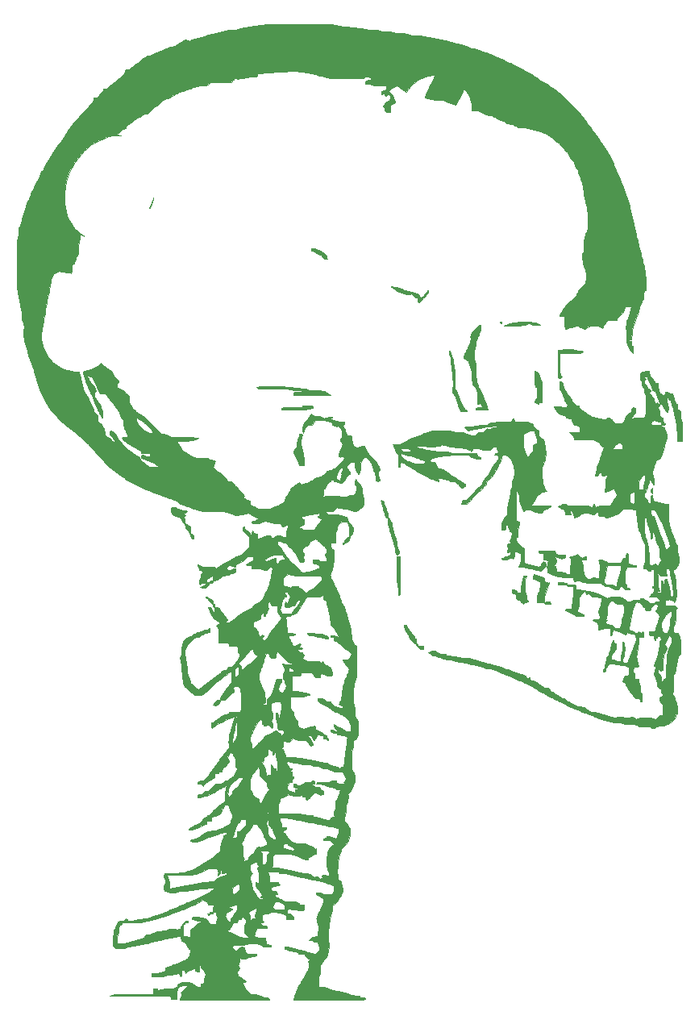
<source format=gbr>
%TF.GenerationSoftware,KiCad,Pcbnew,7.0.2*%
%TF.CreationDate,2023-07-11T20:38:23-05:00*%
%TF.ProjectId,BiohackingPivot,42696f68-6163-46b6-996e-675069766f74,2.0*%
%TF.SameCoordinates,Original*%
%TF.FileFunction,Legend,Top*%
%TF.FilePolarity,Positive*%
%FSLAX46Y46*%
G04 Gerber Fmt 4.6, Leading zero omitted, Abs format (unit mm)*
G04 Created by KiCad (PCBNEW 7.0.2) date 2023-07-11 20:38:23*
%MOMM*%
%LPD*%
G01*
G04 APERTURE LIST*
%ADD10C,0.010000*%
G04 APERTURE END LIST*
%TO.C,G\u002A\u002A\u002A*%
D10*
X152461872Y-92094966D02*
X152489642Y-92105615D01*
X152498011Y-92132073D01*
X152498500Y-92152266D01*
X152483814Y-92219390D01*
X152440487Y-92255756D01*
X152398492Y-92262333D01*
X152351056Y-92244421D01*
X152328642Y-92208038D01*
X152309265Y-92144420D01*
X152316008Y-92109508D01*
X152354151Y-92095164D01*
X152403250Y-92093000D01*
X152461872Y-92094966D01*
G36*
X152461872Y-92094966D02*
G01*
X152489642Y-92105615D01*
X152498011Y-92132073D01*
X152498500Y-92152266D01*
X152483814Y-92219390D01*
X152440487Y-92255756D01*
X152398492Y-92262333D01*
X152351056Y-92244421D01*
X152328642Y-92208038D01*
X152309265Y-92144420D01*
X152316008Y-92109508D01*
X152354151Y-92095164D01*
X152403250Y-92093000D01*
X152461872Y-92094966D01*
G37*
X168310000Y-109840616D02*
X168308701Y-109945188D01*
X168305141Y-110032651D01*
X168299823Y-110095301D01*
X168293250Y-110125437D01*
X168291296Y-110127000D01*
X168267664Y-110112479D01*
X168227226Y-110075229D01*
X168197242Y-110043596D01*
X168131159Y-109951137D01*
X168105728Y-109862577D01*
X168120133Y-109773303D01*
X168141402Y-109728049D01*
X168185457Y-109664183D01*
X168236437Y-109609588D01*
X168249340Y-109599079D01*
X168310000Y-109554232D01*
X168310000Y-109840616D01*
G36*
X168310000Y-109840616D02*
G01*
X168308701Y-109945188D01*
X168305141Y-110032651D01*
X168299823Y-110095301D01*
X168293250Y-110125437D01*
X168291296Y-110127000D01*
X168267664Y-110112479D01*
X168227226Y-110075229D01*
X168197242Y-110043596D01*
X168131159Y-109951137D01*
X168105728Y-109862577D01*
X168120133Y-109773303D01*
X168141402Y-109728049D01*
X168185457Y-109664183D01*
X168236437Y-109609588D01*
X168249340Y-109599079D01*
X168310000Y-109554232D01*
X168310000Y-109840616D01*
G37*
X115916996Y-79110459D02*
X115902631Y-79169575D01*
X115876223Y-79255412D01*
X115840004Y-79361841D01*
X115796208Y-79482733D01*
X115747068Y-79611957D01*
X115694819Y-79743384D01*
X115641692Y-79870885D01*
X115589923Y-79988329D01*
X115578976Y-80012125D01*
X115538105Y-80095405D01*
X115504336Y-80155700D01*
X115480243Y-80190309D01*
X115468404Y-80196531D01*
X115471392Y-80171663D01*
X115491785Y-80113005D01*
X115498255Y-80096791D01*
X115523668Y-80036407D01*
X115561247Y-79949860D01*
X115605589Y-79849500D01*
X115644171Y-79763416D01*
X115696900Y-79641405D01*
X115752904Y-79503343D01*
X115803834Y-79370157D01*
X115828125Y-79302331D01*
X115860021Y-79213199D01*
X115887563Y-79142182D01*
X115907686Y-79096795D01*
X115917083Y-79084194D01*
X115916996Y-79110459D01*
G36*
X115916996Y-79110459D02*
G01*
X115902631Y-79169575D01*
X115876223Y-79255412D01*
X115840004Y-79361841D01*
X115796208Y-79482733D01*
X115747068Y-79611957D01*
X115694819Y-79743384D01*
X115641692Y-79870885D01*
X115589923Y-79988329D01*
X115578976Y-80012125D01*
X115538105Y-80095405D01*
X115504336Y-80155700D01*
X115480243Y-80190309D01*
X115468404Y-80196531D01*
X115471392Y-80171663D01*
X115491785Y-80113005D01*
X115498255Y-80096791D01*
X115523668Y-80036407D01*
X115561247Y-79949860D01*
X115605589Y-79849500D01*
X115644171Y-79763416D01*
X115696900Y-79641405D01*
X115752904Y-79503343D01*
X115803834Y-79370157D01*
X115828125Y-79302331D01*
X115860021Y-79213199D01*
X115887563Y-79142182D01*
X115907686Y-79096795D01*
X115917083Y-79084194D01*
X115916996Y-79110459D01*
G37*
X132691849Y-84393624D02*
X132830233Y-84423752D01*
X132946520Y-84459428D01*
X133271228Y-84588089D01*
X133568978Y-84748210D01*
X133842999Y-84941570D01*
X133887644Y-84978033D01*
X133995512Y-85081927D01*
X134067269Y-85186803D01*
X134108321Y-85301906D01*
X134120019Y-85375284D01*
X134131755Y-85489000D01*
X133833913Y-85489000D01*
X133765589Y-85382527D01*
X133693749Y-85283970D01*
X133608704Y-85194609D01*
X133505393Y-85111031D01*
X133378756Y-85029820D01*
X133223731Y-84947563D01*
X133035258Y-84860845D01*
X132919333Y-84811601D01*
X132810852Y-84765445D01*
X132706889Y-84719279D01*
X132618725Y-84678233D01*
X132557642Y-84647439D01*
X132554229Y-84645553D01*
X132494437Y-84608609D01*
X132464202Y-84577000D01*
X132454163Y-84539403D01*
X132453688Y-84523905D01*
X132468026Y-84453441D01*
X132511798Y-84408331D01*
X132586055Y-84388438D01*
X132691849Y-84393624D01*
G36*
X132691849Y-84393624D02*
G01*
X132830233Y-84423752D01*
X132946520Y-84459428D01*
X133271228Y-84588089D01*
X133568978Y-84748210D01*
X133842999Y-84941570D01*
X133887644Y-84978033D01*
X133995512Y-85081927D01*
X134067269Y-85186803D01*
X134108321Y-85301906D01*
X134120019Y-85375284D01*
X134131755Y-85489000D01*
X133833913Y-85489000D01*
X133765589Y-85382527D01*
X133693749Y-85283970D01*
X133608704Y-85194609D01*
X133505393Y-85111031D01*
X133378756Y-85029820D01*
X133223731Y-84947563D01*
X133035258Y-84860845D01*
X132919333Y-84811601D01*
X132810852Y-84765445D01*
X132706889Y-84719279D01*
X132618725Y-84678233D01*
X132557642Y-84647439D01*
X132554229Y-84645553D01*
X132494437Y-84608609D01*
X132464202Y-84577000D01*
X132454163Y-84539403D01*
X132453688Y-84523905D01*
X132468026Y-84453441D01*
X132511798Y-84408331D01*
X132586055Y-84388438D01*
X132691849Y-84393624D01*
G37*
X141599268Y-116730999D02*
X141678947Y-116733231D01*
X141729833Y-116742356D01*
X141765344Y-116762020D01*
X141786166Y-116781787D01*
X141833879Y-116832575D01*
X141832651Y-118776746D01*
X141831423Y-120720916D01*
X141786283Y-120757958D01*
X141733971Y-120786341D01*
X141691807Y-120795000D01*
X141670467Y-120793546D01*
X141656412Y-120784328D01*
X141648156Y-120760061D01*
X141644212Y-120713459D01*
X141643093Y-120637236D01*
X141643211Y-120556875D01*
X141643372Y-120478754D01*
X141642712Y-120413730D01*
X141640330Y-120355241D01*
X141635322Y-120296727D01*
X141626785Y-120231626D01*
X141613816Y-120153376D01*
X141595513Y-120055417D01*
X141570971Y-119931188D01*
X141539290Y-119774127D01*
X141527423Y-119715500D01*
X141439599Y-119281583D01*
X141449841Y-118773583D01*
X141452370Y-118624329D01*
X141454672Y-118442674D01*
X141456667Y-118238550D01*
X141458275Y-118021888D01*
X141459418Y-117802622D01*
X141460014Y-117590682D01*
X141460083Y-117498291D01*
X141460083Y-116730998D01*
X141599268Y-116730999D01*
G36*
X141599268Y-116730999D02*
G01*
X141678947Y-116733231D01*
X141729833Y-116742356D01*
X141765344Y-116762020D01*
X141786166Y-116781787D01*
X141833879Y-116832575D01*
X141832651Y-118776746D01*
X141831423Y-120720916D01*
X141786283Y-120757958D01*
X141733971Y-120786341D01*
X141691807Y-120795000D01*
X141670467Y-120793546D01*
X141656412Y-120784328D01*
X141648156Y-120760061D01*
X141644212Y-120713459D01*
X141643093Y-120637236D01*
X141643211Y-120556875D01*
X141643372Y-120478754D01*
X141642712Y-120413730D01*
X141640330Y-120355241D01*
X141635322Y-120296727D01*
X141626785Y-120231626D01*
X141613816Y-120153376D01*
X141595513Y-120055417D01*
X141570971Y-119931188D01*
X141539290Y-119774127D01*
X141527423Y-119715500D01*
X141439599Y-119281583D01*
X141449841Y-118773583D01*
X141452370Y-118624329D01*
X141454672Y-118442674D01*
X141456667Y-118238550D01*
X141458275Y-118021888D01*
X141459418Y-117802622D01*
X141460014Y-117590682D01*
X141460083Y-117498291D01*
X141460083Y-116730998D01*
X141599268Y-116730999D01*
G37*
X132465772Y-124816114D02*
X132599630Y-124817519D01*
X132736690Y-124819769D01*
X132870436Y-124822781D01*
X132994348Y-124826473D01*
X133101909Y-124830761D01*
X133186601Y-124835564D01*
X133230418Y-124839367D01*
X133416453Y-124866607D01*
X133599033Y-124905398D01*
X133770848Y-124953347D01*
X133924590Y-125008058D01*
X134052949Y-125067136D01*
X134148617Y-125128186D01*
X134170942Y-125147565D01*
X134216386Y-125202633D01*
X134257969Y-125271168D01*
X134264840Y-125285490D01*
X134286984Y-125340320D01*
X134289728Y-125370516D01*
X134274010Y-125388573D01*
X134272647Y-125389450D01*
X134227704Y-125402273D01*
X134159317Y-125406047D01*
X134085476Y-125400414D01*
X134051750Y-125393862D01*
X134014812Y-125381815D01*
X133949182Y-125357811D01*
X133865406Y-125325773D01*
X133805121Y-125302065D01*
X133665465Y-125252077D01*
X133536854Y-125219953D01*
X133395329Y-125199744D01*
X133391612Y-125199360D01*
X133291912Y-125185256D01*
X133166175Y-125161739D01*
X133028843Y-125131794D01*
X132894355Y-125098404D01*
X132865658Y-125090638D01*
X132692656Y-125046042D01*
X132547142Y-125015805D01*
X132417630Y-124997761D01*
X132341624Y-124991819D01*
X132134333Y-124980251D01*
X132103499Y-124906457D01*
X132083557Y-124856818D01*
X132073115Y-124827097D01*
X132072666Y-124824665D01*
X132092736Y-124820602D01*
X132148599Y-124817798D01*
X132233739Y-124816171D01*
X132341636Y-124815637D01*
X132465772Y-124816114D01*
G36*
X132465772Y-124816114D02*
G01*
X132599630Y-124817519D01*
X132736690Y-124819769D01*
X132870436Y-124822781D01*
X132994348Y-124826473D01*
X133101909Y-124830761D01*
X133186601Y-124835564D01*
X133230418Y-124839367D01*
X133416453Y-124866607D01*
X133599033Y-124905398D01*
X133770848Y-124953347D01*
X133924590Y-125008058D01*
X134052949Y-125067136D01*
X134148617Y-125128186D01*
X134170942Y-125147565D01*
X134216386Y-125202633D01*
X134257969Y-125271168D01*
X134264840Y-125285490D01*
X134286984Y-125340320D01*
X134289728Y-125370516D01*
X134274010Y-125388573D01*
X134272647Y-125389450D01*
X134227704Y-125402273D01*
X134159317Y-125406047D01*
X134085476Y-125400414D01*
X134051750Y-125393862D01*
X134014812Y-125381815D01*
X133949182Y-125357811D01*
X133865406Y-125325773D01*
X133805121Y-125302065D01*
X133665465Y-125252077D01*
X133536854Y-125219953D01*
X133395329Y-125199744D01*
X133391612Y-125199360D01*
X133291912Y-125185256D01*
X133166175Y-125161739D01*
X133028843Y-125131794D01*
X132894355Y-125098404D01*
X132865658Y-125090638D01*
X132692656Y-125046042D01*
X132547142Y-125015805D01*
X132417630Y-124997761D01*
X132341624Y-124991819D01*
X132134333Y-124980251D01*
X132103499Y-124906457D01*
X132083557Y-124856818D01*
X132073115Y-124827097D01*
X132072666Y-124824665D01*
X132092736Y-124820602D01*
X132148599Y-124817798D01*
X132233739Y-124816171D01*
X132341636Y-124815637D01*
X132465772Y-124816114D01*
G37*
X159804520Y-95005588D02*
X159914193Y-95008152D01*
X160003335Y-95013493D01*
X160082847Y-95022769D01*
X160163628Y-95037137D01*
X160256579Y-95057754D01*
X160330166Y-95075413D01*
X160457038Y-95104446D01*
X160590816Y-95131985D01*
X160715517Y-95154910D01*
X160814550Y-95170022D01*
X161013185Y-95195091D01*
X160852261Y-95316212D01*
X160691338Y-95437333D01*
X158573333Y-95437333D01*
X158568041Y-96141125D01*
X158566344Y-96415535D01*
X158565924Y-96651562D01*
X158567132Y-96853145D01*
X158570320Y-97024224D01*
X158575843Y-97168739D01*
X158584051Y-97290630D01*
X158595297Y-97393835D01*
X158609933Y-97482296D01*
X158628313Y-97559952D01*
X158650788Y-97630742D01*
X158677711Y-97698607D01*
X158709434Y-97767485D01*
X158714433Y-97777750D01*
X158773066Y-97897493D01*
X158714352Y-97947996D01*
X158643390Y-97985088D01*
X158555389Y-97998906D01*
X158469767Y-97987692D01*
X158435750Y-97973206D01*
X158395100Y-97944306D01*
X158377865Y-97926225D01*
X158375227Y-97901670D01*
X158372721Y-97838302D01*
X158370384Y-97739643D01*
X158368256Y-97609214D01*
X158366374Y-97450535D01*
X158364778Y-97267129D01*
X158363505Y-97062515D01*
X158362595Y-96840214D01*
X158362085Y-96603748D01*
X158361990Y-96472518D01*
X158361666Y-95041786D01*
X158822041Y-95022601D01*
X158990290Y-95016501D01*
X159174866Y-95011340D01*
X159360736Y-95007439D01*
X159532869Y-95005118D01*
X159663416Y-95004646D01*
X159804520Y-95005588D01*
G36*
X159804520Y-95005588D02*
G01*
X159914193Y-95008152D01*
X160003335Y-95013493D01*
X160082847Y-95022769D01*
X160163628Y-95037137D01*
X160256579Y-95057754D01*
X160330166Y-95075413D01*
X160457038Y-95104446D01*
X160590816Y-95131985D01*
X160715517Y-95154910D01*
X160814550Y-95170022D01*
X161013185Y-95195091D01*
X160852261Y-95316212D01*
X160691338Y-95437333D01*
X158573333Y-95437333D01*
X158568041Y-96141125D01*
X158566344Y-96415535D01*
X158565924Y-96651562D01*
X158567132Y-96853145D01*
X158570320Y-97024224D01*
X158575843Y-97168739D01*
X158584051Y-97290630D01*
X158595297Y-97393835D01*
X158609933Y-97482296D01*
X158628313Y-97559952D01*
X158650788Y-97630742D01*
X158677711Y-97698607D01*
X158709434Y-97767485D01*
X158714433Y-97777750D01*
X158773066Y-97897493D01*
X158714352Y-97947996D01*
X158643390Y-97985088D01*
X158555389Y-97998906D01*
X158469767Y-97987692D01*
X158435750Y-97973206D01*
X158395100Y-97944306D01*
X158377865Y-97926225D01*
X158375227Y-97901670D01*
X158372721Y-97838302D01*
X158370384Y-97739643D01*
X158368256Y-97609214D01*
X158366374Y-97450535D01*
X158364778Y-97267129D01*
X158363505Y-97062515D01*
X158362595Y-96840214D01*
X158362085Y-96603748D01*
X158361990Y-96472518D01*
X158361666Y-95041786D01*
X158822041Y-95022601D01*
X158990290Y-95016501D01*
X159174866Y-95011340D01*
X159360736Y-95007439D01*
X159532869Y-95005118D01*
X159663416Y-95004646D01*
X159804520Y-95005588D01*
G37*
X131813875Y-100921243D02*
X131955892Y-100922733D01*
X132038737Y-100923739D01*
X132201114Y-100925964D01*
X132326526Y-100928447D01*
X132420339Y-100931636D01*
X132487921Y-100935977D01*
X132534640Y-100941916D01*
X132565862Y-100949900D01*
X132586956Y-100960377D01*
X132599654Y-100970405D01*
X132633846Y-101022218D01*
X132644166Y-101069246D01*
X132638891Y-101106402D01*
X132616163Y-101131360D01*
X132565632Y-101153574D01*
X132543625Y-101161076D01*
X132336418Y-101219300D01*
X132106581Y-101263544D01*
X131849885Y-101294280D01*
X131562102Y-101311980D01*
X131239003Y-101317116D01*
X131151916Y-101316489D01*
X131020367Y-101315063D01*
X130856247Y-101313397D01*
X130669314Y-101311582D01*
X130469330Y-101309712D01*
X130266055Y-101307879D01*
X130069248Y-101306174D01*
X130024791Y-101305801D01*
X129321000Y-101299929D01*
X129321000Y-101247297D01*
X129335712Y-101192782D01*
X129363333Y-101152333D01*
X129374332Y-101142555D01*
X129388503Y-101134410D01*
X129409542Y-101127750D01*
X129441145Y-101122426D01*
X129487007Y-101118288D01*
X129550825Y-101115186D01*
X129636295Y-101112973D01*
X129747111Y-101111498D01*
X129886970Y-101110613D01*
X130059568Y-101110168D01*
X130268601Y-101110014D01*
X130412045Y-101110000D01*
X131418424Y-101110000D01*
X131470378Y-101058045D01*
X131506169Y-101009979D01*
X131522264Y-100964108D01*
X131522333Y-100961743D01*
X131523336Y-100947952D01*
X131529642Y-100937435D01*
X131546199Y-100929830D01*
X131577953Y-100924773D01*
X131629853Y-100921898D01*
X131706844Y-100920843D01*
X131813875Y-100921243D01*
G36*
X131813875Y-100921243D02*
G01*
X131955892Y-100922733D01*
X132038737Y-100923739D01*
X132201114Y-100925964D01*
X132326526Y-100928447D01*
X132420339Y-100931636D01*
X132487921Y-100935977D01*
X132534640Y-100941916D01*
X132565862Y-100949900D01*
X132586956Y-100960377D01*
X132599654Y-100970405D01*
X132633846Y-101022218D01*
X132644166Y-101069246D01*
X132638891Y-101106402D01*
X132616163Y-101131360D01*
X132565632Y-101153574D01*
X132543625Y-101161076D01*
X132336418Y-101219300D01*
X132106581Y-101263544D01*
X131849885Y-101294280D01*
X131562102Y-101311980D01*
X131239003Y-101317116D01*
X131151916Y-101316489D01*
X131020367Y-101315063D01*
X130856247Y-101313397D01*
X130669314Y-101311582D01*
X130469330Y-101309712D01*
X130266055Y-101307879D01*
X130069248Y-101306174D01*
X130024791Y-101305801D01*
X129321000Y-101299929D01*
X129321000Y-101247297D01*
X129335712Y-101192782D01*
X129363333Y-101152333D01*
X129374332Y-101142555D01*
X129388503Y-101134410D01*
X129409542Y-101127750D01*
X129441145Y-101122426D01*
X129487007Y-101118288D01*
X129550825Y-101115186D01*
X129636295Y-101112973D01*
X129747111Y-101111498D01*
X129886970Y-101110613D01*
X130059568Y-101110168D01*
X130268601Y-101110014D01*
X130412045Y-101110000D01*
X131418424Y-101110000D01*
X131470378Y-101058045D01*
X131506169Y-101009979D01*
X131522264Y-100964108D01*
X131522333Y-100961743D01*
X131523336Y-100947952D01*
X131529642Y-100937435D01*
X131546199Y-100929830D01*
X131577953Y-100924773D01*
X131629853Y-100921898D01*
X131706844Y-100920843D01*
X131813875Y-100921243D01*
G37*
X156026430Y-97259065D02*
X156121890Y-97310533D01*
X156219979Y-97389099D01*
X156306528Y-97483003D01*
X156323259Y-97505459D01*
X156367393Y-97582837D01*
X156414643Y-97691785D01*
X156461386Y-97822079D01*
X156503998Y-97963494D01*
X156538858Y-98105807D01*
X156542971Y-98125500D01*
X156571608Y-98232239D01*
X156607323Y-98300960D01*
X156652567Y-98335720D01*
X156673103Y-98340917D01*
X156721250Y-98347750D01*
X156732210Y-100586344D01*
X156608685Y-100572368D01*
X156533750Y-100566439D01*
X156484689Y-100571482D01*
X156445866Y-100590146D01*
X156428580Y-100602899D01*
X156385607Y-100652983D01*
X156372000Y-100698786D01*
X156362761Y-100737279D01*
X156345541Y-100748918D01*
X156315896Y-100739292D01*
X156258695Y-100714561D01*
X156183934Y-100679165D01*
X156144542Y-100659589D01*
X156061037Y-100616113D01*
X156008109Y-100583564D01*
X155977860Y-100555209D01*
X155962394Y-100524315D01*
X155956440Y-100499218D01*
X155953342Y-100459763D01*
X155961096Y-100415531D01*
X155982715Y-100357488D01*
X156021211Y-100276600D01*
X156048427Y-100223422D01*
X156153975Y-100019916D01*
X156156688Y-99507795D01*
X156159402Y-98995673D01*
X156104096Y-98952170D01*
X156053840Y-98921629D01*
X156009821Y-98908670D01*
X156009312Y-98908666D01*
X155999388Y-98907075D01*
X155991281Y-98899714D01*
X155984808Y-98882706D01*
X155979785Y-98852171D01*
X155976029Y-98804231D01*
X155973358Y-98735007D01*
X155971586Y-98640620D01*
X155970532Y-98517192D01*
X155970012Y-98360843D01*
X155969843Y-98167695D01*
X155969833Y-98073107D01*
X155969833Y-97237547D01*
X156026430Y-97259065D01*
G36*
X156026430Y-97259065D02*
G01*
X156121890Y-97310533D01*
X156219979Y-97389099D01*
X156306528Y-97483003D01*
X156323259Y-97505459D01*
X156367393Y-97582837D01*
X156414643Y-97691785D01*
X156461386Y-97822079D01*
X156503998Y-97963494D01*
X156538858Y-98105807D01*
X156542971Y-98125500D01*
X156571608Y-98232239D01*
X156607323Y-98300960D01*
X156652567Y-98335720D01*
X156673103Y-98340917D01*
X156721250Y-98347750D01*
X156732210Y-100586344D01*
X156608685Y-100572368D01*
X156533750Y-100566439D01*
X156484689Y-100571482D01*
X156445866Y-100590146D01*
X156428580Y-100602899D01*
X156385607Y-100652983D01*
X156372000Y-100698786D01*
X156362761Y-100737279D01*
X156345541Y-100748918D01*
X156315896Y-100739292D01*
X156258695Y-100714561D01*
X156183934Y-100679165D01*
X156144542Y-100659589D01*
X156061037Y-100616113D01*
X156008109Y-100583564D01*
X155977860Y-100555209D01*
X155962394Y-100524315D01*
X155956440Y-100499218D01*
X155953342Y-100459763D01*
X155961096Y-100415531D01*
X155982715Y-100357488D01*
X156021211Y-100276600D01*
X156048427Y-100223422D01*
X156153975Y-100019916D01*
X156156688Y-99507795D01*
X156159402Y-98995673D01*
X156104096Y-98952170D01*
X156053840Y-98921629D01*
X156009821Y-98908670D01*
X156009312Y-98908666D01*
X155999388Y-98907075D01*
X155991281Y-98899714D01*
X155984808Y-98882706D01*
X155979785Y-98852171D01*
X155976029Y-98804231D01*
X155973358Y-98735007D01*
X155971586Y-98640620D01*
X155970532Y-98517192D01*
X155970012Y-98360843D01*
X155969843Y-98167695D01*
X155969833Y-98073107D01*
X155969833Y-97237547D01*
X156026430Y-97259065D01*
G37*
X155201303Y-92094581D02*
X155491166Y-92116196D01*
X155756307Y-92151567D01*
X155993109Y-92200026D01*
X156197956Y-92260905D01*
X156367231Y-92333536D01*
X156435500Y-92372832D01*
X156509583Y-92420161D01*
X156382583Y-92435073D01*
X156305289Y-92443016D01*
X156202221Y-92452075D01*
X156089859Y-92460849D01*
X156029333Y-92465095D01*
X155909737Y-92471117D01*
X155819636Y-92468703D01*
X155746543Y-92454884D01*
X155677975Y-92426690D01*
X155601446Y-92381153D01*
X155559999Y-92353475D01*
X155453125Y-92299213D01*
X155343382Y-92282669D01*
X155224063Y-92303570D01*
X155139701Y-92336414D01*
X155060175Y-92368915D01*
X154960470Y-92404288D01*
X154861481Y-92435145D01*
X154856685Y-92436504D01*
X154814311Y-92448014D01*
X154773592Y-92457490D01*
X154730039Y-92465136D01*
X154679165Y-92471153D01*
X154616480Y-92475745D01*
X154537499Y-92479114D01*
X154437731Y-92481462D01*
X154312689Y-92482991D01*
X154157885Y-92483905D01*
X153968831Y-92484406D01*
X153789666Y-92484645D01*
X153595214Y-92485267D01*
X153411210Y-92486647D01*
X153242563Y-92488689D01*
X153094182Y-92491301D01*
X152970977Y-92494386D01*
X152877857Y-92497852D01*
X152819730Y-92501604D01*
X152805416Y-92503539D01*
X152752675Y-92511968D01*
X152737081Y-92506500D01*
X152741916Y-92498897D01*
X152776701Y-92476833D01*
X152844272Y-92446125D01*
X152936677Y-92409642D01*
X153045963Y-92370252D01*
X153164180Y-92330825D01*
X153283374Y-92294228D01*
X153393264Y-92263926D01*
X153687189Y-92196056D01*
X153974765Y-92145879D01*
X154267956Y-92111986D01*
X154578727Y-92092966D01*
X154890333Y-92087390D01*
X155201303Y-92094581D01*
G36*
X155201303Y-92094581D02*
G01*
X155491166Y-92116196D01*
X155756307Y-92151567D01*
X155993109Y-92200026D01*
X156197956Y-92260905D01*
X156367231Y-92333536D01*
X156435500Y-92372832D01*
X156509583Y-92420161D01*
X156382583Y-92435073D01*
X156305289Y-92443016D01*
X156202221Y-92452075D01*
X156089859Y-92460849D01*
X156029333Y-92465095D01*
X155909737Y-92471117D01*
X155819636Y-92468703D01*
X155746543Y-92454884D01*
X155677975Y-92426690D01*
X155601446Y-92381153D01*
X155559999Y-92353475D01*
X155453125Y-92299213D01*
X155343382Y-92282669D01*
X155224063Y-92303570D01*
X155139701Y-92336414D01*
X155060175Y-92368915D01*
X154960470Y-92404288D01*
X154861481Y-92435145D01*
X154856685Y-92436504D01*
X154814311Y-92448014D01*
X154773592Y-92457490D01*
X154730039Y-92465136D01*
X154679165Y-92471153D01*
X154616480Y-92475745D01*
X154537499Y-92479114D01*
X154437731Y-92481462D01*
X154312689Y-92482991D01*
X154157885Y-92483905D01*
X153968831Y-92484406D01*
X153789666Y-92484645D01*
X153595214Y-92485267D01*
X153411210Y-92486647D01*
X153242563Y-92488689D01*
X153094182Y-92491301D01*
X152970977Y-92494386D01*
X152877857Y-92497852D01*
X152819730Y-92501604D01*
X152805416Y-92503539D01*
X152752675Y-92511968D01*
X152737081Y-92506500D01*
X152741916Y-92498897D01*
X152776701Y-92476833D01*
X152844272Y-92446125D01*
X152936677Y-92409642D01*
X153045963Y-92370252D01*
X153164180Y-92330825D01*
X153283374Y-92294228D01*
X153393264Y-92263926D01*
X153687189Y-92196056D01*
X153974765Y-92145879D01*
X154267956Y-92111986D01*
X154578727Y-92092966D01*
X154890333Y-92087390D01*
X155201303Y-92094581D01*
G37*
X142368988Y-123910776D02*
X142399309Y-123924187D01*
X142433019Y-123957756D01*
X142478793Y-124018412D01*
X142492414Y-124037594D01*
X142537176Y-124104797D01*
X142595834Y-124198344D01*
X142661837Y-124307511D01*
X142728632Y-124421576D01*
X142751940Y-124462353D01*
X142862519Y-124649837D01*
X142958930Y-124797518D01*
X143041227Y-124905464D01*
X143109463Y-124973746D01*
X143163691Y-125002432D01*
X143167835Y-125003068D01*
X143233113Y-125027359D01*
X143277318Y-125084291D01*
X143302688Y-125176908D01*
X143304325Y-125188630D01*
X143326415Y-125283361D01*
X143364711Y-125341301D01*
X143421747Y-125365720D01*
X143442447Y-125367000D01*
X143502666Y-125367000D01*
X143502666Y-125642166D01*
X143503547Y-125758813D01*
X143506589Y-125838889D01*
X143512396Y-125888125D01*
X143521569Y-125912253D01*
X143531562Y-125917333D01*
X143580771Y-125934425D01*
X143630174Y-125975743D01*
X143664688Y-126026345D01*
X143672000Y-126056452D01*
X143672000Y-126107833D01*
X144223921Y-126107833D01*
X144217835Y-126303625D01*
X144211750Y-126499416D01*
X144127083Y-126503381D01*
X144055589Y-126501412D01*
X143991459Y-126491383D01*
X143984505Y-126489417D01*
X143893932Y-126447916D01*
X143808737Y-126385385D01*
X143737581Y-126310839D01*
X143689123Y-126233291D01*
X143672000Y-126164182D01*
X143654390Y-126135102D01*
X143623074Y-126129000D01*
X143564143Y-126111425D01*
X143512801Y-126068014D01*
X143483714Y-126012736D01*
X143481500Y-125994156D01*
X143468865Y-125956097D01*
X143427074Y-125914089D01*
X143370375Y-125874469D01*
X143262009Y-125793621D01*
X143143333Y-125685831D01*
X143024296Y-125561327D01*
X142914847Y-125430337D01*
X142845880Y-125335250D01*
X142805163Y-125270398D01*
X142752350Y-125179871D01*
X142690300Y-125069178D01*
X142621875Y-124943827D01*
X142549935Y-124809326D01*
X142477342Y-124671186D01*
X142406956Y-124534915D01*
X142341637Y-124406022D01*
X142284247Y-124290016D01*
X142237647Y-124192405D01*
X142204696Y-124118699D01*
X142188257Y-124074407D01*
X142186937Y-124066344D01*
X142207865Y-124000565D01*
X142256954Y-123944435D01*
X142320340Y-123912702D01*
X142333377Y-123910594D01*
X142368988Y-123910776D01*
G36*
X142368988Y-123910776D02*
G01*
X142399309Y-123924187D01*
X142433019Y-123957756D01*
X142478793Y-124018412D01*
X142492414Y-124037594D01*
X142537176Y-124104797D01*
X142595834Y-124198344D01*
X142661837Y-124307511D01*
X142728632Y-124421576D01*
X142751940Y-124462353D01*
X142862519Y-124649837D01*
X142958930Y-124797518D01*
X143041227Y-124905464D01*
X143109463Y-124973746D01*
X143163691Y-125002432D01*
X143167835Y-125003068D01*
X143233113Y-125027359D01*
X143277318Y-125084291D01*
X143302688Y-125176908D01*
X143304325Y-125188630D01*
X143326415Y-125283361D01*
X143364711Y-125341301D01*
X143421747Y-125365720D01*
X143442447Y-125367000D01*
X143502666Y-125367000D01*
X143502666Y-125642166D01*
X143503547Y-125758813D01*
X143506589Y-125838889D01*
X143512396Y-125888125D01*
X143521569Y-125912253D01*
X143531562Y-125917333D01*
X143580771Y-125934425D01*
X143630174Y-125975743D01*
X143664688Y-126026345D01*
X143672000Y-126056452D01*
X143672000Y-126107833D01*
X144223921Y-126107833D01*
X144217835Y-126303625D01*
X144211750Y-126499416D01*
X144127083Y-126503381D01*
X144055589Y-126501412D01*
X143991459Y-126491383D01*
X143984505Y-126489417D01*
X143893932Y-126447916D01*
X143808737Y-126385385D01*
X143737581Y-126310839D01*
X143689123Y-126233291D01*
X143672000Y-126164182D01*
X143654390Y-126135102D01*
X143623074Y-126129000D01*
X143564143Y-126111425D01*
X143512801Y-126068014D01*
X143483714Y-126012736D01*
X143481500Y-125994156D01*
X143468865Y-125956097D01*
X143427074Y-125914089D01*
X143370375Y-125874469D01*
X143262009Y-125793621D01*
X143143333Y-125685831D01*
X143024296Y-125561327D01*
X142914847Y-125430337D01*
X142845880Y-125335250D01*
X142805163Y-125270398D01*
X142752350Y-125179871D01*
X142690300Y-125069178D01*
X142621875Y-124943827D01*
X142549935Y-124809326D01*
X142477342Y-124671186D01*
X142406956Y-124534915D01*
X142341637Y-124406022D01*
X142284247Y-124290016D01*
X142237647Y-124192405D01*
X142204696Y-124118699D01*
X142188257Y-124074407D01*
X142186937Y-124066344D01*
X142207865Y-124000565D01*
X142256954Y-123944435D01*
X142320340Y-123912702D01*
X142333377Y-123910594D01*
X142368988Y-123910776D01*
G37*
X131309429Y-103861895D02*
X131397353Y-103874707D01*
X131402427Y-103875544D01*
X131464185Y-103894017D01*
X131502508Y-103932014D01*
X131516565Y-103958075D01*
X131533044Y-103997698D01*
X131537276Y-104032698D01*
X131527917Y-104076642D01*
X131503624Y-104143096D01*
X131496417Y-104161388D01*
X131447436Y-104296922D01*
X131415047Y-104419822D01*
X131396620Y-104545360D01*
X131389528Y-104688806D01*
X131389525Y-104782416D01*
X131391870Y-104869964D01*
X131397367Y-104956418D01*
X131406964Y-105047166D01*
X131421611Y-105147594D01*
X131442254Y-105263089D01*
X131469843Y-105399040D01*
X131505326Y-105560833D01*
X131549651Y-105753856D01*
X131592839Y-105937440D01*
X131646810Y-106185332D01*
X131688235Y-106418664D01*
X131716201Y-106630829D01*
X131729792Y-106815220D01*
X131730106Y-106928633D01*
X131723709Y-107026394D01*
X131708710Y-107095081D01*
X131678505Y-107140176D01*
X131626489Y-107167160D01*
X131546060Y-107181512D01*
X131430614Y-107188715D01*
X131416070Y-107189284D01*
X131214557Y-107196947D01*
X131178337Y-107048015D01*
X131153273Y-106967755D01*
X131113251Y-106864969D01*
X131064171Y-106753970D01*
X131020986Y-106666250D01*
X130921080Y-106473335D01*
X130839475Y-106313547D01*
X130774269Y-106182810D01*
X130723563Y-106077045D01*
X130685457Y-105992177D01*
X130658050Y-105924129D01*
X130639444Y-105868824D01*
X130627825Y-105822607D01*
X130602476Y-105698630D01*
X130694119Y-105523693D01*
X130739688Y-105439558D01*
X130774477Y-105385361D01*
X130805740Y-105352741D01*
X130840731Y-105333335D01*
X130867019Y-105324411D01*
X130921466Y-105300329D01*
X130955443Y-105270854D01*
X130958929Y-105263491D01*
X130962905Y-105228440D01*
X130965585Y-105161177D01*
X130966708Y-105071814D01*
X130966206Y-104983500D01*
X130965297Y-104891615D01*
X130966792Y-104819875D01*
X130972642Y-104758119D01*
X130984799Y-104696187D01*
X131005215Y-104623921D01*
X131035841Y-104531160D01*
X131074557Y-104419430D01*
X131114428Y-104299701D01*
X131149693Y-104183892D01*
X131177446Y-104082300D01*
X131194780Y-104005225D01*
X131198519Y-103980222D01*
X131207225Y-103916427D01*
X131222913Y-103878367D01*
X131254132Y-103861652D01*
X131309429Y-103861895D01*
G36*
X131309429Y-103861895D02*
G01*
X131397353Y-103874707D01*
X131402427Y-103875544D01*
X131464185Y-103894017D01*
X131502508Y-103932014D01*
X131516565Y-103958075D01*
X131533044Y-103997698D01*
X131537276Y-104032698D01*
X131527917Y-104076642D01*
X131503624Y-104143096D01*
X131496417Y-104161388D01*
X131447436Y-104296922D01*
X131415047Y-104419822D01*
X131396620Y-104545360D01*
X131389528Y-104688806D01*
X131389525Y-104782416D01*
X131391870Y-104869964D01*
X131397367Y-104956418D01*
X131406964Y-105047166D01*
X131421611Y-105147594D01*
X131442254Y-105263089D01*
X131469843Y-105399040D01*
X131505326Y-105560833D01*
X131549651Y-105753856D01*
X131592839Y-105937440D01*
X131646810Y-106185332D01*
X131688235Y-106418664D01*
X131716201Y-106630829D01*
X131729792Y-106815220D01*
X131730106Y-106928633D01*
X131723709Y-107026394D01*
X131708710Y-107095081D01*
X131678505Y-107140176D01*
X131626489Y-107167160D01*
X131546060Y-107181512D01*
X131430614Y-107188715D01*
X131416070Y-107189284D01*
X131214557Y-107196947D01*
X131178337Y-107048015D01*
X131153273Y-106967755D01*
X131113251Y-106864969D01*
X131064171Y-106753970D01*
X131020986Y-106666250D01*
X130921080Y-106473335D01*
X130839475Y-106313547D01*
X130774269Y-106182810D01*
X130723563Y-106077045D01*
X130685457Y-105992177D01*
X130658050Y-105924129D01*
X130639444Y-105868824D01*
X130627825Y-105822607D01*
X130602476Y-105698630D01*
X130694119Y-105523693D01*
X130739688Y-105439558D01*
X130774477Y-105385361D01*
X130805740Y-105352741D01*
X130840731Y-105333335D01*
X130867019Y-105324411D01*
X130921466Y-105300329D01*
X130955443Y-105270854D01*
X130958929Y-105263491D01*
X130962905Y-105228440D01*
X130965585Y-105161177D01*
X130966708Y-105071814D01*
X130966206Y-104983500D01*
X130965297Y-104891615D01*
X130966792Y-104819875D01*
X130972642Y-104758119D01*
X130984799Y-104696187D01*
X131005215Y-104623921D01*
X131035841Y-104531160D01*
X131074557Y-104419430D01*
X131114428Y-104299701D01*
X131149693Y-104183892D01*
X131177446Y-104082300D01*
X131194780Y-104005225D01*
X131198519Y-103980222D01*
X131207225Y-103916427D01*
X131222913Y-103878367D01*
X131254132Y-103861652D01*
X131309429Y-103861895D01*
G37*
X155853264Y-118589010D02*
X155913292Y-118612745D01*
X156001385Y-118647550D01*
X156111885Y-118691192D01*
X156239138Y-118741435D01*
X156345610Y-118783464D01*
X156837803Y-118977737D01*
X156912062Y-119138462D01*
X156963496Y-119235668D01*
X157021106Y-119322421D01*
X157068364Y-119377230D01*
X157156172Y-119440312D01*
X157258164Y-119482175D01*
X157359250Y-119497747D01*
X157411713Y-119492690D01*
X157471917Y-119479467D01*
X157442786Y-119560442D01*
X157425131Y-119607059D01*
X157394866Y-119684389D01*
X157355356Y-119783941D01*
X157309964Y-119897225D01*
X157276518Y-119980083D01*
X157171868Y-120247393D01*
X157087520Y-120483554D01*
X157022113Y-120693787D01*
X156974289Y-120883315D01*
X156942688Y-121057359D01*
X156925950Y-121221142D01*
X156922333Y-121340564D01*
X156922333Y-121520749D01*
X157201552Y-121509425D01*
X157340591Y-121505952D01*
X157445457Y-121508037D01*
X157512992Y-121515570D01*
X157531223Y-121521087D01*
X157576720Y-121557087D01*
X157617503Y-121612724D01*
X157640514Y-121668917D01*
X157642000Y-121682948D01*
X157621059Y-121692591D01*
X157558979Y-121699560D01*
X157456874Y-121703777D01*
X157318626Y-121705166D01*
X157186920Y-121704307D01*
X157090895Y-121701337D01*
X157023926Y-121695667D01*
X156979389Y-121686708D01*
X156950659Y-121673869D01*
X156948209Y-121672216D01*
X156911146Y-121627115D01*
X156901166Y-121587549D01*
X156901166Y-121535833D01*
X156155094Y-121535833D01*
X156164590Y-121223625D01*
X156169090Y-121097606D01*
X156174718Y-121004170D01*
X156182948Y-120933565D01*
X156195255Y-120876041D01*
X156213114Y-120821849D01*
X156232605Y-120773833D01*
X156304722Y-120602191D01*
X156361422Y-120461994D01*
X156405244Y-120346351D01*
X156438724Y-120248370D01*
X156464400Y-120161159D01*
X156478082Y-120107083D01*
X156511407Y-119933952D01*
X156530354Y-119761674D01*
X156533829Y-119604043D01*
X156525851Y-119505329D01*
X156513744Y-119437381D01*
X156497650Y-119399881D01*
X156470917Y-119381024D01*
X156452507Y-119375170D01*
X156410263Y-119358290D01*
X156342513Y-119325114D01*
X156260067Y-119281109D01*
X156204791Y-119249908D01*
X156107886Y-119196265D01*
X156034779Y-119162374D01*
X155974378Y-119144014D01*
X155915592Y-119136961D01*
X155907348Y-119136650D01*
X155800546Y-119133416D01*
X155800523Y-118850693D01*
X155801421Y-118731799D01*
X155804458Y-118650298D01*
X155810109Y-118601284D01*
X155818852Y-118579848D01*
X155826958Y-118578581D01*
X155853264Y-118589010D01*
G36*
X155853264Y-118589010D02*
G01*
X155913292Y-118612745D01*
X156001385Y-118647550D01*
X156111885Y-118691192D01*
X156239138Y-118741435D01*
X156345610Y-118783464D01*
X156837803Y-118977737D01*
X156912062Y-119138462D01*
X156963496Y-119235668D01*
X157021106Y-119322421D01*
X157068364Y-119377230D01*
X157156172Y-119440312D01*
X157258164Y-119482175D01*
X157359250Y-119497747D01*
X157411713Y-119492690D01*
X157471917Y-119479467D01*
X157442786Y-119560442D01*
X157425131Y-119607059D01*
X157394866Y-119684389D01*
X157355356Y-119783941D01*
X157309964Y-119897225D01*
X157276518Y-119980083D01*
X157171868Y-120247393D01*
X157087520Y-120483554D01*
X157022113Y-120693787D01*
X156974289Y-120883315D01*
X156942688Y-121057359D01*
X156925950Y-121221142D01*
X156922333Y-121340564D01*
X156922333Y-121520749D01*
X157201552Y-121509425D01*
X157340591Y-121505952D01*
X157445457Y-121508037D01*
X157512992Y-121515570D01*
X157531223Y-121521087D01*
X157576720Y-121557087D01*
X157617503Y-121612724D01*
X157640514Y-121668917D01*
X157642000Y-121682948D01*
X157621059Y-121692591D01*
X157558979Y-121699560D01*
X157456874Y-121703777D01*
X157318626Y-121705166D01*
X157186920Y-121704307D01*
X157090895Y-121701337D01*
X157023926Y-121695667D01*
X156979389Y-121686708D01*
X156950659Y-121673869D01*
X156948209Y-121672216D01*
X156911146Y-121627115D01*
X156901166Y-121587549D01*
X156901166Y-121535833D01*
X156155094Y-121535833D01*
X156164590Y-121223625D01*
X156169090Y-121097606D01*
X156174718Y-121004170D01*
X156182948Y-120933565D01*
X156195255Y-120876041D01*
X156213114Y-120821849D01*
X156232605Y-120773833D01*
X156304722Y-120602191D01*
X156361422Y-120461994D01*
X156405244Y-120346351D01*
X156438724Y-120248370D01*
X156464400Y-120161159D01*
X156478082Y-120107083D01*
X156511407Y-119933952D01*
X156530354Y-119761674D01*
X156533829Y-119604043D01*
X156525851Y-119505329D01*
X156513744Y-119437381D01*
X156497650Y-119399881D01*
X156470917Y-119381024D01*
X156452507Y-119375170D01*
X156410263Y-119358290D01*
X156342513Y-119325114D01*
X156260067Y-119281109D01*
X156204791Y-119249908D01*
X156107886Y-119196265D01*
X156034779Y-119162374D01*
X155974378Y-119144014D01*
X155915592Y-119136961D01*
X155907348Y-119136650D01*
X155800546Y-119133416D01*
X155800523Y-118850693D01*
X155801421Y-118731799D01*
X155804458Y-118650298D01*
X155810109Y-118601284D01*
X155818852Y-118579848D01*
X155826958Y-118578581D01*
X155853264Y-118589010D01*
G37*
X141026449Y-88414949D02*
X141119383Y-88424286D01*
X141220001Y-88438185D01*
X141319826Y-88455806D01*
X141405427Y-88475028D01*
X141483190Y-88497463D01*
X141590309Y-88531909D01*
X141716722Y-88574943D01*
X141852363Y-88623147D01*
X141976927Y-88669225D01*
X142106725Y-88717469D01*
X142224156Y-88758992D01*
X142336895Y-88795987D01*
X142452616Y-88830644D01*
X142578993Y-88865156D01*
X142723702Y-88901713D01*
X142894416Y-88942506D01*
X143098811Y-88989729D01*
X143101346Y-88990308D01*
X143336802Y-89057301D01*
X143535553Y-89142697D01*
X143699541Y-89247622D01*
X143830711Y-89373204D01*
X143885161Y-89444926D01*
X143927059Y-89501569D01*
X143962519Y-89540561D01*
X143980888Y-89552454D01*
X144007682Y-89541208D01*
X144059353Y-89510719D01*
X144126551Y-89466654D01*
X144155488Y-89446633D01*
X144306172Y-89321408D01*
X144446979Y-89167975D01*
X144565702Y-89000393D01*
X144608155Y-88925112D01*
X144644086Y-88859294D01*
X144673816Y-88811471D01*
X144691348Y-88791221D01*
X144692091Y-88791078D01*
X144719802Y-88809277D01*
X144747387Y-88854125D01*
X144767302Y-88910592D01*
X144772666Y-88951605D01*
X144759535Y-89014902D01*
X144727756Y-89076798D01*
X144725967Y-89079187D01*
X144700798Y-89108537D01*
X144650725Y-89164007D01*
X144580010Y-89241038D01*
X144492917Y-89335068D01*
X144393709Y-89441536D01*
X144286648Y-89555882D01*
X144175999Y-89673544D01*
X144066024Y-89789963D01*
X143960987Y-89900576D01*
X143865149Y-90000824D01*
X143841054Y-90025886D01*
X143762771Y-90107188D01*
X143717385Y-90049489D01*
X143692997Y-90016613D01*
X143677738Y-89986209D01*
X143669273Y-89947225D01*
X143665268Y-89888610D01*
X143663391Y-89799311D01*
X143663305Y-89793392D01*
X143654637Y-89696376D01*
X143627088Y-89629052D01*
X143573328Y-89582088D01*
X143486030Y-89546151D01*
X143463904Y-89539467D01*
X143406447Y-89519632D01*
X143356186Y-89492825D01*
X143303646Y-89452093D01*
X143239353Y-89390482D01*
X143187171Y-89336366D01*
X143026416Y-89166980D01*
X142835916Y-89180921D01*
X142545017Y-89181793D01*
X142248987Y-89143663D01*
X141954311Y-89068239D01*
X141667473Y-88957226D01*
X141394960Y-88812331D01*
X141365401Y-88793932D01*
X141267938Y-88730144D01*
X141169288Y-88661815D01*
X141075767Y-88593761D01*
X140993689Y-88530795D01*
X140929368Y-88477731D01*
X140889120Y-88439384D01*
X140878498Y-88422731D01*
X140897531Y-88413331D01*
X140949673Y-88411017D01*
X141026449Y-88414949D01*
G36*
X141026449Y-88414949D02*
G01*
X141119383Y-88424286D01*
X141220001Y-88438185D01*
X141319826Y-88455806D01*
X141405427Y-88475028D01*
X141483190Y-88497463D01*
X141590309Y-88531909D01*
X141716722Y-88574943D01*
X141852363Y-88623147D01*
X141976927Y-88669225D01*
X142106725Y-88717469D01*
X142224156Y-88758992D01*
X142336895Y-88795987D01*
X142452616Y-88830644D01*
X142578993Y-88865156D01*
X142723702Y-88901713D01*
X142894416Y-88942506D01*
X143098811Y-88989729D01*
X143101346Y-88990308D01*
X143336802Y-89057301D01*
X143535553Y-89142697D01*
X143699541Y-89247622D01*
X143830711Y-89373204D01*
X143885161Y-89444926D01*
X143927059Y-89501569D01*
X143962519Y-89540561D01*
X143980888Y-89552454D01*
X144007682Y-89541208D01*
X144059353Y-89510719D01*
X144126551Y-89466654D01*
X144155488Y-89446633D01*
X144306172Y-89321408D01*
X144446979Y-89167975D01*
X144565702Y-89000393D01*
X144608155Y-88925112D01*
X144644086Y-88859294D01*
X144673816Y-88811471D01*
X144691348Y-88791221D01*
X144692091Y-88791078D01*
X144719802Y-88809277D01*
X144747387Y-88854125D01*
X144767302Y-88910592D01*
X144772666Y-88951605D01*
X144759535Y-89014902D01*
X144727756Y-89076798D01*
X144725967Y-89079187D01*
X144700798Y-89108537D01*
X144650725Y-89164007D01*
X144580010Y-89241038D01*
X144492917Y-89335068D01*
X144393709Y-89441536D01*
X144286648Y-89555882D01*
X144175999Y-89673544D01*
X144066024Y-89789963D01*
X143960987Y-89900576D01*
X143865149Y-90000824D01*
X143841054Y-90025886D01*
X143762771Y-90107188D01*
X143717385Y-90049489D01*
X143692997Y-90016613D01*
X143677738Y-89986209D01*
X143669273Y-89947225D01*
X143665268Y-89888610D01*
X143663391Y-89799311D01*
X143663305Y-89793392D01*
X143654637Y-89696376D01*
X143627088Y-89629052D01*
X143573328Y-89582088D01*
X143486030Y-89546151D01*
X143463904Y-89539467D01*
X143406447Y-89519632D01*
X143356186Y-89492825D01*
X143303646Y-89452093D01*
X143239353Y-89390482D01*
X143187171Y-89336366D01*
X143026416Y-89166980D01*
X142835916Y-89180921D01*
X142545017Y-89181793D01*
X142248987Y-89143663D01*
X141954311Y-89068239D01*
X141667473Y-88957226D01*
X141394960Y-88812331D01*
X141365401Y-88793932D01*
X141267938Y-88730144D01*
X141169288Y-88661815D01*
X141075767Y-88593761D01*
X140993689Y-88530795D01*
X140929368Y-88477731D01*
X140889120Y-88439384D01*
X140878498Y-88422731D01*
X140897531Y-88413331D01*
X140949673Y-88411017D01*
X141026449Y-88414949D01*
G37*
X118215715Y-111610154D02*
X118219083Y-111611068D01*
X118271419Y-111629004D01*
X118351158Y-111660543D01*
X118447421Y-111701220D01*
X118548381Y-111746142D01*
X118749419Y-111828738D01*
X118941448Y-111886287D01*
X119144147Y-111924079D01*
X119261541Y-111937800D01*
X119341118Y-111946793D01*
X119387299Y-111956697D01*
X119408942Y-111971003D01*
X119414907Y-111993202D01*
X119415000Y-111998275D01*
X119396913Y-112070841D01*
X119342904Y-112121290D01*
X119253344Y-112149287D01*
X119243683Y-112150677D01*
X119172390Y-112165791D01*
X119113089Y-112187994D01*
X119094645Y-112199388D01*
X119072817Y-112219514D01*
X119068061Y-112238991D01*
X119083710Y-112267526D01*
X119123099Y-112314830D01*
X119141470Y-112335752D01*
X119231037Y-112437506D01*
X119155211Y-112513332D01*
X119079385Y-112589159D01*
X119127852Y-112654537D01*
X119173980Y-112729398D01*
X119203669Y-112812303D01*
X119219610Y-112914296D01*
X119224496Y-113046421D01*
X119224500Y-113051069D01*
X119224500Y-113238320D01*
X119499666Y-113421622D01*
X119774833Y-113604924D01*
X119774833Y-114332465D01*
X119858259Y-114357461D01*
X119936434Y-114398346D01*
X120014076Y-114468032D01*
X120082332Y-114554913D01*
X120132347Y-114647385D01*
X120155267Y-114733842D01*
X120155833Y-114747478D01*
X120136394Y-114817559D01*
X120084658Y-114873039D01*
X120015089Y-114902239D01*
X119966921Y-114906565D01*
X119943005Y-114889542D01*
X119933543Y-114865261D01*
X119914937Y-114823138D01*
X119879993Y-114759218D01*
X119836021Y-114686814D01*
X119832772Y-114681738D01*
X119783601Y-114598580D01*
X119756460Y-114532197D01*
X119745669Y-114467361D01*
X119744766Y-114445699D01*
X119738984Y-114380640D01*
X119719954Y-114327469D01*
X119680385Y-114269073D01*
X119657416Y-114240711D01*
X119509010Y-114048795D01*
X119394087Y-113868592D01*
X119308687Y-113692061D01*
X119248848Y-113511162D01*
X119213973Y-113340576D01*
X119199845Y-113286133D01*
X119171751Y-113259096D01*
X119137911Y-113248661D01*
X119065948Y-113216026D01*
X118992103Y-113148193D01*
X118914593Y-113043083D01*
X118831637Y-112898614D01*
X118821744Y-112879531D01*
X118747360Y-112746215D01*
X118680003Y-112651130D01*
X118616946Y-112591314D01*
X118555464Y-112563802D01*
X118528823Y-112561166D01*
X118447786Y-112551944D01*
X118341724Y-112526694D01*
X118223106Y-112489040D01*
X118104399Y-112442609D01*
X118073334Y-112428754D01*
X117927585Y-112361750D01*
X117836270Y-112174132D01*
X117775370Y-112036976D01*
X117739606Y-111924288D01*
X117727241Y-111827826D01*
X117736538Y-111739349D01*
X117740903Y-111721665D01*
X117762201Y-111663570D01*
X117795213Y-111631474D01*
X117845736Y-111612045D01*
X117962573Y-111591439D01*
X118093618Y-111590788D01*
X118215715Y-111610154D01*
G36*
X118215715Y-111610154D02*
G01*
X118219083Y-111611068D01*
X118271419Y-111629004D01*
X118351158Y-111660543D01*
X118447421Y-111701220D01*
X118548381Y-111746142D01*
X118749419Y-111828738D01*
X118941448Y-111886287D01*
X119144147Y-111924079D01*
X119261541Y-111937800D01*
X119341118Y-111946793D01*
X119387299Y-111956697D01*
X119408942Y-111971003D01*
X119414907Y-111993202D01*
X119415000Y-111998275D01*
X119396913Y-112070841D01*
X119342904Y-112121290D01*
X119253344Y-112149287D01*
X119243683Y-112150677D01*
X119172390Y-112165791D01*
X119113089Y-112187994D01*
X119094645Y-112199388D01*
X119072817Y-112219514D01*
X119068061Y-112238991D01*
X119083710Y-112267526D01*
X119123099Y-112314830D01*
X119141470Y-112335752D01*
X119231037Y-112437506D01*
X119155211Y-112513332D01*
X119079385Y-112589159D01*
X119127852Y-112654537D01*
X119173980Y-112729398D01*
X119203669Y-112812303D01*
X119219610Y-112914296D01*
X119224496Y-113046421D01*
X119224500Y-113051069D01*
X119224500Y-113238320D01*
X119499666Y-113421622D01*
X119774833Y-113604924D01*
X119774833Y-114332465D01*
X119858259Y-114357461D01*
X119936434Y-114398346D01*
X120014076Y-114468032D01*
X120082332Y-114554913D01*
X120132347Y-114647385D01*
X120155267Y-114733842D01*
X120155833Y-114747478D01*
X120136394Y-114817559D01*
X120084658Y-114873039D01*
X120015089Y-114902239D01*
X119966921Y-114906565D01*
X119943005Y-114889542D01*
X119933543Y-114865261D01*
X119914937Y-114823138D01*
X119879993Y-114759218D01*
X119836021Y-114686814D01*
X119832772Y-114681738D01*
X119783601Y-114598580D01*
X119756460Y-114532197D01*
X119745669Y-114467361D01*
X119744766Y-114445699D01*
X119738984Y-114380640D01*
X119719954Y-114327469D01*
X119680385Y-114269073D01*
X119657416Y-114240711D01*
X119509010Y-114048795D01*
X119394087Y-113868592D01*
X119308687Y-113692061D01*
X119248848Y-113511162D01*
X119213973Y-113340576D01*
X119199845Y-113286133D01*
X119171751Y-113259096D01*
X119137911Y-113248661D01*
X119065948Y-113216026D01*
X118992103Y-113148193D01*
X118914593Y-113043083D01*
X118831637Y-112898614D01*
X118821744Y-112879531D01*
X118747360Y-112746215D01*
X118680003Y-112651130D01*
X118616946Y-112591314D01*
X118555464Y-112563802D01*
X118528823Y-112561166D01*
X118447786Y-112551944D01*
X118341724Y-112526694D01*
X118223106Y-112489040D01*
X118104399Y-112442609D01*
X118073334Y-112428754D01*
X117927585Y-112361750D01*
X117836270Y-112174132D01*
X117775370Y-112036976D01*
X117739606Y-111924288D01*
X117727241Y-111827826D01*
X117736538Y-111739349D01*
X117740903Y-111721665D01*
X117762201Y-111663570D01*
X117795213Y-111631474D01*
X117845736Y-111612045D01*
X117962573Y-111591439D01*
X118093618Y-111590788D01*
X118215715Y-111610154D01*
G37*
X154934604Y-118751955D02*
X154959543Y-118754573D01*
X155074337Y-118768065D01*
X155015903Y-118918990D01*
X154941882Y-119160158D01*
X154894479Y-119429669D01*
X154873845Y-119722829D01*
X154880129Y-120034941D01*
X154913480Y-120361312D01*
X154961125Y-120636250D01*
X154978400Y-120708660D01*
X154996240Y-120748859D01*
X155020097Y-120766684D01*
X155035357Y-120770192D01*
X155061033Y-120777092D01*
X155075168Y-120795034D01*
X155080780Y-120833902D01*
X155080888Y-120903579D01*
X155080593Y-120918359D01*
X155078255Y-121041206D01*
X155078453Y-121129818D01*
X155082996Y-121192285D01*
X155093692Y-121236699D01*
X155112350Y-121271152D01*
X155140779Y-121303735D01*
X155173948Y-121335977D01*
X155224439Y-121386159D01*
X155247862Y-121417460D01*
X155248641Y-121439289D01*
X155232265Y-121459995D01*
X155195110Y-121483263D01*
X155130706Y-121511202D01*
X155052788Y-121537878D01*
X155050426Y-121538585D01*
X154931189Y-121584138D01*
X154852056Y-121637619D01*
X154846034Y-121643771D01*
X154807858Y-121682603D01*
X154783298Y-121703824D01*
X154780303Y-121705166D01*
X154762191Y-121691308D01*
X154724225Y-121655543D01*
X154689250Y-121620500D01*
X154633329Y-121571600D01*
X154582514Y-121541341D01*
X154560248Y-121535833D01*
X154519872Y-121520757D01*
X154499395Y-121477625D01*
X154475847Y-121412806D01*
X154438641Y-121372633D01*
X154378876Y-121351901D01*
X154287654Y-121345403D01*
X154273219Y-121345333D01*
X154196840Y-121344468D01*
X154153474Y-121339670D01*
X154133804Y-121327634D01*
X154128512Y-121305053D01*
X154128333Y-121293928D01*
X154108838Y-121228953D01*
X154055460Y-121180615D01*
X154010436Y-121163153D01*
X153987710Y-121155786D01*
X153972910Y-121142093D01*
X153964337Y-121114170D01*
X153960292Y-121064111D01*
X153959077Y-120984009D01*
X153959000Y-120923733D01*
X153959000Y-120697223D01*
X153768500Y-120610210D01*
X153578000Y-120523196D01*
X153578000Y-120223500D01*
X153678541Y-120223618D01*
X153791976Y-120230603D01*
X153880558Y-120255582D01*
X153958229Y-120305050D01*
X154038931Y-120385499D01*
X154047802Y-120395609D01*
X154108570Y-120460961D01*
X154166949Y-120516148D01*
X154211694Y-120550665D01*
X154216858Y-120553578D01*
X154275720Y-120572832D01*
X154347692Y-120582040D01*
X154414715Y-120580187D01*
X154457531Y-120567134D01*
X154467509Y-120539640D01*
X154475319Y-120477135D01*
X154480256Y-120386913D01*
X154481577Y-120318750D01*
X154482658Y-120238575D01*
X154485217Y-120166982D01*
X154490191Y-120097563D01*
X154498521Y-120023915D01*
X154511146Y-119939631D01*
X154529003Y-119838306D01*
X154553034Y-119713535D01*
X154584175Y-119558913D01*
X154615012Y-119408583D01*
X154642164Y-119275553D01*
X154667455Y-119149445D01*
X154689175Y-119038959D01*
X154705613Y-118952798D01*
X154714875Y-118900788D01*
X154736858Y-118822233D01*
X154776496Y-118773819D01*
X154840255Y-118751681D01*
X154934604Y-118751955D01*
G36*
X154934604Y-118751955D02*
G01*
X154959543Y-118754573D01*
X155074337Y-118768065D01*
X155015903Y-118918990D01*
X154941882Y-119160158D01*
X154894479Y-119429669D01*
X154873845Y-119722829D01*
X154880129Y-120034941D01*
X154913480Y-120361312D01*
X154961125Y-120636250D01*
X154978400Y-120708660D01*
X154996240Y-120748859D01*
X155020097Y-120766684D01*
X155035357Y-120770192D01*
X155061033Y-120777092D01*
X155075168Y-120795034D01*
X155080780Y-120833902D01*
X155080888Y-120903579D01*
X155080593Y-120918359D01*
X155078255Y-121041206D01*
X155078453Y-121129818D01*
X155082996Y-121192285D01*
X155093692Y-121236699D01*
X155112350Y-121271152D01*
X155140779Y-121303735D01*
X155173948Y-121335977D01*
X155224439Y-121386159D01*
X155247862Y-121417460D01*
X155248641Y-121439289D01*
X155232265Y-121459995D01*
X155195110Y-121483263D01*
X155130706Y-121511202D01*
X155052788Y-121537878D01*
X155050426Y-121538585D01*
X154931189Y-121584138D01*
X154852056Y-121637619D01*
X154846034Y-121643771D01*
X154807858Y-121682603D01*
X154783298Y-121703824D01*
X154780303Y-121705166D01*
X154762191Y-121691308D01*
X154724225Y-121655543D01*
X154689250Y-121620500D01*
X154633329Y-121571600D01*
X154582514Y-121541341D01*
X154560248Y-121535833D01*
X154519872Y-121520757D01*
X154499395Y-121477625D01*
X154475847Y-121412806D01*
X154438641Y-121372633D01*
X154378876Y-121351901D01*
X154287654Y-121345403D01*
X154273219Y-121345333D01*
X154196840Y-121344468D01*
X154153474Y-121339670D01*
X154133804Y-121327634D01*
X154128512Y-121305053D01*
X154128333Y-121293928D01*
X154108838Y-121228953D01*
X154055460Y-121180615D01*
X154010436Y-121163153D01*
X153987710Y-121155786D01*
X153972910Y-121142093D01*
X153964337Y-121114170D01*
X153960292Y-121064111D01*
X153959077Y-120984009D01*
X153959000Y-120923733D01*
X153959000Y-120697223D01*
X153768500Y-120610210D01*
X153578000Y-120523196D01*
X153578000Y-120223500D01*
X153678541Y-120223618D01*
X153791976Y-120230603D01*
X153880558Y-120255582D01*
X153958229Y-120305050D01*
X154038931Y-120385499D01*
X154047802Y-120395609D01*
X154108570Y-120460961D01*
X154166949Y-120516148D01*
X154211694Y-120550665D01*
X154216858Y-120553578D01*
X154275720Y-120572832D01*
X154347692Y-120582040D01*
X154414715Y-120580187D01*
X154457531Y-120567134D01*
X154467509Y-120539640D01*
X154475319Y-120477135D01*
X154480256Y-120386913D01*
X154481577Y-120318750D01*
X154482658Y-120238575D01*
X154485217Y-120166982D01*
X154490191Y-120097563D01*
X154498521Y-120023915D01*
X154511146Y-119939631D01*
X154529003Y-119838306D01*
X154553034Y-119713535D01*
X154584175Y-119558913D01*
X154615012Y-119408583D01*
X154642164Y-119275553D01*
X154667455Y-119149445D01*
X154689175Y-119038959D01*
X154705613Y-118952798D01*
X154714875Y-118900788D01*
X154736858Y-118822233D01*
X154776496Y-118773819D01*
X154840255Y-118751681D01*
X154934604Y-118751955D01*
G37*
X147001145Y-95178815D02*
X147043061Y-95221212D01*
X147086697Y-95278037D01*
X147122693Y-95337968D01*
X147131627Y-95357278D01*
X147153501Y-95432482D01*
X147164451Y-95514780D01*
X147164732Y-95526611D01*
X147169049Y-95639416D01*
X147182722Y-95717054D01*
X147207856Y-95766066D01*
X147246556Y-95792992D01*
X147251001Y-95794634D01*
X147273771Y-95802739D01*
X147291230Y-95812762D01*
X147305010Y-95830427D01*
X147316744Y-95861459D01*
X147328067Y-95911581D01*
X147340609Y-95986518D01*
X147356006Y-96091994D01*
X147375518Y-96231083D01*
X147395926Y-96374754D01*
X147419997Y-96541118D01*
X147444936Y-96711028D01*
X147467951Y-96865339D01*
X147471260Y-96887250D01*
X147515439Y-97211178D01*
X147544655Y-97503526D01*
X147559360Y-97772137D01*
X147560009Y-98024857D01*
X147549351Y-98239813D01*
X147539534Y-98415112D01*
X147534690Y-98598585D01*
X147535154Y-98771199D01*
X147538337Y-98866107D01*
X147552523Y-99151631D01*
X147633239Y-99253743D01*
X147685908Y-99326701D01*
X147735747Y-99410411D01*
X147785398Y-99510731D01*
X147837501Y-99633519D01*
X147894697Y-99784634D01*
X147959629Y-99969935D01*
X147970383Y-100001583D01*
X148084689Y-100309600D01*
X148210019Y-100586657D01*
X148352394Y-100843827D01*
X148517833Y-101092188D01*
X148673884Y-101295748D01*
X148731870Y-101368357D01*
X148778370Y-101428270D01*
X148807860Y-101468261D01*
X148815500Y-101480957D01*
X148795515Y-101484350D01*
X148740288Y-101487254D01*
X148656909Y-101489457D01*
X148552467Y-101490748D01*
X148477376Y-101491000D01*
X148139253Y-101491000D01*
X148108140Y-101430834D01*
X148076991Y-101364902D01*
X148043735Y-101282347D01*
X148006602Y-101178013D01*
X147963822Y-101046743D01*
X147913624Y-100883380D01*
X147871259Y-100740833D01*
X147807337Y-100526859D01*
X147751277Y-100347956D01*
X147700597Y-100198148D01*
X147652821Y-100071455D01*
X147605467Y-99961900D01*
X147556057Y-99863503D01*
X147502111Y-99770287D01*
X147441150Y-99676272D01*
X147412469Y-99634551D01*
X147306189Y-99482019D01*
X147325303Y-99242968D01*
X147331081Y-99146740D01*
X147335944Y-99019147D01*
X147339627Y-98871152D01*
X147341866Y-98713717D01*
X147342394Y-98557806D01*
X147342324Y-98538250D01*
X147340965Y-98387205D01*
X147337894Y-98254471D01*
X147332417Y-98130590D01*
X147323840Y-98006100D01*
X147311468Y-97871542D01*
X147294609Y-97717458D01*
X147272567Y-97534387D01*
X147263127Y-97458750D01*
X147232685Y-97213598D01*
X147207659Y-97004938D01*
X147187565Y-96827338D01*
X147171917Y-96675372D01*
X147160229Y-96543608D01*
X147152014Y-96426619D01*
X147146788Y-96318974D01*
X147144064Y-96215246D01*
X147143351Y-96120141D01*
X147143333Y-95861032D01*
X147070561Y-95765696D01*
X147010280Y-95663777D01*
X146986886Y-95580305D01*
X146975650Y-95474293D01*
X146967604Y-95371927D01*
X146963078Y-95281525D01*
X146962402Y-95211407D01*
X146965905Y-95169892D01*
X146970309Y-95162166D01*
X147001145Y-95178815D01*
G36*
X147001145Y-95178815D02*
G01*
X147043061Y-95221212D01*
X147086697Y-95278037D01*
X147122693Y-95337968D01*
X147131627Y-95357278D01*
X147153501Y-95432482D01*
X147164451Y-95514780D01*
X147164732Y-95526611D01*
X147169049Y-95639416D01*
X147182722Y-95717054D01*
X147207856Y-95766066D01*
X147246556Y-95792992D01*
X147251001Y-95794634D01*
X147273771Y-95802739D01*
X147291230Y-95812762D01*
X147305010Y-95830427D01*
X147316744Y-95861459D01*
X147328067Y-95911581D01*
X147340609Y-95986518D01*
X147356006Y-96091994D01*
X147375518Y-96231083D01*
X147395926Y-96374754D01*
X147419997Y-96541118D01*
X147444936Y-96711028D01*
X147467951Y-96865339D01*
X147471260Y-96887250D01*
X147515439Y-97211178D01*
X147544655Y-97503526D01*
X147559360Y-97772137D01*
X147560009Y-98024857D01*
X147549351Y-98239813D01*
X147539534Y-98415112D01*
X147534690Y-98598585D01*
X147535154Y-98771199D01*
X147538337Y-98866107D01*
X147552523Y-99151631D01*
X147633239Y-99253743D01*
X147685908Y-99326701D01*
X147735747Y-99410411D01*
X147785398Y-99510731D01*
X147837501Y-99633519D01*
X147894697Y-99784634D01*
X147959629Y-99969935D01*
X147970383Y-100001583D01*
X148084689Y-100309600D01*
X148210019Y-100586657D01*
X148352394Y-100843827D01*
X148517833Y-101092188D01*
X148673884Y-101295748D01*
X148731870Y-101368357D01*
X148778370Y-101428270D01*
X148807860Y-101468261D01*
X148815500Y-101480957D01*
X148795515Y-101484350D01*
X148740288Y-101487254D01*
X148656909Y-101489457D01*
X148552467Y-101490748D01*
X148477376Y-101491000D01*
X148139253Y-101491000D01*
X148108140Y-101430834D01*
X148076991Y-101364902D01*
X148043735Y-101282347D01*
X148006602Y-101178013D01*
X147963822Y-101046743D01*
X147913624Y-100883380D01*
X147871259Y-100740833D01*
X147807337Y-100526859D01*
X147751277Y-100347956D01*
X147700597Y-100198148D01*
X147652821Y-100071455D01*
X147605467Y-99961900D01*
X147556057Y-99863503D01*
X147502111Y-99770287D01*
X147441150Y-99676272D01*
X147412469Y-99634551D01*
X147306189Y-99482019D01*
X147325303Y-99242968D01*
X147331081Y-99146740D01*
X147335944Y-99019147D01*
X147339627Y-98871152D01*
X147341866Y-98713717D01*
X147342394Y-98557806D01*
X147342324Y-98538250D01*
X147340965Y-98387205D01*
X147337894Y-98254471D01*
X147332417Y-98130590D01*
X147323840Y-98006100D01*
X147311468Y-97871542D01*
X147294609Y-97717458D01*
X147272567Y-97534387D01*
X147263127Y-97458750D01*
X147232685Y-97213598D01*
X147207659Y-97004938D01*
X147187565Y-96827338D01*
X147171917Y-96675372D01*
X147160229Y-96543608D01*
X147152014Y-96426619D01*
X147146788Y-96318974D01*
X147144064Y-96215246D01*
X147143351Y-96120141D01*
X147143333Y-95861032D01*
X147070561Y-95765696D01*
X147010280Y-95663777D01*
X146986886Y-95580305D01*
X146975650Y-95474293D01*
X146967604Y-95371927D01*
X146963078Y-95281525D01*
X146962402Y-95211407D01*
X146965905Y-95169892D01*
X146970309Y-95162166D01*
X147001145Y-95178815D01*
G37*
X139907752Y-110861463D02*
X139979818Y-110898956D01*
X140034563Y-110945041D01*
X140057287Y-110983866D01*
X140085174Y-111050288D01*
X140112704Y-111130938D01*
X140116333Y-111143000D01*
X140139431Y-111214840D01*
X140174590Y-111316220D01*
X140218275Y-111437322D01*
X140266952Y-111568329D01*
X140310556Y-111682574D01*
X140388926Y-111892532D01*
X140449553Y-112072854D01*
X140494584Y-112231272D01*
X140526171Y-112375519D01*
X140546462Y-112513327D01*
X140549473Y-112542006D01*
X140558268Y-112617705D01*
X140569981Y-112663169D01*
X140590501Y-112690393D01*
X140625719Y-112711372D01*
X140634805Y-112715759D01*
X140687324Y-112750791D01*
X140718859Y-112802889D01*
X140730835Y-112840752D01*
X140767690Y-112966107D01*
X140800944Y-113052780D01*
X140832097Y-113104111D01*
X140857068Y-113122157D01*
X140886099Y-113146102D01*
X140904222Y-113200613D01*
X140909449Y-113234273D01*
X140928633Y-113375768D01*
X140949723Y-113506852D01*
X140974481Y-113634646D01*
X141004666Y-113766265D01*
X141042040Y-113908829D01*
X141088362Y-114069453D01*
X141145394Y-114255257D01*
X141214897Y-114473357D01*
X141219408Y-114487333D01*
X141283719Y-114694432D01*
X141341013Y-114894666D01*
X141389494Y-115080903D01*
X141427362Y-115246012D01*
X141452819Y-115382859D01*
X141461138Y-115445975D01*
X141474329Y-115550338D01*
X141492758Y-115643897D01*
X141520035Y-115740154D01*
X141559776Y-115852613D01*
X141592596Y-115937250D01*
X141642767Y-116088773D01*
X141669146Y-116226267D01*
X141672254Y-116345517D01*
X141652609Y-116442308D01*
X141610730Y-116512427D01*
X141547137Y-116551660D01*
X141516198Y-116557716D01*
X141468055Y-116556883D01*
X141450334Y-116538334D01*
X141449500Y-116528760D01*
X141436245Y-116491450D01*
X141403103Y-116441280D01*
X141389294Y-116424602D01*
X141357103Y-116382124D01*
X141336610Y-116335695D01*
X141323641Y-116272091D01*
X141314932Y-116188974D01*
X141294090Y-116030223D01*
X141255332Y-115833728D01*
X141198790Y-115600038D01*
X141124594Y-115329704D01*
X141040594Y-115048250D01*
X140949553Y-114751695D01*
X140865873Y-114476866D01*
X140790336Y-114226404D01*
X140723724Y-114002950D01*
X140666819Y-113809144D01*
X140620401Y-113647629D01*
X140585253Y-113521045D01*
X140562157Y-113432033D01*
X140561424Y-113429000D01*
X140530398Y-113273968D01*
X140510454Y-113118431D01*
X140502494Y-112974138D01*
X140507422Y-112852836D01*
X140513870Y-112809951D01*
X140533839Y-112709485D01*
X140456203Y-112688580D01*
X140371974Y-112647348D01*
X140294505Y-112576403D01*
X140244730Y-112502749D01*
X140229474Y-112461216D01*
X140209422Y-112390447D01*
X140187932Y-112302747D01*
X140178501Y-112260159D01*
X140151297Y-112155573D01*
X140117597Y-112059694D01*
X140081148Y-111980597D01*
X140045702Y-111926359D01*
X140015007Y-111905055D01*
X140013610Y-111905000D01*
X140005434Y-111885532D01*
X139999120Y-111833915D01*
X139995788Y-111760325D01*
X139995559Y-111740958D01*
X139993098Y-111665541D01*
X139984978Y-111596426D01*
X139968704Y-111522520D01*
X139941775Y-111432730D01*
X139901694Y-111315963D01*
X139896644Y-111301750D01*
X139843051Y-111140342D01*
X139810193Y-111014982D01*
X139797971Y-110924864D01*
X139806289Y-110869181D01*
X139835049Y-110847129D01*
X139841884Y-110846666D01*
X139907752Y-110861463D01*
G36*
X139907752Y-110861463D02*
G01*
X139979818Y-110898956D01*
X140034563Y-110945041D01*
X140057287Y-110983866D01*
X140085174Y-111050288D01*
X140112704Y-111130938D01*
X140116333Y-111143000D01*
X140139431Y-111214840D01*
X140174590Y-111316220D01*
X140218275Y-111437322D01*
X140266952Y-111568329D01*
X140310556Y-111682574D01*
X140388926Y-111892532D01*
X140449553Y-112072854D01*
X140494584Y-112231272D01*
X140526171Y-112375519D01*
X140546462Y-112513327D01*
X140549473Y-112542006D01*
X140558268Y-112617705D01*
X140569981Y-112663169D01*
X140590501Y-112690393D01*
X140625719Y-112711372D01*
X140634805Y-112715759D01*
X140687324Y-112750791D01*
X140718859Y-112802889D01*
X140730835Y-112840752D01*
X140767690Y-112966107D01*
X140800944Y-113052780D01*
X140832097Y-113104111D01*
X140857068Y-113122157D01*
X140886099Y-113146102D01*
X140904222Y-113200613D01*
X140909449Y-113234273D01*
X140928633Y-113375768D01*
X140949723Y-113506852D01*
X140974481Y-113634646D01*
X141004666Y-113766265D01*
X141042040Y-113908829D01*
X141088362Y-114069453D01*
X141145394Y-114255257D01*
X141214897Y-114473357D01*
X141219408Y-114487333D01*
X141283719Y-114694432D01*
X141341013Y-114894666D01*
X141389494Y-115080903D01*
X141427362Y-115246012D01*
X141452819Y-115382859D01*
X141461138Y-115445975D01*
X141474329Y-115550338D01*
X141492758Y-115643897D01*
X141520035Y-115740154D01*
X141559776Y-115852613D01*
X141592596Y-115937250D01*
X141642767Y-116088773D01*
X141669146Y-116226267D01*
X141672254Y-116345517D01*
X141652609Y-116442308D01*
X141610730Y-116512427D01*
X141547137Y-116551660D01*
X141516198Y-116557716D01*
X141468055Y-116556883D01*
X141450334Y-116538334D01*
X141449500Y-116528760D01*
X141436245Y-116491450D01*
X141403103Y-116441280D01*
X141389294Y-116424602D01*
X141357103Y-116382124D01*
X141336610Y-116335695D01*
X141323641Y-116272091D01*
X141314932Y-116188974D01*
X141294090Y-116030223D01*
X141255332Y-115833728D01*
X141198790Y-115600038D01*
X141124594Y-115329704D01*
X141040594Y-115048250D01*
X140949553Y-114751695D01*
X140865873Y-114476866D01*
X140790336Y-114226404D01*
X140723724Y-114002950D01*
X140666819Y-113809144D01*
X140620401Y-113647629D01*
X140585253Y-113521045D01*
X140562157Y-113432033D01*
X140561424Y-113429000D01*
X140530398Y-113273968D01*
X140510454Y-113118431D01*
X140502494Y-112974138D01*
X140507422Y-112852836D01*
X140513870Y-112809951D01*
X140533839Y-112709485D01*
X140456203Y-112688580D01*
X140371974Y-112647348D01*
X140294505Y-112576403D01*
X140244730Y-112502749D01*
X140229474Y-112461216D01*
X140209422Y-112390447D01*
X140187932Y-112302747D01*
X140178501Y-112260159D01*
X140151297Y-112155573D01*
X140117597Y-112059694D01*
X140081148Y-111980597D01*
X140045702Y-111926359D01*
X140015007Y-111905055D01*
X140013610Y-111905000D01*
X140005434Y-111885532D01*
X139999120Y-111833915D01*
X139995788Y-111760325D01*
X139995559Y-111740958D01*
X139993098Y-111665541D01*
X139984978Y-111596426D01*
X139968704Y-111522520D01*
X139941775Y-111432730D01*
X139901694Y-111315963D01*
X139896644Y-111301750D01*
X139843051Y-111140342D01*
X139810193Y-111014982D01*
X139797971Y-110924864D01*
X139806289Y-110869181D01*
X139835049Y-110847129D01*
X139841884Y-110846666D01*
X139907752Y-110861463D01*
G37*
X129109333Y-98882506D02*
X129201641Y-98882993D01*
X129286001Y-98884209D01*
X129366991Y-98886568D01*
X129449187Y-98890490D01*
X129537166Y-98896389D01*
X129635505Y-98904684D01*
X129748780Y-98915790D01*
X129881569Y-98930126D01*
X130038449Y-98948108D01*
X130223995Y-98970153D01*
X130442786Y-98996677D01*
X130675666Y-99025186D01*
X130838684Y-99043746D01*
X131017587Y-99061700D01*
X131197056Y-99077663D01*
X131361771Y-99090254D01*
X131469416Y-99096808D01*
X131607632Y-99104498D01*
X131714434Y-99112635D01*
X131800719Y-99122953D01*
X131877388Y-99137184D01*
X131955340Y-99157062D01*
X132045472Y-99184322D01*
X132071355Y-99192547D01*
X132313460Y-99269913D01*
X132716938Y-99256369D01*
X132983150Y-99253742D01*
X133218979Y-99266144D01*
X133434243Y-99295333D01*
X133638760Y-99343065D01*
X133842346Y-99411096D01*
X134035474Y-99492309D01*
X134108208Y-99528333D01*
X134192942Y-99574724D01*
X134281937Y-99626668D01*
X134367452Y-99679349D01*
X134441748Y-99727953D01*
X134497083Y-99767664D01*
X134525717Y-99793667D01*
X134528000Y-99798690D01*
X134517034Y-99805844D01*
X134482999Y-99812213D01*
X134424186Y-99817830D01*
X134338889Y-99822728D01*
X134225399Y-99826940D01*
X134082008Y-99830498D01*
X133907009Y-99833437D01*
X133698694Y-99835788D01*
X133455356Y-99837586D01*
X133175286Y-99838862D01*
X132856778Y-99839650D01*
X132498123Y-99839983D01*
X132390563Y-99840000D01*
X130704212Y-99840000D01*
X130656924Y-99789664D01*
X130626584Y-99746796D01*
X130615188Y-99694397D01*
X130616193Y-99637786D01*
X130622824Y-99575968D01*
X130639564Y-99538075D01*
X130676996Y-99508267D01*
X130718000Y-99485424D01*
X130759912Y-99464360D01*
X130798038Y-99450670D01*
X130841942Y-99443385D01*
X130901189Y-99441538D01*
X130985341Y-99444160D01*
X131078738Y-99448919D01*
X131198572Y-99454255D01*
X131285316Y-99454909D01*
X131348008Y-99450396D01*
X131395683Y-99440231D01*
X131422696Y-99430446D01*
X131472157Y-99405356D01*
X131499354Y-99382959D01*
X131501166Y-99378005D01*
X131494752Y-99354042D01*
X131472210Y-99335847D01*
X131428594Y-99322545D01*
X131358957Y-99313260D01*
X131258353Y-99307116D01*
X131121833Y-99303237D01*
X131074082Y-99302399D01*
X130913098Y-99298442D01*
X130780570Y-99291377D01*
X130662659Y-99279870D01*
X130545526Y-99262584D01*
X130421666Y-99239455D01*
X130297908Y-99214738D01*
X130171184Y-99189478D01*
X130056234Y-99166611D01*
X129967797Y-99149070D01*
X129966583Y-99148830D01*
X129926974Y-99142053D01*
X129879377Y-99136181D01*
X129820579Y-99131140D01*
X129747363Y-99126853D01*
X129656515Y-99123245D01*
X129544819Y-99120240D01*
X129409060Y-99117762D01*
X129246023Y-99115736D01*
X129052494Y-99114085D01*
X128825256Y-99112735D01*
X128561094Y-99111608D01*
X128357916Y-99110929D01*
X128072938Y-99109973D01*
X127827250Y-99108926D01*
X127617807Y-99107709D01*
X127441568Y-99106245D01*
X127295487Y-99104454D01*
X127176522Y-99102259D01*
X127081628Y-99099580D01*
X127007763Y-99096341D01*
X126951882Y-99092462D01*
X126910942Y-99087864D01*
X126881899Y-99082470D01*
X126861711Y-99076202D01*
X126852934Y-99072174D01*
X126805214Y-99038292D01*
X126758836Y-98992019D01*
X126725970Y-98946826D01*
X126717500Y-98922206D01*
X126737923Y-98919976D01*
X126796228Y-98917368D01*
X126887963Y-98914455D01*
X127008679Y-98911311D01*
X127153925Y-98908010D01*
X127319252Y-98904627D01*
X127500208Y-98901234D01*
X127692345Y-98897907D01*
X127891212Y-98894717D01*
X128092359Y-98891741D01*
X128291335Y-98889050D01*
X128483691Y-98886720D01*
X128664977Y-98884824D01*
X128830741Y-98883436D01*
X128976535Y-98882630D01*
X129097909Y-98882480D01*
X129109333Y-98882506D01*
G36*
X129109333Y-98882506D02*
G01*
X129201641Y-98882993D01*
X129286001Y-98884209D01*
X129366991Y-98886568D01*
X129449187Y-98890490D01*
X129537166Y-98896389D01*
X129635505Y-98904684D01*
X129748780Y-98915790D01*
X129881569Y-98930126D01*
X130038449Y-98948108D01*
X130223995Y-98970153D01*
X130442786Y-98996677D01*
X130675666Y-99025186D01*
X130838684Y-99043746D01*
X131017587Y-99061700D01*
X131197056Y-99077663D01*
X131361771Y-99090254D01*
X131469416Y-99096808D01*
X131607632Y-99104498D01*
X131714434Y-99112635D01*
X131800719Y-99122953D01*
X131877388Y-99137184D01*
X131955340Y-99157062D01*
X132045472Y-99184322D01*
X132071355Y-99192547D01*
X132313460Y-99269913D01*
X132716938Y-99256369D01*
X132983150Y-99253742D01*
X133218979Y-99266144D01*
X133434243Y-99295333D01*
X133638760Y-99343065D01*
X133842346Y-99411096D01*
X134035474Y-99492309D01*
X134108208Y-99528333D01*
X134192942Y-99574724D01*
X134281937Y-99626668D01*
X134367452Y-99679349D01*
X134441748Y-99727953D01*
X134497083Y-99767664D01*
X134525717Y-99793667D01*
X134528000Y-99798690D01*
X134517034Y-99805844D01*
X134482999Y-99812213D01*
X134424186Y-99817830D01*
X134338889Y-99822728D01*
X134225399Y-99826940D01*
X134082008Y-99830498D01*
X133907009Y-99833437D01*
X133698694Y-99835788D01*
X133455356Y-99837586D01*
X133175286Y-99838862D01*
X132856778Y-99839650D01*
X132498123Y-99839983D01*
X132390563Y-99840000D01*
X130704212Y-99840000D01*
X130656924Y-99789664D01*
X130626584Y-99746796D01*
X130615188Y-99694397D01*
X130616193Y-99637786D01*
X130622824Y-99575968D01*
X130639564Y-99538075D01*
X130676996Y-99508267D01*
X130718000Y-99485424D01*
X130759912Y-99464360D01*
X130798038Y-99450670D01*
X130841942Y-99443385D01*
X130901189Y-99441538D01*
X130985341Y-99444160D01*
X131078738Y-99448919D01*
X131198572Y-99454255D01*
X131285316Y-99454909D01*
X131348008Y-99450396D01*
X131395683Y-99440231D01*
X131422696Y-99430446D01*
X131472157Y-99405356D01*
X131499354Y-99382959D01*
X131501166Y-99378005D01*
X131494752Y-99354042D01*
X131472210Y-99335847D01*
X131428594Y-99322545D01*
X131358957Y-99313260D01*
X131258353Y-99307116D01*
X131121833Y-99303237D01*
X131074082Y-99302399D01*
X130913098Y-99298442D01*
X130780570Y-99291377D01*
X130662659Y-99279870D01*
X130545526Y-99262584D01*
X130421666Y-99239455D01*
X130297908Y-99214738D01*
X130171184Y-99189478D01*
X130056234Y-99166611D01*
X129967797Y-99149070D01*
X129966583Y-99148830D01*
X129926974Y-99142053D01*
X129879377Y-99136181D01*
X129820579Y-99131140D01*
X129747363Y-99126853D01*
X129656515Y-99123245D01*
X129544819Y-99120240D01*
X129409060Y-99117762D01*
X129246023Y-99115736D01*
X129052494Y-99114085D01*
X128825256Y-99112735D01*
X128561094Y-99111608D01*
X128357916Y-99110929D01*
X128072938Y-99109973D01*
X127827250Y-99108926D01*
X127617807Y-99107709D01*
X127441568Y-99106245D01*
X127295487Y-99104454D01*
X127176522Y-99102259D01*
X127081628Y-99099580D01*
X127007763Y-99096341D01*
X126951882Y-99092462D01*
X126910942Y-99087864D01*
X126881899Y-99082470D01*
X126861711Y-99076202D01*
X126852934Y-99072174D01*
X126805214Y-99038292D01*
X126758836Y-98992019D01*
X126725970Y-98946826D01*
X126717500Y-98922206D01*
X126737923Y-98919976D01*
X126796228Y-98917368D01*
X126887963Y-98914455D01*
X127008679Y-98911311D01*
X127153925Y-98908010D01*
X127319252Y-98904627D01*
X127500208Y-98901234D01*
X127692345Y-98897907D01*
X127891212Y-98894717D01*
X128092359Y-98891741D01*
X128291335Y-98889050D01*
X128483691Y-98886720D01*
X128664977Y-98884824D01*
X128830741Y-98883436D01*
X128976535Y-98882630D01*
X129097909Y-98882480D01*
X129109333Y-98882506D01*
G37*
X150199995Y-92395714D02*
X150217501Y-92421654D01*
X150231204Y-92480602D01*
X150240446Y-92563347D01*
X150244573Y-92660679D01*
X150242928Y-92763390D01*
X150234854Y-92862270D01*
X150233825Y-92870390D01*
X150217167Y-92975218D01*
X150193677Y-93079846D01*
X150161017Y-93191186D01*
X150116848Y-93316148D01*
X150058830Y-93461645D01*
X149984624Y-93634586D01*
X149944573Y-93724890D01*
X149887415Y-93853283D01*
X149845244Y-93950850D01*
X149815713Y-94025385D01*
X149796476Y-94084686D01*
X149785185Y-94136547D01*
X149779495Y-94188763D01*
X149777059Y-94249132D01*
X149776347Y-94283750D01*
X149771544Y-94383760D01*
X149759497Y-94478086D01*
X149737670Y-94580693D01*
X149703526Y-94705545D01*
X149693677Y-94738833D01*
X149660187Y-94851126D01*
X149627667Y-94960581D01*
X149599861Y-95054571D01*
X149580700Y-95119833D01*
X149562752Y-95205692D01*
X149552002Y-95318421D01*
X149547894Y-95464635D01*
X149547855Y-95511416D01*
X149549162Y-95614626D01*
X149553135Y-95703198D01*
X149561161Y-95787317D01*
X149574626Y-95877166D01*
X149594916Y-95982931D01*
X149623418Y-96114795D01*
X149640059Y-96188750D01*
X149731210Y-96590916D01*
X149747327Y-97183583D01*
X149761115Y-97531627D01*
X149783037Y-97842262D01*
X149813972Y-98119787D01*
X149854795Y-98368500D01*
X149906384Y-98592700D01*
X149969615Y-98796684D01*
X150045366Y-98984750D01*
X150134513Y-99161197D01*
X150159821Y-99205406D01*
X150272882Y-99410506D01*
X150391903Y-99648826D01*
X150513434Y-99912307D01*
X150634023Y-100192895D01*
X150750220Y-100482533D01*
X150858574Y-100773165D01*
X150955634Y-101056736D01*
X150964312Y-101083541D01*
X151034168Y-101300500D01*
X150379917Y-101300500D01*
X150218356Y-101300138D01*
X150071299Y-101299115D01*
X149943844Y-101297520D01*
X149841087Y-101295444D01*
X149768126Y-101292978D01*
X149730057Y-101290212D01*
X149725666Y-101288865D01*
X149740889Y-101242874D01*
X149778614Y-101187690D01*
X149826926Y-101138767D01*
X149857232Y-101118222D01*
X149901138Y-101100745D01*
X149954123Y-101092439D01*
X150028023Y-101092304D01*
X150106484Y-101097126D01*
X150206060Y-101100533D01*
X150296252Y-101096239D01*
X150368273Y-101085419D01*
X150413338Y-101069249D01*
X150424166Y-101054628D01*
X150415289Y-101033281D01*
X150391727Y-100983487D01*
X150358086Y-100914478D01*
X150318973Y-100835490D01*
X150278993Y-100755757D01*
X150242752Y-100684514D01*
X150214856Y-100630995D01*
X150199910Y-100604434D01*
X150199097Y-100603375D01*
X150180674Y-100611580D01*
X150142469Y-100642516D01*
X150110677Y-100672167D01*
X150052679Y-100724445D01*
X150012827Y-100745650D01*
X149982352Y-100737384D01*
X149952484Y-100701250D01*
X149952370Y-100701077D01*
X149942434Y-100678963D01*
X149934347Y-100643005D01*
X149927808Y-100588581D01*
X149922516Y-100511073D01*
X149918169Y-100405862D01*
X149914465Y-100268327D01*
X149911102Y-100093850D01*
X149910553Y-100060785D01*
X149906931Y-99867882D01*
X149902458Y-99711284D01*
X149896289Y-99584961D01*
X149887578Y-99482885D01*
X149875478Y-99399027D01*
X149859145Y-99327358D01*
X149837732Y-99261849D01*
X149810393Y-99196472D01*
X149780479Y-99133688D01*
X149737242Y-99058337D01*
X149679201Y-98972724D01*
X149629681Y-98908666D01*
X149515669Y-98751203D01*
X149431965Y-98583532D01*
X149396689Y-98485333D01*
X149383987Y-98438723D01*
X149374231Y-98383923D01*
X149366990Y-98314636D01*
X149361832Y-98224563D01*
X149358325Y-98107406D01*
X149356038Y-97956867D01*
X149355336Y-97882083D01*
X149354097Y-97738037D01*
X149352051Y-97619091D01*
X149347803Y-97518400D01*
X149339956Y-97429115D01*
X149327114Y-97344391D01*
X149307880Y-97257380D01*
X149280859Y-97161237D01*
X149244653Y-97049114D01*
X149197866Y-96914165D01*
X149139103Y-96749544D01*
X149104954Y-96654416D01*
X149046229Y-96494926D01*
X148995307Y-96369653D01*
X148947690Y-96272306D01*
X148898879Y-96196595D01*
X148844376Y-96136232D01*
X148779682Y-96084925D01*
X148700300Y-96036386D01*
X148639660Y-96003843D01*
X148549073Y-95954410D01*
X148492027Y-95912476D01*
X148464239Y-95867726D01*
X148461425Y-95809841D01*
X148479303Y-95728504D01*
X148498371Y-95663519D01*
X148531762Y-95562654D01*
X148573414Y-95455719D01*
X148626165Y-95336589D01*
X148692851Y-95199142D01*
X148776311Y-95037253D01*
X148867982Y-94865833D01*
X148982511Y-94646393D01*
X149072386Y-94455268D01*
X149139094Y-94287477D01*
X149184122Y-94138038D01*
X149208957Y-94001967D01*
X149215087Y-93874284D01*
X149203999Y-93750005D01*
X149202974Y-93743508D01*
X149193055Y-93673413D01*
X149191792Y-93620303D01*
X149201526Y-93569063D01*
X149224597Y-93504577D01*
X149249131Y-93445369D01*
X149349625Y-93244201D01*
X149479818Y-93041044D01*
X149630175Y-92849810D01*
X149732425Y-92740257D01*
X149819277Y-92658319D01*
X149910617Y-92579743D01*
X149999918Y-92509341D01*
X150080653Y-92451920D01*
X150146295Y-92412292D01*
X150190317Y-92395265D01*
X150199995Y-92395714D01*
G36*
X150199995Y-92395714D02*
G01*
X150217501Y-92421654D01*
X150231204Y-92480602D01*
X150240446Y-92563347D01*
X150244573Y-92660679D01*
X150242928Y-92763390D01*
X150234854Y-92862270D01*
X150233825Y-92870390D01*
X150217167Y-92975218D01*
X150193677Y-93079846D01*
X150161017Y-93191186D01*
X150116848Y-93316148D01*
X150058830Y-93461645D01*
X149984624Y-93634586D01*
X149944573Y-93724890D01*
X149887415Y-93853283D01*
X149845244Y-93950850D01*
X149815713Y-94025385D01*
X149796476Y-94084686D01*
X149785185Y-94136547D01*
X149779495Y-94188763D01*
X149777059Y-94249132D01*
X149776347Y-94283750D01*
X149771544Y-94383760D01*
X149759497Y-94478086D01*
X149737670Y-94580693D01*
X149703526Y-94705545D01*
X149693677Y-94738833D01*
X149660187Y-94851126D01*
X149627667Y-94960581D01*
X149599861Y-95054571D01*
X149580700Y-95119833D01*
X149562752Y-95205692D01*
X149552002Y-95318421D01*
X149547894Y-95464635D01*
X149547855Y-95511416D01*
X149549162Y-95614626D01*
X149553135Y-95703198D01*
X149561161Y-95787317D01*
X149574626Y-95877166D01*
X149594916Y-95982931D01*
X149623418Y-96114795D01*
X149640059Y-96188750D01*
X149731210Y-96590916D01*
X149747327Y-97183583D01*
X149761115Y-97531627D01*
X149783037Y-97842262D01*
X149813972Y-98119787D01*
X149854795Y-98368500D01*
X149906384Y-98592700D01*
X149969615Y-98796684D01*
X150045366Y-98984750D01*
X150134513Y-99161197D01*
X150159821Y-99205406D01*
X150272882Y-99410506D01*
X150391903Y-99648826D01*
X150513434Y-99912307D01*
X150634023Y-100192895D01*
X150750220Y-100482533D01*
X150858574Y-100773165D01*
X150955634Y-101056736D01*
X150964312Y-101083541D01*
X151034168Y-101300500D01*
X150379917Y-101300500D01*
X150218356Y-101300138D01*
X150071299Y-101299115D01*
X149943844Y-101297520D01*
X149841087Y-101295444D01*
X149768126Y-101292978D01*
X149730057Y-101290212D01*
X149725666Y-101288865D01*
X149740889Y-101242874D01*
X149778614Y-101187690D01*
X149826926Y-101138767D01*
X149857232Y-101118222D01*
X149901138Y-101100745D01*
X149954123Y-101092439D01*
X150028023Y-101092304D01*
X150106484Y-101097126D01*
X150206060Y-101100533D01*
X150296252Y-101096239D01*
X150368273Y-101085419D01*
X150413338Y-101069249D01*
X150424166Y-101054628D01*
X150415289Y-101033281D01*
X150391727Y-100983487D01*
X150358086Y-100914478D01*
X150318973Y-100835490D01*
X150278993Y-100755757D01*
X150242752Y-100684514D01*
X150214856Y-100630995D01*
X150199910Y-100604434D01*
X150199097Y-100603375D01*
X150180674Y-100611580D01*
X150142469Y-100642516D01*
X150110677Y-100672167D01*
X150052679Y-100724445D01*
X150012827Y-100745650D01*
X149982352Y-100737384D01*
X149952484Y-100701250D01*
X149952370Y-100701077D01*
X149942434Y-100678963D01*
X149934347Y-100643005D01*
X149927808Y-100588581D01*
X149922516Y-100511073D01*
X149918169Y-100405862D01*
X149914465Y-100268327D01*
X149911102Y-100093850D01*
X149910553Y-100060785D01*
X149906931Y-99867882D01*
X149902458Y-99711284D01*
X149896289Y-99584961D01*
X149887578Y-99482885D01*
X149875478Y-99399027D01*
X149859145Y-99327358D01*
X149837732Y-99261849D01*
X149810393Y-99196472D01*
X149780479Y-99133688D01*
X149737242Y-99058337D01*
X149679201Y-98972724D01*
X149629681Y-98908666D01*
X149515669Y-98751203D01*
X149431965Y-98583532D01*
X149396689Y-98485333D01*
X149383987Y-98438723D01*
X149374231Y-98383923D01*
X149366990Y-98314636D01*
X149361832Y-98224563D01*
X149358325Y-98107406D01*
X149356038Y-97956867D01*
X149355336Y-97882083D01*
X149354097Y-97738037D01*
X149352051Y-97619091D01*
X149347803Y-97518400D01*
X149339956Y-97429115D01*
X149327114Y-97344391D01*
X149307880Y-97257380D01*
X149280859Y-97161237D01*
X149244653Y-97049114D01*
X149197866Y-96914165D01*
X149139103Y-96749544D01*
X149104954Y-96654416D01*
X149046229Y-96494926D01*
X148995307Y-96369653D01*
X148947690Y-96272306D01*
X148898879Y-96196595D01*
X148844376Y-96136232D01*
X148779682Y-96084925D01*
X148700300Y-96036386D01*
X148639660Y-96003843D01*
X148549073Y-95954410D01*
X148492027Y-95912476D01*
X148464239Y-95867726D01*
X148461425Y-95809841D01*
X148479303Y-95728504D01*
X148498371Y-95663519D01*
X148531762Y-95562654D01*
X148573414Y-95455719D01*
X148626165Y-95336589D01*
X148692851Y-95199142D01*
X148776311Y-95037253D01*
X148867982Y-94865833D01*
X148982511Y-94646393D01*
X149072386Y-94455268D01*
X149139094Y-94287477D01*
X149184122Y-94138038D01*
X149208957Y-94001967D01*
X149215087Y-93874284D01*
X149203999Y-93750005D01*
X149202974Y-93743508D01*
X149193055Y-93673413D01*
X149191792Y-93620303D01*
X149201526Y-93569063D01*
X149224597Y-93504577D01*
X149249131Y-93445369D01*
X149349625Y-93244201D01*
X149479818Y-93041044D01*
X149630175Y-92849810D01*
X149732425Y-92740257D01*
X149819277Y-92658319D01*
X149910617Y-92579743D01*
X149999918Y-92509341D01*
X150080653Y-92451920D01*
X150146295Y-92412292D01*
X150190317Y-92395265D01*
X150199995Y-92395714D01*
G37*
X158041287Y-116254757D02*
X158101690Y-116365533D01*
X158190942Y-116455802D01*
X158265540Y-116500713D01*
X158302562Y-116514969D01*
X158346192Y-116525359D01*
X158403490Y-116532470D01*
X158481518Y-116536892D01*
X158587339Y-116539213D01*
X158728013Y-116540022D01*
X158737375Y-116540035D01*
X159123666Y-116540500D01*
X159123666Y-116687842D01*
X159117724Y-116787801D01*
X159095239Y-116855712D01*
X159049221Y-116900769D01*
X158972679Y-116932163D01*
X158929190Y-116943620D01*
X158834528Y-116957940D01*
X158733852Y-116954668D01*
X158618665Y-116932457D01*
X158480466Y-116889960D01*
X158396070Y-116859164D01*
X158293999Y-116821310D01*
X158193567Y-116785575D01*
X158109275Y-116757052D01*
X158072158Y-116745423D01*
X157962566Y-116713025D01*
X158045493Y-116822554D01*
X158129666Y-116958050D01*
X158179406Y-117094142D01*
X158192333Y-117199643D01*
X158179564Y-117292852D01*
X158145218Y-117402386D01*
X158095237Y-117512402D01*
X158043628Y-117596217D01*
X157980966Y-117682720D01*
X158034952Y-117718093D01*
X158099463Y-117783613D01*
X158148483Y-117886084D01*
X158182541Y-118026745D01*
X158190923Y-118084419D01*
X158204499Y-118173550D01*
X158220797Y-118252816D01*
X158236725Y-118307640D01*
X158239785Y-118314793D01*
X158266862Y-118371416D01*
X158626472Y-118382725D01*
X158760074Y-118387320D01*
X158859715Y-118392268D01*
X158933759Y-118398788D01*
X158990571Y-118408095D01*
X159038513Y-118421409D01*
X159085951Y-118439945D01*
X159118067Y-118454270D01*
X159188672Y-118489021D01*
X159245050Y-118521367D01*
X159274117Y-118543502D01*
X159309067Y-118560985D01*
X159380076Y-118570405D01*
X159459633Y-118572481D01*
X159621083Y-118572463D01*
X159623679Y-118323773D01*
X159628073Y-118192531D01*
X159639505Y-118063933D01*
X159659647Y-117924164D01*
X159690172Y-117759413D01*
X159694793Y-117736416D01*
X159720833Y-117595953D01*
X159743853Y-117449829D01*
X159761823Y-117312427D01*
X159772714Y-117198134D01*
X159774132Y-117174049D01*
X159784954Y-116950349D01*
X159697727Y-116875685D01*
X159649366Y-116832414D01*
X159617692Y-116800473D01*
X159610500Y-116789911D01*
X159629698Y-116782020D01*
X159679786Y-116772411D01*
X159742791Y-116764023D01*
X159883729Y-116738158D01*
X160040562Y-116692869D01*
X160195264Y-116634062D01*
X160312397Y-116577431D01*
X160432212Y-116511644D01*
X160649315Y-116699638D01*
X160754651Y-116787654D01*
X160836893Y-116847289D01*
X160902131Y-116880830D01*
X160956455Y-116890562D01*
X161005955Y-116878771D01*
X161052379Y-116850947D01*
X161103416Y-116813818D01*
X161164183Y-116769662D01*
X161174671Y-116762047D01*
X161236561Y-116720999D01*
X161278877Y-116706058D01*
X161305232Y-116720802D01*
X161319239Y-116768808D01*
X161324511Y-116853653D01*
X161325000Y-116910916D01*
X161325000Y-117112000D01*
X160819024Y-117112000D01*
X160846488Y-117201958D01*
X160865849Y-117260470D01*
X160895722Y-117345115D01*
X160931340Y-117442548D01*
X160954240Y-117503583D01*
X161009654Y-117678990D01*
X161036359Y-117835391D01*
X161034065Y-117969108D01*
X161002484Y-118076460D01*
X160999544Y-118082185D01*
X160977757Y-118128214D01*
X160973729Y-118163625D01*
X160987854Y-118207621D01*
X161002814Y-118240935D01*
X161026619Y-118302516D01*
X161054650Y-118389744D01*
X161081982Y-118486932D01*
X161090272Y-118519583D01*
X161114837Y-118610665D01*
X161140471Y-118691380D01*
X161162955Y-118748913D01*
X161170393Y-118763000D01*
X161210744Y-118815416D01*
X161271945Y-118882266D01*
X161341861Y-118951444D01*
X161408358Y-119010849D01*
X161452000Y-119043891D01*
X161560616Y-119091098D01*
X161681365Y-119105875D01*
X161802278Y-119089274D01*
X161911382Y-119042348D01*
X161967780Y-118998549D01*
X162051355Y-118944767D01*
X162148247Y-118928772D01*
X162252615Y-118950602D01*
X162338893Y-118996218D01*
X162396294Y-119031964D01*
X162441958Y-119054840D01*
X162458290Y-119059333D01*
X162488910Y-119048026D01*
X162540938Y-119018779D01*
X162587397Y-118988546D01*
X162690250Y-118917759D01*
X162703480Y-118697504D01*
X162712932Y-118577898D01*
X162727397Y-118438388D01*
X162744497Y-118300753D01*
X162754149Y-118233833D01*
X162784263Y-117984723D01*
X162792348Y-117768023D01*
X162778051Y-117579782D01*
X162741016Y-117416044D01*
X162680888Y-117272856D01*
X162665414Y-117245232D01*
X162612932Y-117155678D01*
X162683341Y-117112751D01*
X162751700Y-117080930D01*
X162824051Y-117070107D01*
X162907874Y-117081304D01*
X163010647Y-117115541D01*
X163139852Y-117173838D01*
X163143254Y-117175500D01*
X163271738Y-117234145D01*
X163369343Y-117269017D01*
X163439394Y-117281289D01*
X163443002Y-117281333D01*
X163502287Y-117287142D01*
X163525562Y-117305760D01*
X163526333Y-117311903D01*
X163539598Y-117347805D01*
X163571746Y-117393068D01*
X163573958Y-117395567D01*
X163621583Y-117448662D01*
X164235416Y-117453724D01*
X164413038Y-117455083D01*
X164553559Y-117455689D01*
X164662208Y-117455230D01*
X164744215Y-117453398D01*
X164804811Y-117449881D01*
X164849224Y-117444369D01*
X164882684Y-117436553D01*
X164910421Y-117426121D01*
X164937665Y-117412765D01*
X164939184Y-117411975D01*
X165036314Y-117338187D01*
X165111049Y-117232057D01*
X165157006Y-117108449D01*
X165195033Y-117011438D01*
X165256315Y-116947016D01*
X165347383Y-116909040D01*
X165375475Y-116902976D01*
X165446312Y-116884401D01*
X165493031Y-116854923D01*
X165520436Y-116806553D01*
X165533330Y-116731303D01*
X165536493Y-116635168D01*
X165542819Y-116515836D01*
X165561203Y-116435535D01*
X165592412Y-116392495D01*
X165637212Y-116384948D01*
X165644204Y-116386515D01*
X165701923Y-116422129D01*
X165735669Y-116491845D01*
X165744921Y-116594519D01*
X165744491Y-116606277D01*
X165742945Y-116668141D01*
X165742231Y-116761535D01*
X165742359Y-116875662D01*
X165743342Y-116999725D01*
X165744032Y-117053586D01*
X165748833Y-117386755D01*
X165849375Y-117460823D01*
X165952595Y-117532035D01*
X166042812Y-117580267D01*
X166134440Y-117610532D01*
X166241899Y-117627846D01*
X166352916Y-117635945D01*
X166466118Y-117643722D01*
X166542937Y-117655162D01*
X166589307Y-117672855D01*
X166611165Y-117699389D01*
X166614447Y-117737351D01*
X166612999Y-117749346D01*
X166601685Y-117780295D01*
X166574975Y-117804465D01*
X166528447Y-117822642D01*
X166457680Y-117835613D01*
X166358250Y-117844165D01*
X166225737Y-117849084D01*
X166055717Y-117851155D01*
X166040179Y-117851223D01*
X165622442Y-117852833D01*
X165558831Y-117978847D01*
X165521992Y-118060275D01*
X165481377Y-118163145D01*
X165444524Y-118268103D01*
X165437202Y-118291055D01*
X165418957Y-118350893D01*
X165405040Y-118402836D01*
X165394903Y-118453773D01*
X165387998Y-118510591D01*
X165383780Y-118580180D01*
X165381699Y-118669426D01*
X165381209Y-118785219D01*
X165381763Y-118934448D01*
X165382042Y-118985250D01*
X165383639Y-119131319D01*
X165386577Y-119266340D01*
X165390591Y-119383532D01*
X165395417Y-119476112D01*
X165400792Y-119537299D01*
X165404244Y-119556365D01*
X165436721Y-119611262D01*
X165490961Y-119638801D01*
X165526573Y-119650635D01*
X165546719Y-119667533D01*
X165555804Y-119700148D01*
X165558235Y-119759134D01*
X165558333Y-119801692D01*
X165559964Y-119880396D01*
X165567372Y-119929487D01*
X165584327Y-119961637D01*
X165614104Y-119989130D01*
X165693889Y-120025918D01*
X165758990Y-120033000D01*
X165843384Y-120047288D01*
X165896944Y-120089172D01*
X165917921Y-120157180D01*
X165918166Y-120166958D01*
X165918166Y-120223500D01*
X165687064Y-120223500D01*
X165589360Y-120222326D01*
X165505196Y-120219152D01*
X165444947Y-120214497D01*
X165421306Y-120210201D01*
X165393829Y-120187967D01*
X165349654Y-120139746D01*
X165296438Y-120074174D01*
X165271588Y-120041316D01*
X165200575Y-119951983D01*
X165140972Y-119896160D01*
X165084593Y-119869834D01*
X165023252Y-119868990D01*
X164956624Y-119886842D01*
X164907703Y-119907538D01*
X164873911Y-119935821D01*
X164845286Y-119983149D01*
X164817686Y-120046637D01*
X164785787Y-120119299D01*
X164755454Y-120179353D01*
X164735533Y-120210679D01*
X164692577Y-120233094D01*
X164620635Y-120242699D01*
X164530992Y-120239728D01*
X164434936Y-120224414D01*
X164359574Y-120202908D01*
X164297280Y-120176876D01*
X164210414Y-120135466D01*
X164110987Y-120084607D01*
X164020907Y-120035774D01*
X163860081Y-119951799D01*
X163723662Y-119894467D01*
X163604789Y-119861883D01*
X163496601Y-119852153D01*
X163394883Y-119862853D01*
X163270189Y-119887385D01*
X163107219Y-119740333D01*
X163034141Y-119673597D01*
X162969170Y-119612832D01*
X162921259Y-119566483D01*
X162903927Y-119548557D01*
X162892629Y-119537137D01*
X162878604Y-119527847D01*
X162857689Y-119520464D01*
X162825724Y-119514767D01*
X162778547Y-119510536D01*
X162711998Y-119507550D01*
X162621913Y-119505586D01*
X162504133Y-119504426D01*
X162354496Y-119503846D01*
X162168840Y-119503627D01*
X162057261Y-119503582D01*
X161846133Y-119503509D01*
X161671894Y-119503037D01*
X161529102Y-119501568D01*
X161412311Y-119498505D01*
X161316078Y-119493252D01*
X161234960Y-119485211D01*
X161163514Y-119473785D01*
X161096294Y-119458377D01*
X161027859Y-119438390D01*
X160952764Y-119413226D01*
X160865565Y-119382289D01*
X160827583Y-119368702D01*
X160827053Y-119368543D01*
X163194209Y-119368543D01*
X163203149Y-119394175D01*
X163234528Y-119442562D01*
X163282449Y-119505009D01*
X163305447Y-119532585D01*
X163425456Y-119673166D01*
X164155803Y-119673166D01*
X164259110Y-119754756D01*
X164338764Y-119814589D01*
X164397953Y-119848875D01*
X164447108Y-119861008D01*
X164496659Y-119854383D01*
X164530372Y-119843023D01*
X164560860Y-119827650D01*
X164577152Y-119803360D01*
X164583621Y-119758366D01*
X164584666Y-119696719D01*
X164588956Y-119597124D01*
X164602754Y-119488473D01*
X164627450Y-119364603D01*
X164664435Y-119219350D01*
X164715099Y-119046551D01*
X164771444Y-118868833D01*
X164814201Y-118734080D01*
X164854657Y-118600692D01*
X164889925Y-118478629D01*
X164917120Y-118377851D01*
X164932200Y-118314100D01*
X164952186Y-118182240D01*
X164963139Y-118035202D01*
X164964453Y-117890382D01*
X164955525Y-117765175D01*
X164952080Y-117741708D01*
X164938961Y-117662333D01*
X163578185Y-117662333D01*
X163390583Y-118503708D01*
X163349686Y-118686747D01*
X163311437Y-118857206D01*
X163276859Y-119010588D01*
X163246971Y-119142394D01*
X163222795Y-119248126D01*
X163205353Y-119323287D01*
X163195667Y-119363379D01*
X163194209Y-119368543D01*
X160827053Y-119368543D01*
X160647166Y-119314594D01*
X160491278Y-119290933D01*
X160355228Y-119297534D01*
X160234326Y-119334209D01*
X160213083Y-119344357D01*
X160155617Y-119372325D01*
X160116307Y-119389325D01*
X160105636Y-119391982D01*
X160097348Y-119371383D01*
X160078333Y-119319233D01*
X160051643Y-119244011D01*
X160027798Y-119175750D01*
X159954316Y-118964083D01*
X159618366Y-118970947D01*
X159383203Y-118969820D01*
X159153606Y-118955778D01*
X158923644Y-118927541D01*
X158687383Y-118883825D01*
X158438893Y-118823349D01*
X158172240Y-118744830D01*
X157881493Y-118646987D01*
X157560720Y-118528537D01*
X157546750Y-118523187D01*
X157250416Y-118409558D01*
X157244675Y-117979409D01*
X157243567Y-117802318D01*
X157246164Y-117660958D01*
X157253449Y-117548814D01*
X157266407Y-117459372D01*
X157286024Y-117386116D01*
X157313284Y-117322533D01*
X157349171Y-117262106D01*
X157354249Y-117254545D01*
X157382330Y-117205599D01*
X157387336Y-117170051D01*
X157365298Y-117145543D01*
X157312247Y-117129713D01*
X157224213Y-117120202D01*
X157120228Y-117115364D01*
X156901166Y-117108146D01*
X156901166Y-116792573D01*
X156900508Y-116653381D01*
X156896049Y-116550901D01*
X156884060Y-116479514D01*
X156860811Y-116433598D01*
X156822573Y-116407533D01*
X156765618Y-116395698D01*
X156686216Y-116392473D01*
X156635621Y-116392333D01*
X156545355Y-116391189D01*
X156486296Y-116386108D01*
X156447343Y-116374611D01*
X156417394Y-116354221D01*
X156402787Y-116340378D01*
X156366719Y-116289119D01*
X156350866Y-116236518D01*
X156350833Y-116234545D01*
X156350833Y-116180666D01*
X158014495Y-116180666D01*
X158041287Y-116254757D01*
G36*
X158041287Y-116254757D02*
G01*
X158101690Y-116365533D01*
X158190942Y-116455802D01*
X158265540Y-116500713D01*
X158302562Y-116514969D01*
X158346192Y-116525359D01*
X158403490Y-116532470D01*
X158481518Y-116536892D01*
X158587339Y-116539213D01*
X158728013Y-116540022D01*
X158737375Y-116540035D01*
X159123666Y-116540500D01*
X159123666Y-116687842D01*
X159117724Y-116787801D01*
X159095239Y-116855712D01*
X159049221Y-116900769D01*
X158972679Y-116932163D01*
X158929190Y-116943620D01*
X158834528Y-116957940D01*
X158733852Y-116954668D01*
X158618665Y-116932457D01*
X158480466Y-116889960D01*
X158396070Y-116859164D01*
X158293999Y-116821310D01*
X158193567Y-116785575D01*
X158109275Y-116757052D01*
X158072158Y-116745423D01*
X157962566Y-116713025D01*
X158045493Y-116822554D01*
X158129666Y-116958050D01*
X158179406Y-117094142D01*
X158192333Y-117199643D01*
X158179564Y-117292852D01*
X158145218Y-117402386D01*
X158095237Y-117512402D01*
X158043628Y-117596217D01*
X157980966Y-117682720D01*
X158034952Y-117718093D01*
X158099463Y-117783613D01*
X158148483Y-117886084D01*
X158182541Y-118026745D01*
X158190923Y-118084419D01*
X158204499Y-118173550D01*
X158220797Y-118252816D01*
X158236725Y-118307640D01*
X158239785Y-118314793D01*
X158266862Y-118371416D01*
X158626472Y-118382725D01*
X158760074Y-118387320D01*
X158859715Y-118392268D01*
X158933759Y-118398788D01*
X158990571Y-118408095D01*
X159038513Y-118421409D01*
X159085951Y-118439945D01*
X159118067Y-118454270D01*
X159188672Y-118489021D01*
X159245050Y-118521367D01*
X159274117Y-118543502D01*
X159309067Y-118560985D01*
X159380076Y-118570405D01*
X159459633Y-118572481D01*
X159621083Y-118572463D01*
X159623679Y-118323773D01*
X159628073Y-118192531D01*
X159639505Y-118063933D01*
X159659647Y-117924164D01*
X159690172Y-117759413D01*
X159694793Y-117736416D01*
X159720833Y-117595953D01*
X159743853Y-117449829D01*
X159761823Y-117312427D01*
X159772714Y-117198134D01*
X159774132Y-117174049D01*
X159784954Y-116950349D01*
X159697727Y-116875685D01*
X159649366Y-116832414D01*
X159617692Y-116800473D01*
X159610500Y-116789911D01*
X159629698Y-116782020D01*
X159679786Y-116772411D01*
X159742791Y-116764023D01*
X159883729Y-116738158D01*
X160040562Y-116692869D01*
X160195264Y-116634062D01*
X160312397Y-116577431D01*
X160432212Y-116511644D01*
X160649315Y-116699638D01*
X160754651Y-116787654D01*
X160836893Y-116847289D01*
X160902131Y-116880830D01*
X160956455Y-116890562D01*
X161005955Y-116878771D01*
X161052379Y-116850947D01*
X161103416Y-116813818D01*
X161164183Y-116769662D01*
X161174671Y-116762047D01*
X161236561Y-116720999D01*
X161278877Y-116706058D01*
X161305232Y-116720802D01*
X161319239Y-116768808D01*
X161324511Y-116853653D01*
X161325000Y-116910916D01*
X161325000Y-117112000D01*
X160819024Y-117112000D01*
X160846488Y-117201958D01*
X160865849Y-117260470D01*
X160895722Y-117345115D01*
X160931340Y-117442548D01*
X160954240Y-117503583D01*
X161009654Y-117678990D01*
X161036359Y-117835391D01*
X161034065Y-117969108D01*
X161002484Y-118076460D01*
X160999544Y-118082185D01*
X160977757Y-118128214D01*
X160973729Y-118163625D01*
X160987854Y-118207621D01*
X161002814Y-118240935D01*
X161026619Y-118302516D01*
X161054650Y-118389744D01*
X161081982Y-118486932D01*
X161090272Y-118519583D01*
X161114837Y-118610665D01*
X161140471Y-118691380D01*
X161162955Y-118748913D01*
X161170393Y-118763000D01*
X161210744Y-118815416D01*
X161271945Y-118882266D01*
X161341861Y-118951444D01*
X161408358Y-119010849D01*
X161452000Y-119043891D01*
X161560616Y-119091098D01*
X161681365Y-119105875D01*
X161802278Y-119089274D01*
X161911382Y-119042348D01*
X161967780Y-118998549D01*
X162051355Y-118944767D01*
X162148247Y-118928772D01*
X162252615Y-118950602D01*
X162338893Y-118996218D01*
X162396294Y-119031964D01*
X162441958Y-119054840D01*
X162458290Y-119059333D01*
X162488910Y-119048026D01*
X162540938Y-119018779D01*
X162587397Y-118988546D01*
X162690250Y-118917759D01*
X162703480Y-118697504D01*
X162712932Y-118577898D01*
X162727397Y-118438388D01*
X162744497Y-118300753D01*
X162754149Y-118233833D01*
X162784263Y-117984723D01*
X162792348Y-117768023D01*
X162778051Y-117579782D01*
X162741016Y-117416044D01*
X162680888Y-117272856D01*
X162665414Y-117245232D01*
X162612932Y-117155678D01*
X162683341Y-117112751D01*
X162751700Y-117080930D01*
X162824051Y-117070107D01*
X162907874Y-117081304D01*
X163010647Y-117115541D01*
X163139852Y-117173838D01*
X163143254Y-117175500D01*
X163271738Y-117234145D01*
X163369343Y-117269017D01*
X163439394Y-117281289D01*
X163443002Y-117281333D01*
X163502287Y-117287142D01*
X163525562Y-117305760D01*
X163526333Y-117311903D01*
X163539598Y-117347805D01*
X163571746Y-117393068D01*
X163573958Y-117395567D01*
X163621583Y-117448662D01*
X164235416Y-117453724D01*
X164413038Y-117455083D01*
X164553559Y-117455689D01*
X164662208Y-117455230D01*
X164744215Y-117453398D01*
X164804811Y-117449881D01*
X164849224Y-117444369D01*
X164882684Y-117436553D01*
X164910421Y-117426121D01*
X164937665Y-117412765D01*
X164939184Y-117411975D01*
X165036314Y-117338187D01*
X165111049Y-117232057D01*
X165157006Y-117108449D01*
X165195033Y-117011438D01*
X165256315Y-116947016D01*
X165347383Y-116909040D01*
X165375475Y-116902976D01*
X165446312Y-116884401D01*
X165493031Y-116854923D01*
X165520436Y-116806553D01*
X165533330Y-116731303D01*
X165536493Y-116635168D01*
X165542819Y-116515836D01*
X165561203Y-116435535D01*
X165592412Y-116392495D01*
X165637212Y-116384948D01*
X165644204Y-116386515D01*
X165701923Y-116422129D01*
X165735669Y-116491845D01*
X165744921Y-116594519D01*
X165744491Y-116606277D01*
X165742945Y-116668141D01*
X165742231Y-116761535D01*
X165742359Y-116875662D01*
X165743342Y-116999725D01*
X165744032Y-117053586D01*
X165748833Y-117386755D01*
X165849375Y-117460823D01*
X165952595Y-117532035D01*
X166042812Y-117580267D01*
X166134440Y-117610532D01*
X166241899Y-117627846D01*
X166352916Y-117635945D01*
X166466118Y-117643722D01*
X166542937Y-117655162D01*
X166589307Y-117672855D01*
X166611165Y-117699389D01*
X166614447Y-117737351D01*
X166612999Y-117749346D01*
X166601685Y-117780295D01*
X166574975Y-117804465D01*
X166528447Y-117822642D01*
X166457680Y-117835613D01*
X166358250Y-117844165D01*
X166225737Y-117849084D01*
X166055717Y-117851155D01*
X166040179Y-117851223D01*
X165622442Y-117852833D01*
X165558831Y-117978847D01*
X165521992Y-118060275D01*
X165481377Y-118163145D01*
X165444524Y-118268103D01*
X165437202Y-118291055D01*
X165418957Y-118350893D01*
X165405040Y-118402836D01*
X165394903Y-118453773D01*
X165387998Y-118510591D01*
X165383780Y-118580180D01*
X165381699Y-118669426D01*
X165381209Y-118785219D01*
X165381763Y-118934448D01*
X165382042Y-118985250D01*
X165383639Y-119131319D01*
X165386577Y-119266340D01*
X165390591Y-119383532D01*
X165395417Y-119476112D01*
X165400792Y-119537299D01*
X165404244Y-119556365D01*
X165436721Y-119611262D01*
X165490961Y-119638801D01*
X165526573Y-119650635D01*
X165546719Y-119667533D01*
X165555804Y-119700148D01*
X165558235Y-119759134D01*
X165558333Y-119801692D01*
X165559964Y-119880396D01*
X165567372Y-119929487D01*
X165584327Y-119961637D01*
X165614104Y-119989130D01*
X165693889Y-120025918D01*
X165758990Y-120033000D01*
X165843384Y-120047288D01*
X165896944Y-120089172D01*
X165917921Y-120157180D01*
X165918166Y-120166958D01*
X165918166Y-120223500D01*
X165687064Y-120223500D01*
X165589360Y-120222326D01*
X165505196Y-120219152D01*
X165444947Y-120214497D01*
X165421306Y-120210201D01*
X165393829Y-120187967D01*
X165349654Y-120139746D01*
X165296438Y-120074174D01*
X165271588Y-120041316D01*
X165200575Y-119951983D01*
X165140972Y-119896160D01*
X165084593Y-119869834D01*
X165023252Y-119868990D01*
X164956624Y-119886842D01*
X164907703Y-119907538D01*
X164873911Y-119935821D01*
X164845286Y-119983149D01*
X164817686Y-120046637D01*
X164785787Y-120119299D01*
X164755454Y-120179353D01*
X164735533Y-120210679D01*
X164692577Y-120233094D01*
X164620635Y-120242699D01*
X164530992Y-120239728D01*
X164434936Y-120224414D01*
X164359574Y-120202908D01*
X164297280Y-120176876D01*
X164210414Y-120135466D01*
X164110987Y-120084607D01*
X164020907Y-120035774D01*
X163860081Y-119951799D01*
X163723662Y-119894467D01*
X163604789Y-119861883D01*
X163496601Y-119852153D01*
X163394883Y-119862853D01*
X163270189Y-119887385D01*
X163107219Y-119740333D01*
X163034141Y-119673597D01*
X162969170Y-119612832D01*
X162921259Y-119566483D01*
X162903927Y-119548557D01*
X162892629Y-119537137D01*
X162878604Y-119527847D01*
X162857689Y-119520464D01*
X162825724Y-119514767D01*
X162778547Y-119510536D01*
X162711998Y-119507550D01*
X162621913Y-119505586D01*
X162504133Y-119504426D01*
X162354496Y-119503846D01*
X162168840Y-119503627D01*
X162057261Y-119503582D01*
X161846133Y-119503509D01*
X161671894Y-119503037D01*
X161529102Y-119501568D01*
X161412311Y-119498505D01*
X161316078Y-119493252D01*
X161234960Y-119485211D01*
X161163514Y-119473785D01*
X161096294Y-119458377D01*
X161027859Y-119438390D01*
X160952764Y-119413226D01*
X160865565Y-119382289D01*
X160827583Y-119368702D01*
X160827053Y-119368543D01*
X163194209Y-119368543D01*
X163203149Y-119394175D01*
X163234528Y-119442562D01*
X163282449Y-119505009D01*
X163305447Y-119532585D01*
X163425456Y-119673166D01*
X164155803Y-119673166D01*
X164259110Y-119754756D01*
X164338764Y-119814589D01*
X164397953Y-119848875D01*
X164447108Y-119861008D01*
X164496659Y-119854383D01*
X164530372Y-119843023D01*
X164560860Y-119827650D01*
X164577152Y-119803360D01*
X164583621Y-119758366D01*
X164584666Y-119696719D01*
X164588956Y-119597124D01*
X164602754Y-119488473D01*
X164627450Y-119364603D01*
X164664435Y-119219350D01*
X164715099Y-119046551D01*
X164771444Y-118868833D01*
X164814201Y-118734080D01*
X164854657Y-118600692D01*
X164889925Y-118478629D01*
X164917120Y-118377851D01*
X164932200Y-118314100D01*
X164952186Y-118182240D01*
X164963139Y-118035202D01*
X164964453Y-117890382D01*
X164955525Y-117765175D01*
X164952080Y-117741708D01*
X164938961Y-117662333D01*
X163578185Y-117662333D01*
X163390583Y-118503708D01*
X163349686Y-118686747D01*
X163311437Y-118857206D01*
X163276859Y-119010588D01*
X163246971Y-119142394D01*
X163222795Y-119248126D01*
X163205353Y-119323287D01*
X163195667Y-119363379D01*
X163194209Y-119368543D01*
X160827053Y-119368543D01*
X160647166Y-119314594D01*
X160491278Y-119290933D01*
X160355228Y-119297534D01*
X160234326Y-119334209D01*
X160213083Y-119344357D01*
X160155617Y-119372325D01*
X160116307Y-119389325D01*
X160105636Y-119391982D01*
X160097348Y-119371383D01*
X160078333Y-119319233D01*
X160051643Y-119244011D01*
X160027798Y-119175750D01*
X159954316Y-118964083D01*
X159618366Y-118970947D01*
X159383203Y-118969820D01*
X159153606Y-118955778D01*
X158923644Y-118927541D01*
X158687383Y-118883825D01*
X158438893Y-118823349D01*
X158172240Y-118744830D01*
X157881493Y-118646987D01*
X157560720Y-118528537D01*
X157546750Y-118523187D01*
X157250416Y-118409558D01*
X157244675Y-117979409D01*
X157243567Y-117802318D01*
X157246164Y-117660958D01*
X157253449Y-117548814D01*
X157266407Y-117459372D01*
X157286024Y-117386116D01*
X157313284Y-117322533D01*
X157349171Y-117262106D01*
X157354249Y-117254545D01*
X157382330Y-117205599D01*
X157387336Y-117170051D01*
X157365298Y-117145543D01*
X157312247Y-117129713D01*
X157224213Y-117120202D01*
X157120228Y-117115364D01*
X156901166Y-117108146D01*
X156901166Y-116792573D01*
X156900508Y-116653381D01*
X156896049Y-116550901D01*
X156884060Y-116479514D01*
X156860811Y-116433598D01*
X156822573Y-116407533D01*
X156765618Y-116395698D01*
X156686216Y-116392473D01*
X156635621Y-116392333D01*
X156545355Y-116391189D01*
X156486296Y-116386108D01*
X156447343Y-116374611D01*
X156417394Y-116354221D01*
X156402787Y-116340378D01*
X156366719Y-116289119D01*
X156350866Y-116236518D01*
X156350833Y-116234545D01*
X156350833Y-116180666D01*
X158014495Y-116180666D01*
X158041287Y-116254757D01*
G37*
X153692611Y-102252365D02*
X153737741Y-102312051D01*
X153776809Y-102408312D01*
X153779891Y-102418450D01*
X153805816Y-102485174D01*
X153836152Y-102534386D01*
X153852487Y-102548969D01*
X153887149Y-102556371D01*
X153956951Y-102562593D01*
X154054705Y-102567254D01*
X154173226Y-102569972D01*
X154259233Y-102570517D01*
X154527936Y-102574130D01*
X154761413Y-102585597D01*
X154966207Y-102605897D01*
X155148863Y-102636012D01*
X155315928Y-102676923D01*
X155473944Y-102729611D01*
X155564615Y-102766205D01*
X155644512Y-102801474D01*
X155696744Y-102830689D01*
X155732656Y-102864240D01*
X155763594Y-102912518D01*
X155797912Y-102979879D01*
X155888018Y-103128301D01*
X156001948Y-103264161D01*
X156129528Y-103376539D01*
X156222944Y-103436151D01*
X156350833Y-103504315D01*
X156350833Y-104049475D01*
X156603006Y-104263153D01*
X156855178Y-104476832D01*
X156930570Y-104788374D01*
X156977206Y-104986450D01*
X157013257Y-105154173D01*
X157040231Y-105301761D01*
X157059633Y-105439432D01*
X157072969Y-105577402D01*
X157081745Y-105725891D01*
X157086024Y-105842992D01*
X157086693Y-106106204D01*
X157070404Y-106340561D01*
X157034940Y-106556894D01*
X156978080Y-106766034D01*
X156897607Y-106978812D01*
X156817597Y-107153083D01*
X156714156Y-107364750D01*
X156703227Y-107735166D01*
X156700403Y-108100072D01*
X156714865Y-108429945D01*
X156747051Y-108728589D01*
X156797396Y-108999807D01*
X156866339Y-109247402D01*
X156882569Y-109294904D01*
X156931421Y-109422855D01*
X156987861Y-109553873D01*
X157046407Y-109676328D01*
X157101578Y-109778593D01*
X157136656Y-109833934D01*
X157164046Y-109876226D01*
X157176288Y-109902063D01*
X157176333Y-109902725D01*
X157157134Y-109909479D01*
X157107385Y-109914055D01*
X157053780Y-109915333D01*
X156854961Y-109936066D01*
X156663326Y-109996542D01*
X156485507Y-110094171D01*
X156377136Y-110179318D01*
X156319021Y-110236161D01*
X156260369Y-110303954D01*
X156197592Y-110387838D01*
X156127106Y-110492958D01*
X156045323Y-110624454D01*
X155948657Y-110787472D01*
X155926532Y-110825500D01*
X155849460Y-110956842D01*
X155786924Y-111059267D01*
X155733304Y-111141085D01*
X155682980Y-111210603D01*
X155630332Y-111276133D01*
X155590106Y-111322916D01*
X155515871Y-111407583D01*
X156568352Y-111413072D01*
X156838244Y-111414864D01*
X157066676Y-111417220D01*
X157254516Y-111420163D01*
X157402632Y-111423716D01*
X157511895Y-111427902D01*
X157583173Y-111432745D01*
X157617336Y-111438266D01*
X157620833Y-111440922D01*
X157606489Y-111492106D01*
X157560509Y-111534656D01*
X157478475Y-111571992D01*
X157432186Y-111586948D01*
X157345838Y-111616500D01*
X157293658Y-111646460D01*
X157267946Y-111683485D01*
X157261000Y-111734230D01*
X157261000Y-111734932D01*
X157254397Y-111756334D01*
X157228678Y-111769648D01*
X157174979Y-111777902D01*
X157123852Y-111781801D01*
X156988616Y-111806705D01*
X156880021Y-111863777D01*
X156794893Y-111955130D01*
X156753000Y-112028868D01*
X156700083Y-112140290D01*
X156393166Y-112133354D01*
X156255773Y-112128916D01*
X156151045Y-112120804D01*
X156069325Y-112106178D01*
X156000952Y-112082201D01*
X155936268Y-112046033D01*
X155865613Y-111994836D01*
X155832250Y-111968500D01*
X155682227Y-111868766D01*
X155529519Y-111808900D01*
X155370978Y-111788684D01*
X155203461Y-111807900D01*
X155023822Y-111866329D01*
X154936284Y-111906298D01*
X154859161Y-111943416D01*
X154797957Y-111971030D01*
X154761279Y-111985351D01*
X154754706Y-111986229D01*
X154742252Y-111960536D01*
X154717383Y-111902569D01*
X154682976Y-111819528D01*
X154641906Y-111718615D01*
X154597052Y-111607030D01*
X154551289Y-111491975D01*
X154507495Y-111380649D01*
X154468546Y-111280254D01*
X154437318Y-111197991D01*
X154416689Y-111141060D01*
X154414609Y-111134916D01*
X154341337Y-110866172D01*
X154303099Y-110606959D01*
X154297459Y-110471850D01*
X154294923Y-110368458D01*
X154285852Y-110292184D01*
X154267649Y-110227994D01*
X154247000Y-110179916D01*
X154199940Y-110098592D01*
X154129946Y-110000181D01*
X154045489Y-109895981D01*
X153978044Y-109821141D01*
X153974650Y-109838207D01*
X153971512Y-109895262D01*
X153968659Y-109989961D01*
X153966119Y-110119961D01*
X153963920Y-110282917D01*
X153962090Y-110476485D01*
X153960659Y-110698321D01*
X153959653Y-110946081D01*
X153959101Y-111217420D01*
X153959000Y-111402819D01*
X153959000Y-113004604D01*
X154119733Y-113051307D01*
X154204973Y-113078308D01*
X154257955Y-113102039D01*
X154287909Y-113127639D01*
X154301291Y-113152380D01*
X154313441Y-113231862D01*
X154302492Y-113344761D01*
X154268770Y-113489232D01*
X154212601Y-113663428D01*
X154209449Y-113672220D01*
X154125550Y-113905250D01*
X154127634Y-114312708D01*
X154128154Y-114453506D01*
X154127715Y-114557523D01*
X154125793Y-114630306D01*
X154121860Y-114677406D01*
X154115393Y-114704371D01*
X154105865Y-114716750D01*
X154092750Y-114720092D01*
X154089037Y-114720166D01*
X154042651Y-114733055D01*
X154001431Y-114758164D01*
X153954506Y-114796162D01*
X154019934Y-115006872D01*
X154064700Y-115141115D01*
X154106139Y-115240810D01*
X154148316Y-115313095D01*
X154195295Y-115365104D01*
X154243760Y-115399720D01*
X154311331Y-115460254D01*
X154340466Y-115515330D01*
X154378573Y-115591300D01*
X154443473Y-115662498D01*
X154539998Y-115733123D01*
X154672981Y-115807375D01*
X154681510Y-115811678D01*
X154869166Y-115905924D01*
X154869166Y-117385956D01*
X155043791Y-117469914D01*
X155129716Y-117508718D01*
X155218947Y-117543165D01*
X155318659Y-117575305D01*
X155436022Y-117607191D01*
X155578209Y-117640872D01*
X155752392Y-117678400D01*
X155825955Y-117693583D01*
X155941007Y-117718480D01*
X156053474Y-117745186D01*
X156150189Y-117770436D01*
X156216126Y-117790323D01*
X156308938Y-117814386D01*
X156386359Y-117813822D01*
X156454111Y-117785207D01*
X156517921Y-117725117D01*
X156583513Y-117630128D01*
X156633835Y-117540506D01*
X156700256Y-117426002D01*
X156760197Y-117348204D01*
X156818513Y-117303032D01*
X156880059Y-117286403D01*
X156931499Y-117290254D01*
X156994395Y-117309035D01*
X157036948Y-117342317D01*
X157062983Y-117397345D01*
X157076326Y-117481367D01*
X157080395Y-117572275D01*
X157083910Y-117757583D01*
X156850008Y-117995708D01*
X156759790Y-118087782D01*
X156691363Y-118154029D01*
X156635631Y-118197569D01*
X156583496Y-118221523D01*
X156525860Y-118229010D01*
X156453626Y-118223152D01*
X156357697Y-118207068D01*
X156276750Y-118192324D01*
X156194112Y-118175795D01*
X156079660Y-118150529D01*
X155942494Y-118118661D01*
X155791714Y-118082325D01*
X155636419Y-118043656D01*
X155562504Y-118024780D01*
X155341971Y-117969143D01*
X155153916Y-117924635D01*
X154990400Y-117889790D01*
X154843484Y-117863142D01*
X154705229Y-117843225D01*
X154567698Y-117828573D01*
X154451125Y-117819541D01*
X154361144Y-117812955D01*
X154289380Y-117806609D01*
X154244662Y-117801352D01*
X154234166Y-117798706D01*
X154244076Y-117778718D01*
X154270067Y-117732373D01*
X154306530Y-117669670D01*
X154306842Y-117669142D01*
X154401405Y-117470865D01*
X154465493Y-117247615D01*
X154499432Y-116997690D01*
X154503549Y-116719390D01*
X154500692Y-116657838D01*
X154494558Y-116559085D01*
X154488345Y-116476987D01*
X154482776Y-116420067D01*
X154478573Y-116396852D01*
X154478553Y-116396831D01*
X154456318Y-116399452D01*
X154424979Y-116413332D01*
X154365186Y-116425854D01*
X154292102Y-116404609D01*
X154202579Y-116348395D01*
X154154470Y-116310007D01*
X154069218Y-116243968D01*
X154002119Y-116207407D01*
X153944341Y-116197186D01*
X153887049Y-116210164D01*
X153880730Y-116212733D01*
X153837299Y-116237650D01*
X153808644Y-116274204D01*
X153792321Y-116330231D01*
X153785886Y-116413566D01*
X153786446Y-116515047D01*
X153783400Y-116663948D01*
X153765100Y-116779496D01*
X153730154Y-116868334D01*
X153704411Y-116906857D01*
X153674687Y-116940696D01*
X153647957Y-116950087D01*
X153606734Y-116938139D01*
X153583098Y-116928427D01*
X153510674Y-116908240D01*
X153428717Y-116906925D01*
X153330269Y-116925633D01*
X153208373Y-116965518D01*
X153101750Y-117008177D01*
X152979592Y-117056147D01*
X152879423Y-117086435D01*
X152786831Y-117102973D01*
X152738336Y-117107351D01*
X152657676Y-117111415D01*
X152606399Y-117108646D01*
X152571748Y-117096285D01*
X152540971Y-117071575D01*
X152531961Y-117062719D01*
X152496538Y-117013730D01*
X152478994Y-116962394D01*
X152480987Y-116920721D01*
X152504174Y-116900721D01*
X152509553Y-116900333D01*
X152541892Y-116891232D01*
X152601328Y-116866871D01*
X152677472Y-116831661D01*
X152715928Y-116812695D01*
X152838545Y-116757241D01*
X152946209Y-116723855D01*
X153035599Y-116709022D01*
X153148454Y-116688783D01*
X153232451Y-116652435D01*
X153300050Y-116593087D01*
X153339875Y-116540715D01*
X153375117Y-116461134D01*
X153387568Y-116370279D01*
X153375478Y-116286974D01*
X153365588Y-116263941D01*
X153340340Y-116231538D01*
X153308941Y-116228152D01*
X153263292Y-116255087D01*
X153225516Y-116286500D01*
X153162576Y-116333774D01*
X153117077Y-116345726D01*
X153082558Y-116321971D01*
X153058336Y-116276596D01*
X153029648Y-116181216D01*
X153034832Y-116101872D01*
X153076104Y-116026488D01*
X153111779Y-115985661D01*
X153158192Y-115935707D01*
X153178264Y-115905994D01*
X153175661Y-115886905D01*
X153155848Y-115870078D01*
X153100766Y-115813737D01*
X153055322Y-115736618D01*
X153029910Y-115657991D01*
X153027666Y-115632446D01*
X153036251Y-115565546D01*
X153057041Y-115495229D01*
X153058336Y-115492070D01*
X153081128Y-115446412D01*
X153109084Y-115425076D01*
X153157865Y-115418924D01*
X153184156Y-115418666D01*
X153266725Y-115408677D01*
X153330470Y-115374413D01*
X153338341Y-115367886D01*
X153397377Y-115317105D01*
X153360688Y-115240167D01*
X153331375Y-115153560D01*
X153329185Y-115064977D01*
X153354755Y-114962885D01*
X153379468Y-114900083D01*
X153439077Y-114759971D01*
X153483592Y-114651637D01*
X153515193Y-114568211D01*
X153536062Y-114502825D01*
X153548380Y-114448608D01*
X153554329Y-114398691D01*
X153556089Y-114346205D01*
X153556104Y-114343794D01*
X153554331Y-114267830D01*
X153546329Y-114224247D01*
X153529646Y-114203259D01*
X153519791Y-114198934D01*
X153446581Y-114172200D01*
X153387215Y-114140658D01*
X153339091Y-114099217D01*
X153299609Y-114042785D01*
X153266170Y-113966272D01*
X153236173Y-113864585D01*
X153207017Y-113732633D01*
X153176103Y-113565324D01*
X153165816Y-113505838D01*
X153151796Y-113423926D01*
X153042106Y-113438193D01*
X152954645Y-113455513D01*
X152897794Y-113485335D01*
X152866008Y-113535277D01*
X152853738Y-113612953D01*
X152854096Y-113696325D01*
X152854561Y-113805981D01*
X152842769Y-113880458D01*
X152813850Y-113926260D01*
X152762933Y-113949891D01*
X152685145Y-113957857D01*
X152658011Y-113958166D01*
X152572249Y-113953874D01*
X152518729Y-113941706D01*
X152505040Y-113931708D01*
X152498949Y-113902396D01*
X152493212Y-113838565D01*
X152488293Y-113748027D01*
X152484657Y-113638595D01*
X152483247Y-113564545D01*
X152481372Y-113438999D01*
X152481249Y-113345952D01*
X152485168Y-113275573D01*
X152495417Y-113218033D01*
X152514286Y-113163499D01*
X152544064Y-113102142D01*
X152587040Y-113024130D01*
X152624726Y-112956991D01*
X152663869Y-112880067D01*
X152681542Y-112823352D01*
X152681644Y-112773164D01*
X152679957Y-112763017D01*
X152674420Y-112713997D01*
X152688539Y-112690622D01*
X152726927Y-112678551D01*
X152771637Y-112656788D01*
X152832766Y-112611535D01*
X152898994Y-112551280D01*
X152905770Y-112544441D01*
X153024284Y-112423583D01*
X153025087Y-112074333D01*
X153026013Y-111938596D01*
X153029051Y-111832496D01*
X153035662Y-111743339D01*
X153047303Y-111658432D01*
X153065435Y-111565084D01*
X153091516Y-111450601D01*
X153101743Y-111407583D01*
X153159652Y-111164257D01*
X153208346Y-110957014D01*
X153248798Y-110780844D01*
X153281980Y-110630741D01*
X153308865Y-110501697D01*
X153330426Y-110388705D01*
X153347634Y-110286756D01*
X153361464Y-110190845D01*
X153372886Y-110095962D01*
X153382875Y-109997100D01*
X153389060Y-109928327D01*
X153399995Y-109815344D01*
X153411154Y-109735524D01*
X153424612Y-109679735D01*
X153442445Y-109638845D01*
X153461251Y-109610733D01*
X153500083Y-109554374D01*
X153527391Y-109497882D01*
X153545004Y-109432341D01*
X153554751Y-109348836D01*
X153558459Y-109238451D01*
X153558415Y-109136978D01*
X153556123Y-108856039D01*
X153652070Y-108660728D01*
X153724116Y-108497638D01*
X153772034Y-108345229D01*
X153798576Y-108189544D01*
X153806493Y-108016624D01*
X153803221Y-107893916D01*
X153793150Y-107750188D01*
X153776561Y-107591888D01*
X153755066Y-107429793D01*
X153730279Y-107274680D01*
X153703813Y-107137324D01*
X153677280Y-107028503D01*
X153670156Y-107004916D01*
X153581108Y-106790240D01*
X153457228Y-106585117D01*
X153305325Y-106398596D01*
X153132210Y-106239724D01*
X153048722Y-106179343D01*
X152902926Y-106082418D01*
X152727394Y-106088584D01*
X152551861Y-106094750D01*
X152334552Y-106655666D01*
X152272052Y-106814618D01*
X152208135Y-106972918D01*
X152146130Y-107122626D01*
X152089364Y-107255806D01*
X152041166Y-107364521D01*
X152007594Y-107435424D01*
X151823483Y-107764479D01*
X151604714Y-108089044D01*
X151358615Y-108399205D01*
X151092514Y-108685048D01*
X151061660Y-108715236D01*
X150847500Y-108922723D01*
X150847412Y-109064486D01*
X150847325Y-109206250D01*
X150619871Y-109398803D01*
X150310399Y-109670107D01*
X149996501Y-109962848D01*
X149687440Y-110267760D01*
X149392480Y-110575578D01*
X149120886Y-110877036D01*
X148998250Y-111020687D01*
X148826083Y-111226458D01*
X148243575Y-111227666D01*
X148339250Y-111037166D01*
X148434924Y-110846666D01*
X148706423Y-110846666D01*
X149053825Y-110502708D01*
X149170096Y-110385362D01*
X149274497Y-110275672D01*
X149362308Y-110178852D01*
X149428807Y-110100116D01*
X149469275Y-110044677D01*
X149470695Y-110042333D01*
X149545305Y-109942746D01*
X149648797Y-109841201D01*
X149687141Y-109809500D01*
X149824145Y-109694485D01*
X149960467Y-109566297D01*
X150098234Y-109422164D01*
X150239575Y-109259317D01*
X150386618Y-109074987D01*
X150541493Y-108866403D01*
X150706326Y-108630797D01*
X150883248Y-108365399D01*
X151074385Y-108067438D01*
X151281240Y-107735166D01*
X151459419Y-107449547D01*
X151633732Y-107178184D01*
X151799893Y-106927587D01*
X151953612Y-106704268D01*
X152037808Y-106586464D01*
X152086277Y-106515587D01*
X152113187Y-106460924D01*
X152124577Y-106406589D01*
X152126571Y-106352885D01*
X152115229Y-106249040D01*
X152077976Y-106162795D01*
X152050885Y-106121541D01*
X152025377Y-106098037D01*
X151989063Y-106087291D01*
X151929554Y-106084308D01*
X151882940Y-106084166D01*
X151805996Y-106083244D01*
X151762132Y-106078421D01*
X151742104Y-106066612D01*
X151736668Y-106044731D01*
X151736500Y-106035295D01*
X151748426Y-105976503D01*
X151788068Y-105931188D01*
X151861214Y-105894190D01*
X151914888Y-105876384D01*
X152011381Y-105838486D01*
X152073570Y-105793414D01*
X152080153Y-105785425D01*
X152120343Y-105731595D01*
X151969840Y-105443954D01*
X151912361Y-105334612D01*
X151870392Y-105257616D01*
X151839890Y-105207761D01*
X151816813Y-105179845D01*
X151797121Y-105168665D01*
X151776772Y-105169017D01*
X151759702Y-105173416D01*
X151695511Y-105195865D01*
X151635498Y-105227698D01*
X151569527Y-105275574D01*
X151487462Y-105346151D01*
X151463040Y-105368308D01*
X151346144Y-105459489D01*
X151221331Y-105524142D01*
X151084005Y-105562702D01*
X150929568Y-105575608D01*
X150753423Y-105563296D01*
X150550972Y-105526204D01*
X150350083Y-105474180D01*
X150230875Y-105440933D01*
X150113470Y-105409714D01*
X150009943Y-105383636D01*
X149932369Y-105365813D01*
X149920400Y-105363390D01*
X149797504Y-105349385D01*
X149664199Y-105350263D01*
X149538780Y-105365131D01*
X149458071Y-105385911D01*
X149418945Y-105403642D01*
X149396652Y-105430032D01*
X149383773Y-105477829D01*
X149377103Y-105525081D01*
X149362938Y-105601350D01*
X149340436Y-105648339D01*
X149311437Y-105674332D01*
X149276804Y-105693422D01*
X149250376Y-105690436D01*
X149216801Y-105661187D01*
X149200670Y-105644131D01*
X149136375Y-105594523D01*
X149040045Y-105551707D01*
X148984833Y-105533833D01*
X148869231Y-105491379D01*
X148790568Y-105444417D01*
X148774401Y-105429344D01*
X148747639Y-105403615D01*
X148718375Y-105386061D01*
X148677370Y-105374348D01*
X148615385Y-105366140D01*
X148523182Y-105359102D01*
X148487416Y-105356818D01*
X148249033Y-105338203D01*
X147979871Y-105310816D01*
X147690232Y-105276104D01*
X147390418Y-105235513D01*
X147090733Y-105190488D01*
X146801478Y-105142475D01*
X146532956Y-105092920D01*
X146370750Y-105059783D01*
X146137916Y-105009968D01*
X146093199Y-105058186D01*
X146042746Y-105101626D01*
X145980933Y-105141658D01*
X145976783Y-105143867D01*
X145957484Y-105152537D01*
X145933203Y-105159757D01*
X145900175Y-105165655D01*
X145854637Y-105170357D01*
X145792825Y-105173989D01*
X145710975Y-105176677D01*
X145605324Y-105178548D01*
X145472108Y-105179728D01*
X145307563Y-105180344D01*
X145107925Y-105180523D01*
X144889083Y-105180408D01*
X144681142Y-105179903D01*
X144482522Y-105178815D01*
X144297976Y-105177212D01*
X144132259Y-105175163D01*
X143990125Y-105172737D01*
X143876326Y-105170002D01*
X143795618Y-105167027D01*
X143754062Y-105164058D01*
X143684048Y-105156864D01*
X143638808Y-105161009D01*
X143601363Y-105180828D01*
X143563562Y-105212719D01*
X143521741Y-105254412D01*
X143511638Y-105278176D01*
X143523833Y-105288188D01*
X143553576Y-105296205D01*
X143618357Y-105312039D01*
X143711908Y-105334252D01*
X143827956Y-105361405D01*
X143960232Y-105392061D01*
X144102464Y-105424784D01*
X144248384Y-105458134D01*
X144391719Y-105490675D01*
X144526200Y-105520969D01*
X144645555Y-105547579D01*
X144743515Y-105569066D01*
X144813809Y-105583994D01*
X144816570Y-105584560D01*
X145101569Y-105637361D01*
X145386504Y-105679820D01*
X145663510Y-105711203D01*
X145924726Y-105730777D01*
X146162287Y-105737807D01*
X146368331Y-105731560D01*
X146381333Y-105730609D01*
X146487340Y-105723669D01*
X146567354Y-105722808D01*
X146637465Y-105729498D01*
X146713761Y-105745208D01*
X146804666Y-105769283D01*
X146915313Y-105798905D01*
X147018534Y-105823843D01*
X147119150Y-105844459D01*
X147221984Y-105861117D01*
X147331854Y-105874181D01*
X147453584Y-105884015D01*
X147591993Y-105890980D01*
X147751904Y-105895442D01*
X147938136Y-105897763D01*
X148155512Y-105898306D01*
X148408852Y-105897436D01*
X148498000Y-105896920D01*
X148705753Y-105895966D01*
X148906729Y-105895676D01*
X149095667Y-105896012D01*
X149267302Y-105896939D01*
X149416373Y-105898418D01*
X149537617Y-105900414D01*
X149625770Y-105902890D01*
X149667242Y-105905058D01*
X149852235Y-105919293D01*
X149875826Y-106006902D01*
X149917954Y-106130578D01*
X149967050Y-106213509D01*
X150023850Y-106256823D01*
X150042684Y-106262295D01*
X150114315Y-106276142D01*
X150170342Y-106286970D01*
X150235588Y-106318175D01*
X150270932Y-106377630D01*
X150276000Y-106418715D01*
X150271997Y-106437920D01*
X150254897Y-106451129D01*
X150217065Y-106460377D01*
X150150864Y-106467701D01*
X150069625Y-106473727D01*
X149977981Y-106479166D01*
X149905862Y-106479841D01*
X149842357Y-106473686D01*
X149776561Y-106458636D01*
X149697563Y-106432626D01*
X149594458Y-106393591D01*
X149545750Y-106374545D01*
X149449482Y-106339404D01*
X149355093Y-106309375D01*
X149277950Y-106289195D01*
X149254708Y-106284842D01*
X149192963Y-106272684D01*
X149162993Y-106256054D01*
X149154288Y-106228451D01*
X149154166Y-106222627D01*
X149139025Y-106172642D01*
X149112285Y-106137492D01*
X149100335Y-106128762D01*
X149083027Y-106121461D01*
X149056718Y-106115453D01*
X149017760Y-106110599D01*
X148962509Y-106106761D01*
X148887318Y-106103801D01*
X148788542Y-106101582D01*
X148662535Y-106099966D01*
X148505651Y-106098815D01*
X148314245Y-106097991D01*
X148084670Y-106097356D01*
X148048660Y-106097273D01*
X147729410Y-106097434D01*
X147447322Y-106099716D01*
X147197262Y-106104504D01*
X146974094Y-106112185D01*
X146772682Y-106123144D01*
X146587893Y-106137766D01*
X146414590Y-106156438D01*
X146247639Y-106179545D01*
X146081904Y-106207474D01*
X145912250Y-106240609D01*
X145788666Y-106267052D01*
X145675451Y-106294002D01*
X145550586Y-106327041D01*
X145421910Y-106363730D01*
X145297264Y-106401629D01*
X145184489Y-106438298D01*
X145091426Y-106471298D01*
X145025915Y-106498187D01*
X145000155Y-106512435D01*
X144974152Y-106549772D01*
X144954299Y-106608716D01*
X144951342Y-106624460D01*
X144947707Y-106691873D01*
X144965619Y-106741558D01*
X144980318Y-106761798D01*
X145003344Y-106786447D01*
X145030434Y-106801827D01*
X145071516Y-106810121D01*
X145136516Y-106813512D01*
X145218459Y-106814171D01*
X145414389Y-106814416D01*
X145579270Y-107174250D01*
X145744150Y-107534083D01*
X146027328Y-107544666D01*
X146310506Y-107555250D01*
X146457044Y-107690799D01*
X146669213Y-107871162D01*
X146922475Y-108057709D01*
X147217110Y-108250641D01*
X147386750Y-108353545D01*
X147596535Y-108478037D01*
X147773852Y-108583895D01*
X147922860Y-108673706D01*
X148047719Y-108750058D01*
X148152590Y-108815539D01*
X148241633Y-108872736D01*
X148319008Y-108924237D01*
X148388876Y-108972631D01*
X148434334Y-109005166D01*
X148624245Y-109142750D01*
X148624622Y-109275041D01*
X148623818Y-109347225D01*
X148618300Y-109386832D01*
X148604199Y-109403609D01*
X148577642Y-109407304D01*
X148572083Y-109407333D01*
X148512950Y-109424441D01*
X148462613Y-109466701D01*
X148435801Y-109520517D01*
X148434500Y-109534333D01*
X148428621Y-109560233D01*
X148403926Y-109572832D01*
X148349827Y-109576585D01*
X148333921Y-109576666D01*
X148274246Y-109574598D01*
X148237761Y-109562041D01*
X148209713Y-109529464D01*
X148180901Y-109477811D01*
X148096928Y-109350754D01*
X147987815Y-109231097D01*
X147866843Y-109132354D01*
X147803249Y-109093539D01*
X147716066Y-109039250D01*
X147664484Y-108986947D01*
X147650987Y-108961998D01*
X147615371Y-108903272D01*
X147561823Y-108864633D01*
X147483902Y-108843828D01*
X147375167Y-108838605D01*
X147305644Y-108841223D01*
X147174110Y-108844573D01*
X147075909Y-108836247D01*
X147003218Y-108814478D01*
X146948213Y-108777500D01*
X146927497Y-108755839D01*
X146892654Y-108722225D01*
X146851742Y-108703854D01*
X146789986Y-108695502D01*
X146751485Y-108693623D01*
X146644621Y-108679620D01*
X146504546Y-108644623D01*
X146370723Y-108602033D01*
X146216563Y-108551212D01*
X146093888Y-108515854D01*
X145995351Y-108494564D01*
X145913602Y-108485951D01*
X145841294Y-108488620D01*
X145802878Y-108494395D01*
X145741332Y-108507867D01*
X145698881Y-108520814D01*
X145689344Y-108525933D01*
X145695759Y-108546749D01*
X145725163Y-108588233D01*
X145764405Y-108633844D01*
X145815305Y-108699237D01*
X145845869Y-108759342D01*
X145853918Y-108806435D01*
X145837275Y-108832793D01*
X145821375Y-108835833D01*
X145785450Y-108828324D01*
X145717824Y-108807616D01*
X145626020Y-108776434D01*
X145517562Y-108737504D01*
X145399972Y-108693553D01*
X145280772Y-108647307D01*
X145167486Y-108601491D01*
X145121916Y-108582368D01*
X144947444Y-108504302D01*
X144744064Y-108406740D01*
X144518345Y-108293285D01*
X144276855Y-108167543D01*
X144026161Y-108033117D01*
X143772830Y-107893614D01*
X143523429Y-107752637D01*
X143284528Y-107613792D01*
X143062692Y-107480682D01*
X142864490Y-107356913D01*
X142735787Y-107272712D01*
X142558383Y-107155256D01*
X142409178Y-107060198D01*
X142282657Y-106984332D01*
X142173307Y-106924451D01*
X142075615Y-106877349D01*
X142005443Y-106847996D01*
X141894637Y-106804702D01*
X141858354Y-106873059D01*
X141836773Y-106935052D01*
X141821986Y-107029227D01*
X141813301Y-107158375D01*
X141804531Y-107375333D01*
X141744968Y-107375333D01*
X141678932Y-107354895D01*
X141641536Y-107319562D01*
X141629035Y-107302028D01*
X141619164Y-107281568D01*
X141611612Y-107253310D01*
X141606070Y-107212381D01*
X141602229Y-107153910D01*
X141599777Y-107073023D01*
X141598406Y-106964849D01*
X141597806Y-106824516D01*
X141597667Y-106647151D01*
X141597666Y-106629587D01*
X141597666Y-106048917D01*
X141858775Y-106048917D01*
X141874329Y-106090268D01*
X141909419Y-106143693D01*
X141967092Y-106213243D01*
X142050391Y-106302969D01*
X142158295Y-106412850D01*
X142306026Y-106548919D01*
X142444014Y-106649806D01*
X142578634Y-106719474D01*
X142716259Y-106761883D01*
X142721596Y-106763003D01*
X142792964Y-106782777D01*
X142886384Y-106815540D01*
X142985949Y-106855533D01*
X143026416Y-106873393D01*
X143116836Y-106912504D01*
X143200914Y-106945216D01*
X143266018Y-106966769D01*
X143288071Y-106971970D01*
X143329647Y-106975137D01*
X143406349Y-106977433D01*
X143510978Y-106978784D01*
X143636335Y-106979115D01*
X143775218Y-106978350D01*
X143837617Y-106977662D01*
X143996112Y-106975252D01*
X144117604Y-106972294D01*
X144207422Y-106968372D01*
X144270897Y-106963069D01*
X144313358Y-106955969D01*
X144340135Y-106946656D01*
X144353837Y-106937340D01*
X144384042Y-106882381D01*
X144391666Y-106814308D01*
X144391666Y-106725510D01*
X144142958Y-106608364D01*
X143998601Y-106542445D01*
X143854179Y-106481139D01*
X143704615Y-106422789D01*
X143544827Y-106365740D01*
X143369735Y-106308334D01*
X143174261Y-106248915D01*
X142953324Y-106185828D01*
X142701844Y-106117416D01*
X142414742Y-106042022D01*
X142372548Y-106031108D01*
X142219731Y-105991754D01*
X142102780Y-105962672D01*
X142016534Y-105943707D01*
X141955830Y-105934703D01*
X141915506Y-105935502D01*
X141890400Y-105945949D01*
X141875350Y-105965887D01*
X141865193Y-105995161D01*
X141859714Y-106015589D01*
X141858775Y-106048917D01*
X141597666Y-106048917D01*
X141597666Y-105995383D01*
X141490662Y-105899177D01*
X141429179Y-105838381D01*
X141381322Y-105777392D01*
X142952333Y-105777392D01*
X142963624Y-105812770D01*
X142988621Y-105850791D01*
X143014013Y-105871974D01*
X143017322Y-105872500D01*
X143027022Y-105857798D01*
X143016464Y-105831345D01*
X142991357Y-105795121D01*
X142966380Y-105772853D01*
X142952725Y-105773958D01*
X142952333Y-105777392D01*
X141381322Y-105777392D01*
X141377761Y-105772854D01*
X141332218Y-105694716D01*
X141288363Y-105596084D01*
X141242005Y-105469078D01*
X141223935Y-105414286D01*
X141828447Y-105414286D01*
X141971781Y-105558726D01*
X142115114Y-105703166D01*
X142337932Y-105705640D01*
X142449684Y-105708302D01*
X142563202Y-105713371D01*
X142660857Y-105719969D01*
X142698333Y-105723579D01*
X142800345Y-105734629D01*
X142867490Y-105740391D01*
X142906904Y-105740870D01*
X142925723Y-105736066D01*
X142931081Y-105725983D01*
X142931083Y-105725908D01*
X142977554Y-105725908D01*
X142978374Y-105728701D01*
X143003273Y-105749117D01*
X143053988Y-105765906D01*
X143070404Y-105768954D01*
X143152527Y-105780583D01*
X143200422Y-105783716D01*
X143221403Y-105778014D01*
X143222780Y-105763141D01*
X143222396Y-105761940D01*
X143197368Y-105742888D01*
X143148926Y-105732793D01*
X143147457Y-105732713D01*
X143078986Y-105725479D01*
X143025253Y-105715349D01*
X142985222Y-105710437D01*
X142977554Y-105725908D01*
X142931083Y-105725908D01*
X142931166Y-105723653D01*
X142914618Y-105660742D01*
X142868910Y-105583216D01*
X142799945Y-105500182D01*
X142761721Y-105462349D01*
X142650848Y-105359115D01*
X142330632Y-105356515D01*
X142176291Y-105357111D01*
X142058926Y-105361964D01*
X141973361Y-105371421D01*
X141919432Y-105384101D01*
X141828447Y-105414286D01*
X141223935Y-105414286D01*
X141209200Y-105369609D01*
X141174466Y-105265786D01*
X141139322Y-105168097D01*
X141108282Y-105088713D01*
X141088991Y-105045675D01*
X141045307Y-104960048D01*
X141781411Y-104967520D01*
X142098577Y-104796815D01*
X142497597Y-104593137D01*
X142544572Y-104571430D01*
X154705432Y-104571430D01*
X154725510Y-104896068D01*
X154769124Y-105204245D01*
X154835302Y-105490707D01*
X154923073Y-105750200D01*
X155031466Y-105977471D01*
X155031954Y-105978333D01*
X155070897Y-106044943D01*
X155116812Y-106120250D01*
X155164213Y-106195685D01*
X155207616Y-106262679D01*
X155241538Y-106312663D01*
X155260493Y-106337066D01*
X155262245Y-106338166D01*
X155274124Y-106320682D01*
X155296359Y-106276207D01*
X155310276Y-106245651D01*
X155410399Y-106062022D01*
X155549716Y-105873882D01*
X155651403Y-105759959D01*
X155800500Y-105602999D01*
X155800500Y-105033160D01*
X156136990Y-104916024D01*
X156161872Y-104796303D01*
X156177611Y-104675288D01*
X156175022Y-104544188D01*
X156153183Y-104395916D01*
X156111172Y-104223386D01*
X156069116Y-104083916D01*
X156032637Y-103966879D01*
X155998886Y-103853086D01*
X155971116Y-103753879D01*
X155952578Y-103680605D01*
X155949707Y-103667373D01*
X155925120Y-103547164D01*
X155819435Y-103524498D01*
X155645976Y-103505004D01*
X155469994Y-103521409D01*
X155288537Y-103574621D01*
X155098650Y-103665551D01*
X154897380Y-103795106D01*
X154866164Y-103817824D01*
X154725579Y-103921587D01*
X154709861Y-104235585D01*
X154705432Y-104571430D01*
X142544572Y-104571430D01*
X142919366Y-104398239D01*
X143345842Y-104220124D01*
X143691329Y-104090461D01*
X143780340Y-104057155D01*
X143893818Y-104012123D01*
X144017658Y-103961084D01*
X144137756Y-103909756D01*
X144146413Y-103905970D01*
X144347549Y-103820334D01*
X144517018Y-103754036D01*
X144659949Y-103705483D01*
X144781471Y-103673080D01*
X144886713Y-103655236D01*
X144969538Y-103650312D01*
X145025382Y-103645237D01*
X145057145Y-103622875D01*
X145079657Y-103579004D01*
X145109320Y-103508009D01*
X145687118Y-103496419D01*
X145989588Y-103492391D01*
X146255162Y-103493526D01*
X146489012Y-103500239D01*
X146696308Y-103512942D01*
X146882221Y-103532052D01*
X147051922Y-103557981D01*
X147210582Y-103591143D01*
X147357282Y-103630161D01*
X147408370Y-103643656D01*
X147461921Y-103653885D01*
X147524625Y-103661281D01*
X147603176Y-103666275D01*
X147704266Y-103669299D01*
X147834586Y-103670786D01*
X147992851Y-103671166D01*
X148488555Y-103671166D01*
X148604351Y-103758174D01*
X148813622Y-103891256D01*
X149032901Y-103984183D01*
X149260070Y-104036326D01*
X149493010Y-104047059D01*
X149563789Y-104042102D01*
X149715083Y-104027469D01*
X149839928Y-103849318D01*
X149964774Y-103671166D01*
X150541465Y-103671166D01*
X150911485Y-103299424D01*
X151054117Y-103319084D01*
X151146925Y-103326600D01*
X151244107Y-103322647D01*
X151352130Y-103305841D01*
X151477459Y-103274798D01*
X151626562Y-103228135D01*
X151805905Y-103164466D01*
X151845856Y-103149614D01*
X151955088Y-103108322D01*
X152048498Y-103072179D01*
X152119725Y-103043713D01*
X152162408Y-103025454D01*
X152171851Y-103019967D01*
X152147835Y-103017871D01*
X152088360Y-103019373D01*
X152000100Y-103023957D01*
X151889730Y-103031108D01*
X151763925Y-103040312D01*
X151629358Y-103051054D01*
X151492705Y-103062818D01*
X151360638Y-103075091D01*
X151239833Y-103087357D01*
X151136965Y-103099102D01*
X151122666Y-103100892D01*
X150964537Y-103121998D01*
X150804003Y-103145619D01*
X150636622Y-103172601D01*
X150457948Y-103203789D01*
X150263539Y-103240027D01*
X150048951Y-103282162D01*
X149809741Y-103331038D01*
X149541464Y-103387501D01*
X149239679Y-103452397D01*
X148998366Y-103504988D01*
X148895483Y-103527512D01*
X148781867Y-103415307D01*
X148707399Y-103334022D01*
X148649104Y-103255231D01*
X148612920Y-103187801D01*
X148603859Y-103149384D01*
X148623825Y-103143078D01*
X148678865Y-103137521D01*
X148761723Y-103133156D01*
X148865141Y-103130421D01*
X148926650Y-103129780D01*
X149040062Y-103128556D01*
X149135410Y-103125357D01*
X149222499Y-103118981D01*
X149311132Y-103108223D01*
X149411115Y-103091882D01*
X149532252Y-103068754D01*
X149684347Y-103037637D01*
X149693916Y-103035647D01*
X149845330Y-103004503D01*
X149965697Y-102981184D01*
X150065333Y-102964499D01*
X150154554Y-102953257D01*
X150243675Y-102946265D01*
X150343012Y-102942333D01*
X150462880Y-102940269D01*
X150525128Y-102939642D01*
X150667780Y-102937754D01*
X150773955Y-102934707D01*
X150849500Y-102929997D01*
X150900267Y-102923121D01*
X150932105Y-102913573D01*
X150948461Y-102903155D01*
X151049545Y-102834502D01*
X151191380Y-102774000D01*
X151374223Y-102721566D01*
X151598330Y-102677113D01*
X151671257Y-102665676D01*
X151784312Y-102647395D01*
X151901377Y-102626046D01*
X152003839Y-102605113D01*
X152041673Y-102596404D01*
X152091518Y-102585640D01*
X152145763Y-102577303D01*
X152210036Y-102571169D01*
X152289965Y-102567014D01*
X152391176Y-102564611D01*
X152519297Y-102563737D01*
X152679956Y-102564166D01*
X152822896Y-102565189D01*
X153454210Y-102570462D01*
X153531980Y-102401427D01*
X153577845Y-102310247D01*
X153615625Y-102252690D01*
X153643101Y-102232123D01*
X153643511Y-102232112D01*
X153692611Y-102252365D01*
G36*
X153692611Y-102252365D02*
G01*
X153737741Y-102312051D01*
X153776809Y-102408312D01*
X153779891Y-102418450D01*
X153805816Y-102485174D01*
X153836152Y-102534386D01*
X153852487Y-102548969D01*
X153887149Y-102556371D01*
X153956951Y-102562593D01*
X154054705Y-102567254D01*
X154173226Y-102569972D01*
X154259233Y-102570517D01*
X154527936Y-102574130D01*
X154761413Y-102585597D01*
X154966207Y-102605897D01*
X155148863Y-102636012D01*
X155315928Y-102676923D01*
X155473944Y-102729611D01*
X155564615Y-102766205D01*
X155644512Y-102801474D01*
X155696744Y-102830689D01*
X155732656Y-102864240D01*
X155763594Y-102912518D01*
X155797912Y-102979879D01*
X155888018Y-103128301D01*
X156001948Y-103264161D01*
X156129528Y-103376539D01*
X156222944Y-103436151D01*
X156350833Y-103504315D01*
X156350833Y-104049475D01*
X156603006Y-104263153D01*
X156855178Y-104476832D01*
X156930570Y-104788374D01*
X156977206Y-104986450D01*
X157013257Y-105154173D01*
X157040231Y-105301761D01*
X157059633Y-105439432D01*
X157072969Y-105577402D01*
X157081745Y-105725891D01*
X157086024Y-105842992D01*
X157086693Y-106106204D01*
X157070404Y-106340561D01*
X157034940Y-106556894D01*
X156978080Y-106766034D01*
X156897607Y-106978812D01*
X156817597Y-107153083D01*
X156714156Y-107364750D01*
X156703227Y-107735166D01*
X156700403Y-108100072D01*
X156714865Y-108429945D01*
X156747051Y-108728589D01*
X156797396Y-108999807D01*
X156866339Y-109247402D01*
X156882569Y-109294904D01*
X156931421Y-109422855D01*
X156987861Y-109553873D01*
X157046407Y-109676328D01*
X157101578Y-109778593D01*
X157136656Y-109833934D01*
X157164046Y-109876226D01*
X157176288Y-109902063D01*
X157176333Y-109902725D01*
X157157134Y-109909479D01*
X157107385Y-109914055D01*
X157053780Y-109915333D01*
X156854961Y-109936066D01*
X156663326Y-109996542D01*
X156485507Y-110094171D01*
X156377136Y-110179318D01*
X156319021Y-110236161D01*
X156260369Y-110303954D01*
X156197592Y-110387838D01*
X156127106Y-110492958D01*
X156045323Y-110624454D01*
X155948657Y-110787472D01*
X155926532Y-110825500D01*
X155849460Y-110956842D01*
X155786924Y-111059267D01*
X155733304Y-111141085D01*
X155682980Y-111210603D01*
X155630332Y-111276133D01*
X155590106Y-111322916D01*
X155515871Y-111407583D01*
X156568352Y-111413072D01*
X156838244Y-111414864D01*
X157066676Y-111417220D01*
X157254516Y-111420163D01*
X157402632Y-111423716D01*
X157511895Y-111427902D01*
X157583173Y-111432745D01*
X157617336Y-111438266D01*
X157620833Y-111440922D01*
X157606489Y-111492106D01*
X157560509Y-111534656D01*
X157478475Y-111571992D01*
X157432186Y-111586948D01*
X157345838Y-111616500D01*
X157293658Y-111646460D01*
X157267946Y-111683485D01*
X157261000Y-111734230D01*
X157261000Y-111734932D01*
X157254397Y-111756334D01*
X157228678Y-111769648D01*
X157174979Y-111777902D01*
X157123852Y-111781801D01*
X156988616Y-111806705D01*
X156880021Y-111863777D01*
X156794893Y-111955130D01*
X156753000Y-112028868D01*
X156700083Y-112140290D01*
X156393166Y-112133354D01*
X156255773Y-112128916D01*
X156151045Y-112120804D01*
X156069325Y-112106178D01*
X156000952Y-112082201D01*
X155936268Y-112046033D01*
X155865613Y-111994836D01*
X155832250Y-111968500D01*
X155682227Y-111868766D01*
X155529519Y-111808900D01*
X155370978Y-111788684D01*
X155203461Y-111807900D01*
X155023822Y-111866329D01*
X154936284Y-111906298D01*
X154859161Y-111943416D01*
X154797957Y-111971030D01*
X154761279Y-111985351D01*
X154754706Y-111986229D01*
X154742252Y-111960536D01*
X154717383Y-111902569D01*
X154682976Y-111819528D01*
X154641906Y-111718615D01*
X154597052Y-111607030D01*
X154551289Y-111491975D01*
X154507495Y-111380649D01*
X154468546Y-111280254D01*
X154437318Y-111197991D01*
X154416689Y-111141060D01*
X154414609Y-111134916D01*
X154341337Y-110866172D01*
X154303099Y-110606959D01*
X154297459Y-110471850D01*
X154294923Y-110368458D01*
X154285852Y-110292184D01*
X154267649Y-110227994D01*
X154247000Y-110179916D01*
X154199940Y-110098592D01*
X154129946Y-110000181D01*
X154045489Y-109895981D01*
X153978044Y-109821141D01*
X153974650Y-109838207D01*
X153971512Y-109895262D01*
X153968659Y-109989961D01*
X153966119Y-110119961D01*
X153963920Y-110282917D01*
X153962090Y-110476485D01*
X153960659Y-110698321D01*
X153959653Y-110946081D01*
X153959101Y-111217420D01*
X153959000Y-111402819D01*
X153959000Y-113004604D01*
X154119733Y-113051307D01*
X154204973Y-113078308D01*
X154257955Y-113102039D01*
X154287909Y-113127639D01*
X154301291Y-113152380D01*
X154313441Y-113231862D01*
X154302492Y-113344761D01*
X154268770Y-113489232D01*
X154212601Y-113663428D01*
X154209449Y-113672220D01*
X154125550Y-113905250D01*
X154127634Y-114312708D01*
X154128154Y-114453506D01*
X154127715Y-114557523D01*
X154125793Y-114630306D01*
X154121860Y-114677406D01*
X154115393Y-114704371D01*
X154105865Y-114716750D01*
X154092750Y-114720092D01*
X154089037Y-114720166D01*
X154042651Y-114733055D01*
X154001431Y-114758164D01*
X153954506Y-114796162D01*
X154019934Y-115006872D01*
X154064700Y-115141115D01*
X154106139Y-115240810D01*
X154148316Y-115313095D01*
X154195295Y-115365104D01*
X154243760Y-115399720D01*
X154311331Y-115460254D01*
X154340466Y-115515330D01*
X154378573Y-115591300D01*
X154443473Y-115662498D01*
X154539998Y-115733123D01*
X154672981Y-115807375D01*
X154681510Y-115811678D01*
X154869166Y-115905924D01*
X154869166Y-117385956D01*
X155043791Y-117469914D01*
X155129716Y-117508718D01*
X155218947Y-117543165D01*
X155318659Y-117575305D01*
X155436022Y-117607191D01*
X155578209Y-117640872D01*
X155752392Y-117678400D01*
X155825955Y-117693583D01*
X155941007Y-117718480D01*
X156053474Y-117745186D01*
X156150189Y-117770436D01*
X156216126Y-117790323D01*
X156308938Y-117814386D01*
X156386359Y-117813822D01*
X156454111Y-117785207D01*
X156517921Y-117725117D01*
X156583513Y-117630128D01*
X156633835Y-117540506D01*
X156700256Y-117426002D01*
X156760197Y-117348204D01*
X156818513Y-117303032D01*
X156880059Y-117286403D01*
X156931499Y-117290254D01*
X156994395Y-117309035D01*
X157036948Y-117342317D01*
X157062983Y-117397345D01*
X157076326Y-117481367D01*
X157080395Y-117572275D01*
X157083910Y-117757583D01*
X156850008Y-117995708D01*
X156759790Y-118087782D01*
X156691363Y-118154029D01*
X156635631Y-118197569D01*
X156583496Y-118221523D01*
X156525860Y-118229010D01*
X156453626Y-118223152D01*
X156357697Y-118207068D01*
X156276750Y-118192324D01*
X156194112Y-118175795D01*
X156079660Y-118150529D01*
X155942494Y-118118661D01*
X155791714Y-118082325D01*
X155636419Y-118043656D01*
X155562504Y-118024780D01*
X155341971Y-117969143D01*
X155153916Y-117924635D01*
X154990400Y-117889790D01*
X154843484Y-117863142D01*
X154705229Y-117843225D01*
X154567698Y-117828573D01*
X154451125Y-117819541D01*
X154361144Y-117812955D01*
X154289380Y-117806609D01*
X154244662Y-117801352D01*
X154234166Y-117798706D01*
X154244076Y-117778718D01*
X154270067Y-117732373D01*
X154306530Y-117669670D01*
X154306842Y-117669142D01*
X154401405Y-117470865D01*
X154465493Y-117247615D01*
X154499432Y-116997690D01*
X154503549Y-116719390D01*
X154500692Y-116657838D01*
X154494558Y-116559085D01*
X154488345Y-116476987D01*
X154482776Y-116420067D01*
X154478573Y-116396852D01*
X154478553Y-116396831D01*
X154456318Y-116399452D01*
X154424979Y-116413332D01*
X154365186Y-116425854D01*
X154292102Y-116404609D01*
X154202579Y-116348395D01*
X154154470Y-116310007D01*
X154069218Y-116243968D01*
X154002119Y-116207407D01*
X153944341Y-116197186D01*
X153887049Y-116210164D01*
X153880730Y-116212733D01*
X153837299Y-116237650D01*
X153808644Y-116274204D01*
X153792321Y-116330231D01*
X153785886Y-116413566D01*
X153786446Y-116515047D01*
X153783400Y-116663948D01*
X153765100Y-116779496D01*
X153730154Y-116868334D01*
X153704411Y-116906857D01*
X153674687Y-116940696D01*
X153647957Y-116950087D01*
X153606734Y-116938139D01*
X153583098Y-116928427D01*
X153510674Y-116908240D01*
X153428717Y-116906925D01*
X153330269Y-116925633D01*
X153208373Y-116965518D01*
X153101750Y-117008177D01*
X152979592Y-117056147D01*
X152879423Y-117086435D01*
X152786831Y-117102973D01*
X152738336Y-117107351D01*
X152657676Y-117111415D01*
X152606399Y-117108646D01*
X152571748Y-117096285D01*
X152540971Y-117071575D01*
X152531961Y-117062719D01*
X152496538Y-117013730D01*
X152478994Y-116962394D01*
X152480987Y-116920721D01*
X152504174Y-116900721D01*
X152509553Y-116900333D01*
X152541892Y-116891232D01*
X152601328Y-116866871D01*
X152677472Y-116831661D01*
X152715928Y-116812695D01*
X152838545Y-116757241D01*
X152946209Y-116723855D01*
X153035599Y-116709022D01*
X153148454Y-116688783D01*
X153232451Y-116652435D01*
X153300050Y-116593087D01*
X153339875Y-116540715D01*
X153375117Y-116461134D01*
X153387568Y-116370279D01*
X153375478Y-116286974D01*
X153365588Y-116263941D01*
X153340340Y-116231538D01*
X153308941Y-116228152D01*
X153263292Y-116255087D01*
X153225516Y-116286500D01*
X153162576Y-116333774D01*
X153117077Y-116345726D01*
X153082558Y-116321971D01*
X153058336Y-116276596D01*
X153029648Y-116181216D01*
X153034832Y-116101872D01*
X153076104Y-116026488D01*
X153111779Y-115985661D01*
X153158192Y-115935707D01*
X153178264Y-115905994D01*
X153175661Y-115886905D01*
X153155848Y-115870078D01*
X153100766Y-115813737D01*
X153055322Y-115736618D01*
X153029910Y-115657991D01*
X153027666Y-115632446D01*
X153036251Y-115565546D01*
X153057041Y-115495229D01*
X153058336Y-115492070D01*
X153081128Y-115446412D01*
X153109084Y-115425076D01*
X153157865Y-115418924D01*
X153184156Y-115418666D01*
X153266725Y-115408677D01*
X153330470Y-115374413D01*
X153338341Y-115367886D01*
X153397377Y-115317105D01*
X153360688Y-115240167D01*
X153331375Y-115153560D01*
X153329185Y-115064977D01*
X153354755Y-114962885D01*
X153379468Y-114900083D01*
X153439077Y-114759971D01*
X153483592Y-114651637D01*
X153515193Y-114568211D01*
X153536062Y-114502825D01*
X153548380Y-114448608D01*
X153554329Y-114398691D01*
X153556089Y-114346205D01*
X153556104Y-114343794D01*
X153554331Y-114267830D01*
X153546329Y-114224247D01*
X153529646Y-114203259D01*
X153519791Y-114198934D01*
X153446581Y-114172200D01*
X153387215Y-114140658D01*
X153339091Y-114099217D01*
X153299609Y-114042785D01*
X153266170Y-113966272D01*
X153236173Y-113864585D01*
X153207017Y-113732633D01*
X153176103Y-113565324D01*
X153165816Y-113505838D01*
X153151796Y-113423926D01*
X153042106Y-113438193D01*
X152954645Y-113455513D01*
X152897794Y-113485335D01*
X152866008Y-113535277D01*
X152853738Y-113612953D01*
X152854096Y-113696325D01*
X152854561Y-113805981D01*
X152842769Y-113880458D01*
X152813850Y-113926260D01*
X152762933Y-113949891D01*
X152685145Y-113957857D01*
X152658011Y-113958166D01*
X152572249Y-113953874D01*
X152518729Y-113941706D01*
X152505040Y-113931708D01*
X152498949Y-113902396D01*
X152493212Y-113838565D01*
X152488293Y-113748027D01*
X152484657Y-113638595D01*
X152483247Y-113564545D01*
X152481372Y-113438999D01*
X152481249Y-113345952D01*
X152485168Y-113275573D01*
X152495417Y-113218033D01*
X152514286Y-113163499D01*
X152544064Y-113102142D01*
X152587040Y-113024130D01*
X152624726Y-112956991D01*
X152663869Y-112880067D01*
X152681542Y-112823352D01*
X152681644Y-112773164D01*
X152679957Y-112763017D01*
X152674420Y-112713997D01*
X152688539Y-112690622D01*
X152726927Y-112678551D01*
X152771637Y-112656788D01*
X152832766Y-112611535D01*
X152898994Y-112551280D01*
X152905770Y-112544441D01*
X153024284Y-112423583D01*
X153025087Y-112074333D01*
X153026013Y-111938596D01*
X153029051Y-111832496D01*
X153035662Y-111743339D01*
X153047303Y-111658432D01*
X153065435Y-111565084D01*
X153091516Y-111450601D01*
X153101743Y-111407583D01*
X153159652Y-111164257D01*
X153208346Y-110957014D01*
X153248798Y-110780844D01*
X153281980Y-110630741D01*
X153308865Y-110501697D01*
X153330426Y-110388705D01*
X153347634Y-110286756D01*
X153361464Y-110190845D01*
X153372886Y-110095962D01*
X153382875Y-109997100D01*
X153389060Y-109928327D01*
X153399995Y-109815344D01*
X153411154Y-109735524D01*
X153424612Y-109679735D01*
X153442445Y-109638845D01*
X153461251Y-109610733D01*
X153500083Y-109554374D01*
X153527391Y-109497882D01*
X153545004Y-109432341D01*
X153554751Y-109348836D01*
X153558459Y-109238451D01*
X153558415Y-109136978D01*
X153556123Y-108856039D01*
X153652070Y-108660728D01*
X153724116Y-108497638D01*
X153772034Y-108345229D01*
X153798576Y-108189544D01*
X153806493Y-108016624D01*
X153803221Y-107893916D01*
X153793150Y-107750188D01*
X153776561Y-107591888D01*
X153755066Y-107429793D01*
X153730279Y-107274680D01*
X153703813Y-107137324D01*
X153677280Y-107028503D01*
X153670156Y-107004916D01*
X153581108Y-106790240D01*
X153457228Y-106585117D01*
X153305325Y-106398596D01*
X153132210Y-106239724D01*
X153048722Y-106179343D01*
X152902926Y-106082418D01*
X152727394Y-106088584D01*
X152551861Y-106094750D01*
X152334552Y-106655666D01*
X152272052Y-106814618D01*
X152208135Y-106972918D01*
X152146130Y-107122626D01*
X152089364Y-107255806D01*
X152041166Y-107364521D01*
X152007594Y-107435424D01*
X151823483Y-107764479D01*
X151604714Y-108089044D01*
X151358615Y-108399205D01*
X151092514Y-108685048D01*
X151061660Y-108715236D01*
X150847500Y-108922723D01*
X150847412Y-109064486D01*
X150847325Y-109206250D01*
X150619871Y-109398803D01*
X150310399Y-109670107D01*
X149996501Y-109962848D01*
X149687440Y-110267760D01*
X149392480Y-110575578D01*
X149120886Y-110877036D01*
X148998250Y-111020687D01*
X148826083Y-111226458D01*
X148243575Y-111227666D01*
X148339250Y-111037166D01*
X148434924Y-110846666D01*
X148706423Y-110846666D01*
X149053825Y-110502708D01*
X149170096Y-110385362D01*
X149274497Y-110275672D01*
X149362308Y-110178852D01*
X149428807Y-110100116D01*
X149469275Y-110044677D01*
X149470695Y-110042333D01*
X149545305Y-109942746D01*
X149648797Y-109841201D01*
X149687141Y-109809500D01*
X149824145Y-109694485D01*
X149960467Y-109566297D01*
X150098234Y-109422164D01*
X150239575Y-109259317D01*
X150386618Y-109074987D01*
X150541493Y-108866403D01*
X150706326Y-108630797D01*
X150883248Y-108365399D01*
X151074385Y-108067438D01*
X151281240Y-107735166D01*
X151459419Y-107449547D01*
X151633732Y-107178184D01*
X151799893Y-106927587D01*
X151953612Y-106704268D01*
X152037808Y-106586464D01*
X152086277Y-106515587D01*
X152113187Y-106460924D01*
X152124577Y-106406589D01*
X152126571Y-106352885D01*
X152115229Y-106249040D01*
X152077976Y-106162795D01*
X152050885Y-106121541D01*
X152025377Y-106098037D01*
X151989063Y-106087291D01*
X151929554Y-106084308D01*
X151882940Y-106084166D01*
X151805996Y-106083244D01*
X151762132Y-106078421D01*
X151742104Y-106066612D01*
X151736668Y-106044731D01*
X151736500Y-106035295D01*
X151748426Y-105976503D01*
X151788068Y-105931188D01*
X151861214Y-105894190D01*
X151914888Y-105876384D01*
X152011381Y-105838486D01*
X152073570Y-105793414D01*
X152080153Y-105785425D01*
X152120343Y-105731595D01*
X151969840Y-105443954D01*
X151912361Y-105334612D01*
X151870392Y-105257616D01*
X151839890Y-105207761D01*
X151816813Y-105179845D01*
X151797121Y-105168665D01*
X151776772Y-105169017D01*
X151759702Y-105173416D01*
X151695511Y-105195865D01*
X151635498Y-105227698D01*
X151569527Y-105275574D01*
X151487462Y-105346151D01*
X151463040Y-105368308D01*
X151346144Y-105459489D01*
X151221331Y-105524142D01*
X151084005Y-105562702D01*
X150929568Y-105575608D01*
X150753423Y-105563296D01*
X150550972Y-105526204D01*
X150350083Y-105474180D01*
X150230875Y-105440933D01*
X150113470Y-105409714D01*
X150009943Y-105383636D01*
X149932369Y-105365813D01*
X149920400Y-105363390D01*
X149797504Y-105349385D01*
X149664199Y-105350263D01*
X149538780Y-105365131D01*
X149458071Y-105385911D01*
X149418945Y-105403642D01*
X149396652Y-105430032D01*
X149383773Y-105477829D01*
X149377103Y-105525081D01*
X149362938Y-105601350D01*
X149340436Y-105648339D01*
X149311437Y-105674332D01*
X149276804Y-105693422D01*
X149250376Y-105690436D01*
X149216801Y-105661187D01*
X149200670Y-105644131D01*
X149136375Y-105594523D01*
X149040045Y-105551707D01*
X148984833Y-105533833D01*
X148869231Y-105491379D01*
X148790568Y-105444417D01*
X148774401Y-105429344D01*
X148747639Y-105403615D01*
X148718375Y-105386061D01*
X148677370Y-105374348D01*
X148615385Y-105366140D01*
X148523182Y-105359102D01*
X148487416Y-105356818D01*
X148249033Y-105338203D01*
X147979871Y-105310816D01*
X147690232Y-105276104D01*
X147390418Y-105235513D01*
X147090733Y-105190488D01*
X146801478Y-105142475D01*
X146532956Y-105092920D01*
X146370750Y-105059783D01*
X146137916Y-105009968D01*
X146093199Y-105058186D01*
X146042746Y-105101626D01*
X145980933Y-105141658D01*
X145976783Y-105143867D01*
X145957484Y-105152537D01*
X145933203Y-105159757D01*
X145900175Y-105165655D01*
X145854637Y-105170357D01*
X145792825Y-105173989D01*
X145710975Y-105176677D01*
X145605324Y-105178548D01*
X145472108Y-105179728D01*
X145307563Y-105180344D01*
X145107925Y-105180523D01*
X144889083Y-105180408D01*
X144681142Y-105179903D01*
X144482522Y-105178815D01*
X144297976Y-105177212D01*
X144132259Y-105175163D01*
X143990125Y-105172737D01*
X143876326Y-105170002D01*
X143795618Y-105167027D01*
X143754062Y-105164058D01*
X143684048Y-105156864D01*
X143638808Y-105161009D01*
X143601363Y-105180828D01*
X143563562Y-105212719D01*
X143521741Y-105254412D01*
X143511638Y-105278176D01*
X143523833Y-105288188D01*
X143553576Y-105296205D01*
X143618357Y-105312039D01*
X143711908Y-105334252D01*
X143827956Y-105361405D01*
X143960232Y-105392061D01*
X144102464Y-105424784D01*
X144248384Y-105458134D01*
X144391719Y-105490675D01*
X144526200Y-105520969D01*
X144645555Y-105547579D01*
X144743515Y-105569066D01*
X144813809Y-105583994D01*
X144816570Y-105584560D01*
X145101569Y-105637361D01*
X145386504Y-105679820D01*
X145663510Y-105711203D01*
X145924726Y-105730777D01*
X146162287Y-105737807D01*
X146368331Y-105731560D01*
X146381333Y-105730609D01*
X146487340Y-105723669D01*
X146567354Y-105722808D01*
X146637465Y-105729498D01*
X146713761Y-105745208D01*
X146804666Y-105769283D01*
X146915313Y-105798905D01*
X147018534Y-105823843D01*
X147119150Y-105844459D01*
X147221984Y-105861117D01*
X147331854Y-105874181D01*
X147453584Y-105884015D01*
X147591993Y-105890980D01*
X147751904Y-105895442D01*
X147938136Y-105897763D01*
X148155512Y-105898306D01*
X148408852Y-105897436D01*
X148498000Y-105896920D01*
X148705753Y-105895966D01*
X148906729Y-105895676D01*
X149095667Y-105896012D01*
X149267302Y-105896939D01*
X149416373Y-105898418D01*
X149537617Y-105900414D01*
X149625770Y-105902890D01*
X149667242Y-105905058D01*
X149852235Y-105919293D01*
X149875826Y-106006902D01*
X149917954Y-106130578D01*
X149967050Y-106213509D01*
X150023850Y-106256823D01*
X150042684Y-106262295D01*
X150114315Y-106276142D01*
X150170342Y-106286970D01*
X150235588Y-106318175D01*
X150270932Y-106377630D01*
X150276000Y-106418715D01*
X150271997Y-106437920D01*
X150254897Y-106451129D01*
X150217065Y-106460377D01*
X150150864Y-106467701D01*
X150069625Y-106473727D01*
X149977981Y-106479166D01*
X149905862Y-106479841D01*
X149842357Y-106473686D01*
X149776561Y-106458636D01*
X149697563Y-106432626D01*
X149594458Y-106393591D01*
X149545750Y-106374545D01*
X149449482Y-106339404D01*
X149355093Y-106309375D01*
X149277950Y-106289195D01*
X149254708Y-106284842D01*
X149192963Y-106272684D01*
X149162993Y-106256054D01*
X149154288Y-106228451D01*
X149154166Y-106222627D01*
X149139025Y-106172642D01*
X149112285Y-106137492D01*
X149100335Y-106128762D01*
X149083027Y-106121461D01*
X149056718Y-106115453D01*
X149017760Y-106110599D01*
X148962509Y-106106761D01*
X148887318Y-106103801D01*
X148788542Y-106101582D01*
X148662535Y-106099966D01*
X148505651Y-106098815D01*
X148314245Y-106097991D01*
X148084670Y-106097356D01*
X148048660Y-106097273D01*
X147729410Y-106097434D01*
X147447322Y-106099716D01*
X147197262Y-106104504D01*
X146974094Y-106112185D01*
X146772682Y-106123144D01*
X146587893Y-106137766D01*
X146414590Y-106156438D01*
X146247639Y-106179545D01*
X146081904Y-106207474D01*
X145912250Y-106240609D01*
X145788666Y-106267052D01*
X145675451Y-106294002D01*
X145550586Y-106327041D01*
X145421910Y-106363730D01*
X145297264Y-106401629D01*
X145184489Y-106438298D01*
X145091426Y-106471298D01*
X145025915Y-106498187D01*
X145000155Y-106512435D01*
X144974152Y-106549772D01*
X144954299Y-106608716D01*
X144951342Y-106624460D01*
X144947707Y-106691873D01*
X144965619Y-106741558D01*
X144980318Y-106761798D01*
X145003344Y-106786447D01*
X145030434Y-106801827D01*
X145071516Y-106810121D01*
X145136516Y-106813512D01*
X145218459Y-106814171D01*
X145414389Y-106814416D01*
X145579270Y-107174250D01*
X145744150Y-107534083D01*
X146027328Y-107544666D01*
X146310506Y-107555250D01*
X146457044Y-107690799D01*
X146669213Y-107871162D01*
X146922475Y-108057709D01*
X147217110Y-108250641D01*
X147386750Y-108353545D01*
X147596535Y-108478037D01*
X147773852Y-108583895D01*
X147922860Y-108673706D01*
X148047719Y-108750058D01*
X148152590Y-108815539D01*
X148241633Y-108872736D01*
X148319008Y-108924237D01*
X148388876Y-108972631D01*
X148434334Y-109005166D01*
X148624245Y-109142750D01*
X148624622Y-109275041D01*
X148623818Y-109347225D01*
X148618300Y-109386832D01*
X148604199Y-109403609D01*
X148577642Y-109407304D01*
X148572083Y-109407333D01*
X148512950Y-109424441D01*
X148462613Y-109466701D01*
X148435801Y-109520517D01*
X148434500Y-109534333D01*
X148428621Y-109560233D01*
X148403926Y-109572832D01*
X148349827Y-109576585D01*
X148333921Y-109576666D01*
X148274246Y-109574598D01*
X148237761Y-109562041D01*
X148209713Y-109529464D01*
X148180901Y-109477811D01*
X148096928Y-109350754D01*
X147987815Y-109231097D01*
X147866843Y-109132354D01*
X147803249Y-109093539D01*
X147716066Y-109039250D01*
X147664484Y-108986947D01*
X147650987Y-108961998D01*
X147615371Y-108903272D01*
X147561823Y-108864633D01*
X147483902Y-108843828D01*
X147375167Y-108838605D01*
X147305644Y-108841223D01*
X147174110Y-108844573D01*
X147075909Y-108836247D01*
X147003218Y-108814478D01*
X146948213Y-108777500D01*
X146927497Y-108755839D01*
X146892654Y-108722225D01*
X146851742Y-108703854D01*
X146789986Y-108695502D01*
X146751485Y-108693623D01*
X146644621Y-108679620D01*
X146504546Y-108644623D01*
X146370723Y-108602033D01*
X146216563Y-108551212D01*
X146093888Y-108515854D01*
X145995351Y-108494564D01*
X145913602Y-108485951D01*
X145841294Y-108488620D01*
X145802878Y-108494395D01*
X145741332Y-108507867D01*
X145698881Y-108520814D01*
X145689344Y-108525933D01*
X145695759Y-108546749D01*
X145725163Y-108588233D01*
X145764405Y-108633844D01*
X145815305Y-108699237D01*
X145845869Y-108759342D01*
X145853918Y-108806435D01*
X145837275Y-108832793D01*
X145821375Y-108835833D01*
X145785450Y-108828324D01*
X145717824Y-108807616D01*
X145626020Y-108776434D01*
X145517562Y-108737504D01*
X145399972Y-108693553D01*
X145280772Y-108647307D01*
X145167486Y-108601491D01*
X145121916Y-108582368D01*
X144947444Y-108504302D01*
X144744064Y-108406740D01*
X144518345Y-108293285D01*
X144276855Y-108167543D01*
X144026161Y-108033117D01*
X143772830Y-107893614D01*
X143523429Y-107752637D01*
X143284528Y-107613792D01*
X143062692Y-107480682D01*
X142864490Y-107356913D01*
X142735787Y-107272712D01*
X142558383Y-107155256D01*
X142409178Y-107060198D01*
X142282657Y-106984332D01*
X142173307Y-106924451D01*
X142075615Y-106877349D01*
X142005443Y-106847996D01*
X141894637Y-106804702D01*
X141858354Y-106873059D01*
X141836773Y-106935052D01*
X141821986Y-107029227D01*
X141813301Y-107158375D01*
X141804531Y-107375333D01*
X141744968Y-107375333D01*
X141678932Y-107354895D01*
X141641536Y-107319562D01*
X141629035Y-107302028D01*
X141619164Y-107281568D01*
X141611612Y-107253310D01*
X141606070Y-107212381D01*
X141602229Y-107153910D01*
X141599777Y-107073023D01*
X141598406Y-106964849D01*
X141597806Y-106824516D01*
X141597667Y-106647151D01*
X141597666Y-106629587D01*
X141597666Y-106048917D01*
X141858775Y-106048917D01*
X141874329Y-106090268D01*
X141909419Y-106143693D01*
X141967092Y-106213243D01*
X142050391Y-106302969D01*
X142158295Y-106412850D01*
X142306026Y-106548919D01*
X142444014Y-106649806D01*
X142578634Y-106719474D01*
X142716259Y-106761883D01*
X142721596Y-106763003D01*
X142792964Y-106782777D01*
X142886384Y-106815540D01*
X142985949Y-106855533D01*
X143026416Y-106873393D01*
X143116836Y-106912504D01*
X143200914Y-106945216D01*
X143266018Y-106966769D01*
X143288071Y-106971970D01*
X143329647Y-106975137D01*
X143406349Y-106977433D01*
X143510978Y-106978784D01*
X143636335Y-106979115D01*
X143775218Y-106978350D01*
X143837617Y-106977662D01*
X143996112Y-106975252D01*
X144117604Y-106972294D01*
X144207422Y-106968372D01*
X144270897Y-106963069D01*
X144313358Y-106955969D01*
X144340135Y-106946656D01*
X144353837Y-106937340D01*
X144384042Y-106882381D01*
X144391666Y-106814308D01*
X144391666Y-106725510D01*
X144142958Y-106608364D01*
X143998601Y-106542445D01*
X143854179Y-106481139D01*
X143704615Y-106422789D01*
X143544827Y-106365740D01*
X143369735Y-106308334D01*
X143174261Y-106248915D01*
X142953324Y-106185828D01*
X142701844Y-106117416D01*
X142414742Y-106042022D01*
X142372548Y-106031108D01*
X142219731Y-105991754D01*
X142102780Y-105962672D01*
X142016534Y-105943707D01*
X141955830Y-105934703D01*
X141915506Y-105935502D01*
X141890400Y-105945949D01*
X141875350Y-105965887D01*
X141865193Y-105995161D01*
X141859714Y-106015589D01*
X141858775Y-106048917D01*
X141597666Y-106048917D01*
X141597666Y-105995383D01*
X141490662Y-105899177D01*
X141429179Y-105838381D01*
X141381322Y-105777392D01*
X142952333Y-105777392D01*
X142963624Y-105812770D01*
X142988621Y-105850791D01*
X143014013Y-105871974D01*
X143017322Y-105872500D01*
X143027022Y-105857798D01*
X143016464Y-105831345D01*
X142991357Y-105795121D01*
X142966380Y-105772853D01*
X142952725Y-105773958D01*
X142952333Y-105777392D01*
X141381322Y-105777392D01*
X141377761Y-105772854D01*
X141332218Y-105694716D01*
X141288363Y-105596084D01*
X141242005Y-105469078D01*
X141223935Y-105414286D01*
X141828447Y-105414286D01*
X141971781Y-105558726D01*
X142115114Y-105703166D01*
X142337932Y-105705640D01*
X142449684Y-105708302D01*
X142563202Y-105713371D01*
X142660857Y-105719969D01*
X142698333Y-105723579D01*
X142800345Y-105734629D01*
X142867490Y-105740391D01*
X142906904Y-105740870D01*
X142925723Y-105736066D01*
X142931081Y-105725983D01*
X142931083Y-105725908D01*
X142977554Y-105725908D01*
X142978374Y-105728701D01*
X143003273Y-105749117D01*
X143053988Y-105765906D01*
X143070404Y-105768954D01*
X143152527Y-105780583D01*
X143200422Y-105783716D01*
X143221403Y-105778014D01*
X143222780Y-105763141D01*
X143222396Y-105761940D01*
X143197368Y-105742888D01*
X143148926Y-105732793D01*
X143147457Y-105732713D01*
X143078986Y-105725479D01*
X143025253Y-105715349D01*
X142985222Y-105710437D01*
X142977554Y-105725908D01*
X142931083Y-105725908D01*
X142931166Y-105723653D01*
X142914618Y-105660742D01*
X142868910Y-105583216D01*
X142799945Y-105500182D01*
X142761721Y-105462349D01*
X142650848Y-105359115D01*
X142330632Y-105356515D01*
X142176291Y-105357111D01*
X142058926Y-105361964D01*
X141973361Y-105371421D01*
X141919432Y-105384101D01*
X141828447Y-105414286D01*
X141223935Y-105414286D01*
X141209200Y-105369609D01*
X141174466Y-105265786D01*
X141139322Y-105168097D01*
X141108282Y-105088713D01*
X141088991Y-105045675D01*
X141045307Y-104960048D01*
X141781411Y-104967520D01*
X142098577Y-104796815D01*
X142497597Y-104593137D01*
X142544572Y-104571430D01*
X154705432Y-104571430D01*
X154725510Y-104896068D01*
X154769124Y-105204245D01*
X154835302Y-105490707D01*
X154923073Y-105750200D01*
X155031466Y-105977471D01*
X155031954Y-105978333D01*
X155070897Y-106044943D01*
X155116812Y-106120250D01*
X155164213Y-106195685D01*
X155207616Y-106262679D01*
X155241538Y-106312663D01*
X155260493Y-106337066D01*
X155262245Y-106338166D01*
X155274124Y-106320682D01*
X155296359Y-106276207D01*
X155310276Y-106245651D01*
X155410399Y-106062022D01*
X155549716Y-105873882D01*
X155651403Y-105759959D01*
X155800500Y-105602999D01*
X155800500Y-105033160D01*
X156136990Y-104916024D01*
X156161872Y-104796303D01*
X156177611Y-104675288D01*
X156175022Y-104544188D01*
X156153183Y-104395916D01*
X156111172Y-104223386D01*
X156069116Y-104083916D01*
X156032637Y-103966879D01*
X155998886Y-103853086D01*
X155971116Y-103753879D01*
X155952578Y-103680605D01*
X155949707Y-103667373D01*
X155925120Y-103547164D01*
X155819435Y-103524498D01*
X155645976Y-103505004D01*
X155469994Y-103521409D01*
X155288537Y-103574621D01*
X155098650Y-103665551D01*
X154897380Y-103795106D01*
X154866164Y-103817824D01*
X154725579Y-103921587D01*
X154709861Y-104235585D01*
X154705432Y-104571430D01*
X142544572Y-104571430D01*
X142919366Y-104398239D01*
X143345842Y-104220124D01*
X143691329Y-104090461D01*
X143780340Y-104057155D01*
X143893818Y-104012123D01*
X144017658Y-103961084D01*
X144137756Y-103909756D01*
X144146413Y-103905970D01*
X144347549Y-103820334D01*
X144517018Y-103754036D01*
X144659949Y-103705483D01*
X144781471Y-103673080D01*
X144886713Y-103655236D01*
X144969538Y-103650312D01*
X145025382Y-103645237D01*
X145057145Y-103622875D01*
X145079657Y-103579004D01*
X145109320Y-103508009D01*
X145687118Y-103496419D01*
X145989588Y-103492391D01*
X146255162Y-103493526D01*
X146489012Y-103500239D01*
X146696308Y-103512942D01*
X146882221Y-103532052D01*
X147051922Y-103557981D01*
X147210582Y-103591143D01*
X147357282Y-103630161D01*
X147408370Y-103643656D01*
X147461921Y-103653885D01*
X147524625Y-103661281D01*
X147603176Y-103666275D01*
X147704266Y-103669299D01*
X147834586Y-103670786D01*
X147992851Y-103671166D01*
X148488555Y-103671166D01*
X148604351Y-103758174D01*
X148813622Y-103891256D01*
X149032901Y-103984183D01*
X149260070Y-104036326D01*
X149493010Y-104047059D01*
X149563789Y-104042102D01*
X149715083Y-104027469D01*
X149839928Y-103849318D01*
X149964774Y-103671166D01*
X150541465Y-103671166D01*
X150911485Y-103299424D01*
X151054117Y-103319084D01*
X151146925Y-103326600D01*
X151244107Y-103322647D01*
X151352130Y-103305841D01*
X151477459Y-103274798D01*
X151626562Y-103228135D01*
X151805905Y-103164466D01*
X151845856Y-103149614D01*
X151955088Y-103108322D01*
X152048498Y-103072179D01*
X152119725Y-103043713D01*
X152162408Y-103025454D01*
X152171851Y-103019967D01*
X152147835Y-103017871D01*
X152088360Y-103019373D01*
X152000100Y-103023957D01*
X151889730Y-103031108D01*
X151763925Y-103040312D01*
X151629358Y-103051054D01*
X151492705Y-103062818D01*
X151360638Y-103075091D01*
X151239833Y-103087357D01*
X151136965Y-103099102D01*
X151122666Y-103100892D01*
X150964537Y-103121998D01*
X150804003Y-103145619D01*
X150636622Y-103172601D01*
X150457948Y-103203789D01*
X150263539Y-103240027D01*
X150048951Y-103282162D01*
X149809741Y-103331038D01*
X149541464Y-103387501D01*
X149239679Y-103452397D01*
X148998366Y-103504988D01*
X148895483Y-103527512D01*
X148781867Y-103415307D01*
X148707399Y-103334022D01*
X148649104Y-103255231D01*
X148612920Y-103187801D01*
X148603859Y-103149384D01*
X148623825Y-103143078D01*
X148678865Y-103137521D01*
X148761723Y-103133156D01*
X148865141Y-103130421D01*
X148926650Y-103129780D01*
X149040062Y-103128556D01*
X149135410Y-103125357D01*
X149222499Y-103118981D01*
X149311132Y-103108223D01*
X149411115Y-103091882D01*
X149532252Y-103068754D01*
X149684347Y-103037637D01*
X149693916Y-103035647D01*
X149845330Y-103004503D01*
X149965697Y-102981184D01*
X150065333Y-102964499D01*
X150154554Y-102953257D01*
X150243675Y-102946265D01*
X150343012Y-102942333D01*
X150462880Y-102940269D01*
X150525128Y-102939642D01*
X150667780Y-102937754D01*
X150773955Y-102934707D01*
X150849500Y-102929997D01*
X150900267Y-102923121D01*
X150932105Y-102913573D01*
X150948461Y-102903155D01*
X151049545Y-102834502D01*
X151191380Y-102774000D01*
X151374223Y-102721566D01*
X151598330Y-102677113D01*
X151671257Y-102665676D01*
X151784312Y-102647395D01*
X151901377Y-102626046D01*
X152003839Y-102605113D01*
X152041673Y-102596404D01*
X152091518Y-102585640D01*
X152145763Y-102577303D01*
X152210036Y-102571169D01*
X152289965Y-102567014D01*
X152391176Y-102564611D01*
X152519297Y-102563737D01*
X152679956Y-102564166D01*
X152822896Y-102565189D01*
X153454210Y-102570462D01*
X153531980Y-102401427D01*
X153577845Y-102310247D01*
X153615625Y-102252690D01*
X153643101Y-102232123D01*
X153643511Y-102232112D01*
X153692611Y-102252365D01*
G37*
X167953366Y-97412667D02*
X167967697Y-97526972D01*
X168001070Y-97637645D01*
X168056991Y-97751526D01*
X168138970Y-97875454D01*
X168250514Y-98016268D01*
X168281710Y-98052915D01*
X168380512Y-98169601D01*
X168452981Y-98259999D01*
X168502105Y-98328354D01*
X168530871Y-98378911D01*
X168542267Y-98415917D01*
X168542754Y-98423844D01*
X168561046Y-98475824D01*
X168616152Y-98509760D01*
X168708848Y-98526018D01*
X168761458Y-98527666D01*
X168902666Y-98527666D01*
X168903034Y-98765791D01*
X168914822Y-99003248D01*
X168950094Y-99208399D01*
X169009893Y-99384832D01*
X169095259Y-99536137D01*
X169145356Y-99600580D01*
X169200681Y-99657020D01*
X169268459Y-99714667D01*
X169338262Y-99765909D01*
X169399663Y-99803139D01*
X169442236Y-99818746D01*
X169444421Y-99818833D01*
X169490729Y-99801450D01*
X169541956Y-99757685D01*
X169586452Y-99700112D01*
X169612570Y-99641306D01*
X169613669Y-99636127D01*
X169641887Y-99556596D01*
X169689331Y-99490281D01*
X169746679Y-99447766D01*
X169788305Y-99437833D01*
X169830472Y-99448373D01*
X169897326Y-99476679D01*
X169977843Y-99517779D01*
X170024548Y-99544386D01*
X170116302Y-99596510D01*
X170183423Y-99628192D01*
X170235942Y-99643295D01*
X170283887Y-99645680D01*
X170287105Y-99645486D01*
X170369794Y-99640032D01*
X170554615Y-100131704D01*
X170607322Y-100270370D01*
X170657022Y-100398230D01*
X170701242Y-100509149D01*
X170737510Y-100596992D01*
X170763353Y-100655624D01*
X170774039Y-100676188D01*
X170824609Y-100723380D01*
X170892615Y-100732680D01*
X170894890Y-100732417D01*
X170901195Y-100751416D01*
X170907895Y-100804001D01*
X170914071Y-100881449D01*
X170917755Y-100949461D01*
X170929697Y-101093629D01*
X170953632Y-101203813D01*
X170993566Y-101287605D01*
X171053504Y-101352594D01*
X171137453Y-101406370D01*
X171166490Y-101420776D01*
X171292374Y-101480416D01*
X171293437Y-101978415D01*
X171294381Y-102152710D01*
X171296993Y-102289233D01*
X171302184Y-102392538D01*
X171310867Y-102467179D01*
X171323956Y-102517711D01*
X171342362Y-102548687D01*
X171367000Y-102564662D01*
X171398782Y-102570190D01*
X171412116Y-102570500D01*
X171463833Y-102570500D01*
X171463833Y-104623666D01*
X170919396Y-104623666D01*
X170906048Y-104512541D01*
X170900486Y-104444667D01*
X170895962Y-104348751D01*
X170893034Y-104239081D01*
X170892224Y-104158000D01*
X170890120Y-103998807D01*
X170884738Y-103817698D01*
X170876617Y-103624284D01*
X170866297Y-103428177D01*
X170854319Y-103238989D01*
X170841223Y-103066331D01*
X170827548Y-102919814D01*
X170818134Y-102839561D01*
X170803309Y-102744663D01*
X170780386Y-102619379D01*
X170751507Y-102474401D01*
X170718813Y-102320419D01*
X170684442Y-102168124D01*
X170679528Y-102147166D01*
X170641151Y-101983366D01*
X170596911Y-101793006D01*
X170550212Y-101590832D01*
X170504459Y-101391591D01*
X170463057Y-101210027D01*
X170457173Y-101184083D01*
X170406704Y-100969440D01*
X170361719Y-100795070D01*
X170322358Y-100661468D01*
X170288760Y-100569132D01*
X170279595Y-100549083D01*
X170213291Y-100436287D01*
X170124714Y-100315710D01*
X170026574Y-100203410D01*
X169944907Y-100126271D01*
X169875898Y-100068704D01*
X169844365Y-100144172D01*
X169817133Y-100256342D01*
X169815719Y-100397177D01*
X169839862Y-100561991D01*
X169875223Y-100700673D01*
X169925692Y-100885632D01*
X169956952Y-101040583D01*
X169969249Y-101173111D01*
X169962831Y-101290806D01*
X169937943Y-101401255D01*
X169901155Y-101498043D01*
X169876555Y-101552030D01*
X169855207Y-101589308D01*
X169834040Y-101607234D01*
X169809981Y-101603161D01*
X169779960Y-101574447D01*
X169740903Y-101518447D01*
X169689740Y-101432517D01*
X169623399Y-101314013D01*
X169565790Y-101209365D01*
X169330833Y-100781916D01*
X169201416Y-100775614D01*
X169130082Y-100773350D01*
X169091221Y-100777331D01*
X169075104Y-100790450D01*
X169072000Y-100814107D01*
X169057857Y-100852071D01*
X169021034Y-100906168D01*
X168976750Y-100956900D01*
X168910440Y-101037128D01*
X168881893Y-101107828D01*
X168890573Y-101177514D01*
X168935949Y-101254703D01*
X168956493Y-101280422D01*
X169005596Y-101341175D01*
X169038208Y-101391091D01*
X169057438Y-101441304D01*
X169066399Y-101502947D01*
X169068199Y-101587154D01*
X169066657Y-101674721D01*
X169067761Y-101813877D01*
X169080392Y-101919099D01*
X169107640Y-101997932D01*
X169152592Y-102057926D01*
X169218337Y-102106629D01*
X169250657Y-102124386D01*
X169319689Y-102164727D01*
X169367241Y-102208227D01*
X169398020Y-102264180D01*
X169416733Y-102341882D01*
X169428089Y-102450626D01*
X169429990Y-102478442D01*
X169437338Y-102575035D01*
X169446028Y-102638915D01*
X169458547Y-102679686D01*
X169477380Y-102706953D01*
X169492703Y-102720793D01*
X169542820Y-102750270D01*
X169584990Y-102761000D01*
X169613122Y-102766885D01*
X169619836Y-102792553D01*
X169614332Y-102829791D01*
X169586176Y-102905191D01*
X169534101Y-102950547D01*
X169453781Y-102968429D01*
X169384208Y-102966522D01*
X169315833Y-102961415D01*
X169279471Y-102964083D01*
X169265050Y-102977702D01*
X169262500Y-103004911D01*
X169279562Y-103065972D01*
X169332076Y-103108110D01*
X169415538Y-103131943D01*
X169497122Y-103149285D01*
X169546274Y-103173427D01*
X169572867Y-103212780D01*
X169586773Y-103275757D01*
X169587105Y-103278155D01*
X169599842Y-103335671D01*
X169624709Y-103420803D01*
X169658067Y-103521881D01*
X169694657Y-103622971D01*
X169754156Y-103785409D01*
X169796404Y-103918056D01*
X169821889Y-104029558D01*
X169831101Y-104128559D01*
X169824528Y-104223706D01*
X169802659Y-104323645D01*
X169765983Y-104437020D01*
X169744048Y-104496666D01*
X169717197Y-104574569D01*
X169682577Y-104685011D01*
X169642685Y-104819460D01*
X169600015Y-104969386D01*
X169557063Y-105126256D01*
X169530433Y-105226916D01*
X169475582Y-105434894D01*
X169428269Y-105607753D01*
X169386434Y-105751605D01*
X169348013Y-105872563D01*
X169310944Y-105976738D01*
X169273167Y-106070242D01*
X169232619Y-106159186D01*
X169187238Y-106249684D01*
X169181997Y-106259738D01*
X169135952Y-106345890D01*
X169100252Y-106403672D01*
X169066225Y-106442533D01*
X169025200Y-106471926D01*
X168968505Y-106501301D01*
X168953945Y-106508281D01*
X168870054Y-106553734D01*
X168797310Y-106606977D01*
X168732480Y-106672974D01*
X168672333Y-106756688D01*
X168613637Y-106863080D01*
X168553160Y-106997115D01*
X168487670Y-107163755D01*
X168437546Y-107301250D01*
X168379792Y-107469239D01*
X168337931Y-107606544D01*
X168310115Y-107720914D01*
X168294495Y-107820099D01*
X168289223Y-107911851D01*
X168289200Y-107923264D01*
X168301828Y-108065058D01*
X168336219Y-108224811D01*
X168388572Y-108386739D01*
X168418096Y-108458644D01*
X168445546Y-108523071D01*
X168464876Y-108578201D01*
X168477841Y-108634297D01*
X168486200Y-108701623D01*
X168491710Y-108790443D01*
X168496128Y-108911020D01*
X168496261Y-108915208D01*
X168499556Y-109034835D01*
X168500249Y-109118402D01*
X168497851Y-109172129D01*
X168491874Y-109202239D01*
X168481831Y-109214951D01*
X168472596Y-109216833D01*
X168418559Y-109196196D01*
X168357593Y-109134965D01*
X168290553Y-109034154D01*
X168241009Y-108941666D01*
X168192196Y-108849113D01*
X168152028Y-108787427D01*
X168113976Y-108747955D01*
X168077401Y-108724897D01*
X168003552Y-108688044D01*
X167978339Y-108820147D01*
X167960716Y-108902830D01*
X167938436Y-108986865D01*
X167909230Y-109078529D01*
X167870829Y-109184096D01*
X167820964Y-109309843D01*
X167757365Y-109462045D01*
X167687493Y-109624564D01*
X167595792Y-109840722D01*
X167523099Y-110022388D01*
X167469652Y-110168896D01*
X167435692Y-110279578D01*
X167421460Y-110353769D01*
X167421000Y-110364867D01*
X167436976Y-110401274D01*
X167481371Y-110456774D01*
X167548883Y-110524865D01*
X167559393Y-110534589D01*
X167645250Y-110617556D01*
X167703197Y-110686149D01*
X167739915Y-110750401D01*
X167762080Y-110820346D01*
X167767491Y-110847221D01*
X167804816Y-110944200D01*
X167875581Y-111033798D01*
X167970919Y-111107129D01*
X168071875Y-111152328D01*
X168119500Y-111167019D01*
X168119500Y-110787447D01*
X168119823Y-110650789D01*
X168121240Y-110549787D01*
X168124425Y-110477764D01*
X168130051Y-110428045D01*
X168138789Y-110393954D01*
X168151312Y-110368814D01*
X168163369Y-110352104D01*
X168221794Y-110305408D01*
X168269202Y-110296333D01*
X168331166Y-110296333D01*
X168331166Y-110520676D01*
X168336876Y-110671394D01*
X168356636Y-110786298D01*
X168394392Y-110870684D01*
X168454091Y-110929848D01*
X168539677Y-110969086D01*
X168655098Y-110993692D01*
X168686745Y-110997896D01*
X168764943Y-111010922D01*
X168872000Y-111033596D01*
X168996284Y-111063217D01*
X169126162Y-111097081D01*
X169188416Y-111114433D01*
X169334032Y-111154629D01*
X169451290Y-111183252D01*
X169551858Y-111202519D01*
X169647402Y-111214645D01*
X169749590Y-111221847D01*
X169755509Y-111222138D01*
X169983936Y-111233177D01*
X169977759Y-112061213D01*
X169976231Y-112280503D01*
X169975561Y-112463396D01*
X169976262Y-112615823D01*
X169978848Y-112743720D01*
X169983832Y-112853020D01*
X169991727Y-112949657D01*
X170003046Y-113039565D01*
X170018302Y-113128676D01*
X170038009Y-113222926D01*
X170062679Y-113328247D01*
X170092827Y-113450574D01*
X170100634Y-113481916D01*
X170124450Y-113575496D01*
X170148479Y-113664887D01*
X170174432Y-113755360D01*
X170204022Y-113852186D01*
X170238958Y-113960636D01*
X170280951Y-114085981D01*
X170331714Y-114233492D01*
X170392956Y-114408440D01*
X170466389Y-114616097D01*
X170494536Y-114695364D01*
X170565479Y-114893288D01*
X170624885Y-115054918D01*
X170674364Y-115184199D01*
X170715525Y-115285077D01*
X170749980Y-115361497D01*
X170779338Y-115417405D01*
X170805210Y-115456747D01*
X170805379Y-115456968D01*
X170880581Y-115555456D01*
X170883282Y-115820436D01*
X170885405Y-115927870D01*
X170890514Y-116017186D01*
X170900407Y-116100345D01*
X170916884Y-116189310D01*
X170941741Y-116296043D01*
X170973270Y-116419114D01*
X171024046Y-116623526D01*
X171060358Y-116795754D01*
X171083114Y-116943059D01*
X171093223Y-117072702D01*
X171091593Y-117191942D01*
X171081975Y-117288209D01*
X171036808Y-117512127D01*
X170966979Y-117701830D01*
X170872296Y-117857645D01*
X170752571Y-117979900D01*
X170637930Y-118054125D01*
X170570371Y-118111365D01*
X170528416Y-118194660D01*
X170513571Y-118295257D01*
X170527339Y-118404409D01*
X170561955Y-118495983D01*
X170594581Y-118578086D01*
X170619959Y-118673037D01*
X170627255Y-118716528D01*
X170641169Y-118802674D01*
X170662496Y-118904709D01*
X170682466Y-118984824D01*
X170695912Y-119039418D01*
X170706089Y-119096766D01*
X170713428Y-119163678D01*
X170718357Y-119246962D01*
X170721307Y-119353428D01*
X170722707Y-119489886D01*
X170723000Y-119627361D01*
X170723000Y-120122158D01*
X170850000Y-120282508D01*
X170850000Y-120634004D01*
X170849729Y-120763505D01*
X170848462Y-120856635D01*
X170845515Y-120919355D01*
X170840206Y-120957627D01*
X170831852Y-120977413D01*
X170819769Y-120984673D01*
X170809737Y-120985500D01*
X170771650Y-121005571D01*
X170743737Y-121063321D01*
X170727210Y-121155057D01*
X170723000Y-121250111D01*
X170718220Y-121339835D01*
X170701226Y-121404901D01*
X170675375Y-121451696D01*
X170633240Y-121506748D01*
X170601066Y-121524580D01*
X170569992Y-121505889D01*
X170538281Y-121462510D01*
X170487471Y-121405650D01*
X170413578Y-121364303D01*
X170379662Y-121351669D01*
X170292334Y-121318562D01*
X170197727Y-121277941D01*
X170157339Y-121258858D01*
X170046500Y-121204134D01*
X170000917Y-121252654D01*
X169943963Y-121290809D01*
X169858005Y-121320399D01*
X169836459Y-121325192D01*
X169741670Y-121347397D01*
X169680486Y-121373647D01*
X169644445Y-121412737D01*
X169625085Y-121473465D01*
X169614765Y-121555665D01*
X169612557Y-121684654D01*
X169632352Y-121781732D01*
X169673543Y-121844930D01*
X169710359Y-121866518D01*
X169747635Y-121871978D01*
X169818938Y-121876008D01*
X169915975Y-121878373D01*
X170030456Y-121878837D01*
X170113108Y-121877962D01*
X170244608Y-121877248D01*
X170363601Y-121879336D01*
X170461498Y-121883901D01*
X170529712Y-121890621D01*
X170549054Y-121894424D01*
X170652173Y-121937761D01*
X170748093Y-122005405D01*
X170821680Y-122085936D01*
X170837942Y-122112382D01*
X170878800Y-122188299D01*
X170814145Y-122261938D01*
X170750463Y-122365530D01*
X170714506Y-122497451D01*
X170707373Y-122653116D01*
X170710189Y-122694817D01*
X170713173Y-122758748D01*
X170714340Y-122856373D01*
X170713751Y-122979093D01*
X170711465Y-123118310D01*
X170707540Y-123265425D01*
X170705910Y-123313833D01*
X170689001Y-123790083D01*
X170594875Y-123968944D01*
X170552135Y-124051628D01*
X170524817Y-124113145D01*
X170509492Y-124167825D01*
X170502727Y-124230000D01*
X170501090Y-124313998D01*
X170501109Y-124360527D01*
X170508843Y-124533211D01*
X170531648Y-124669538D01*
X170539292Y-124696848D01*
X170577114Y-124820446D01*
X170771765Y-124806668D01*
X170966416Y-124792891D01*
X171059978Y-125000570D01*
X171137333Y-125179320D01*
X171197378Y-125337623D01*
X171241418Y-125484207D01*
X171270756Y-125627798D01*
X171286698Y-125777123D01*
X171290547Y-125940909D01*
X171283606Y-126127882D01*
X171267182Y-126346770D01*
X171264947Y-126372101D01*
X171253705Y-126505663D01*
X171244035Y-126634846D01*
X171236605Y-126749569D01*
X171232082Y-126839746D01*
X171231000Y-126884957D01*
X171229423Y-126959015D01*
X171220096Y-127007145D01*
X171196122Y-127045743D01*
X171150604Y-127091207D01*
X171140207Y-127100817D01*
X171085744Y-127155647D01*
X171039992Y-127214142D01*
X171001186Y-127281586D01*
X170967565Y-127363261D01*
X170937364Y-127464451D01*
X170908820Y-127590439D01*
X170880171Y-127746509D01*
X170849652Y-127937943D01*
X170840503Y-127998789D01*
X170815746Y-128152347D01*
X170784889Y-128324748D01*
X170751444Y-128497350D01*
X170718921Y-128651511D01*
X170710949Y-128686706D01*
X170680483Y-128815523D01*
X170655821Y-128910130D01*
X170634388Y-128977814D01*
X170613610Y-129025861D01*
X170590913Y-129061557D01*
X170569955Y-129085791D01*
X170505451Y-129153333D01*
X170516243Y-129794875D01*
X170519334Y-130051635D01*
X170519100Y-130271174D01*
X170515261Y-130458496D01*
X170507535Y-130618602D01*
X170495641Y-130756497D01*
X170479300Y-130877183D01*
X170458229Y-130985662D01*
X170446729Y-131033398D01*
X170405940Y-131192881D01*
X170466403Y-131269732D01*
X170495948Y-131308485D01*
X170522447Y-131347202D01*
X170547379Y-131389906D01*
X170572221Y-131440621D01*
X170598449Y-131503371D01*
X170627541Y-131582178D01*
X170660973Y-131681067D01*
X170700223Y-131804062D01*
X170746767Y-131955185D01*
X170802083Y-132138461D01*
X170867647Y-132357913D01*
X170875345Y-132383750D01*
X170905170Y-132524669D01*
X170921242Y-132691664D01*
X170923576Y-132870777D01*
X170912186Y-133048053D01*
X170887087Y-133209535D01*
X170874415Y-133262166D01*
X170786976Y-133513066D01*
X170666480Y-133738832D01*
X170512131Y-133940369D01*
X170323134Y-134118584D01*
X170098695Y-134274383D01*
X169888330Y-134385728D01*
X169680261Y-134469337D01*
X169472154Y-134522823D01*
X169250129Y-134549167D01*
X169108361Y-134553185D01*
X168979580Y-134555199D01*
X168882083Y-134563084D01*
X168804919Y-134579863D01*
X168737135Y-134608560D01*
X168667778Y-134652200D01*
X168618826Y-134688361D01*
X168554679Y-134733224D01*
X168501231Y-134756087D01*
X168438297Y-134763906D01*
X168398337Y-134764356D01*
X168323830Y-134759879D01*
X168261505Y-134749076D01*
X168235916Y-134739840D01*
X168192730Y-134710658D01*
X168138465Y-134668075D01*
X168125069Y-134656708D01*
X168079986Y-134621980D01*
X168031488Y-134595813D01*
X167973421Y-134577353D01*
X167899628Y-134565745D01*
X167803955Y-134560136D01*
X167680246Y-134559671D01*
X167522346Y-134563498D01*
X167466747Y-134565377D01*
X167295045Y-134571302D01*
X167159749Y-134575187D01*
X167054958Y-134576511D01*
X166974772Y-134574753D01*
X166913291Y-134569391D01*
X166864614Y-134559904D01*
X166822840Y-134545773D01*
X166782071Y-134526474D01*
X166736404Y-134501488D01*
X166735108Y-134500763D01*
X166651184Y-134456740D01*
X166571666Y-134422930D01*
X166489294Y-134398167D01*
X166396810Y-134381286D01*
X166286955Y-134371120D01*
X166152472Y-134366505D01*
X165986100Y-134366274D01*
X165903555Y-134367224D01*
X165463083Y-134373416D01*
X165198500Y-134278324D01*
X164933916Y-134183233D01*
X164634199Y-134188476D01*
X164493033Y-134189116D01*
X164371340Y-134184485D01*
X164258601Y-134172859D01*
X164144302Y-134152516D01*
X164017925Y-134121732D01*
X163868953Y-134078786D01*
X163761082Y-134045437D01*
X163633724Y-134006955D01*
X163494394Y-133967324D01*
X163361601Y-133931692D01*
X163270860Y-133909134D01*
X162996280Y-133838555D01*
X162745782Y-133760189D01*
X162503750Y-133668340D01*
X162254569Y-133557313D01*
X162103612Y-133483394D01*
X161999866Y-133432743D01*
X161898578Y-133387073D01*
X161792647Y-133343766D01*
X161674971Y-133300206D01*
X161538447Y-133253777D01*
X161375973Y-133201863D01*
X161180447Y-133141847D01*
X161158227Y-133135125D01*
X161040841Y-133094480D01*
X160902788Y-133038496D01*
X160759619Y-132973753D01*
X160660810Y-132924737D01*
X160425763Y-132813955D01*
X160154814Y-132706283D01*
X159992903Y-132649377D01*
X159808330Y-132585665D01*
X159657085Y-132529482D01*
X159531591Y-132477457D01*
X159424271Y-132426216D01*
X159327548Y-132372389D01*
X159233845Y-132312604D01*
X159229500Y-132309666D01*
X159146259Y-132256283D01*
X159053397Y-132203173D01*
X158944517Y-132147148D01*
X158813219Y-132085020D01*
X158653105Y-132013600D01*
X158520416Y-131956354D01*
X158393554Y-131900060D01*
X158262539Y-131838300D01*
X158140342Y-131777420D01*
X158039931Y-131723761D01*
X158012416Y-131707909D01*
X157906411Y-131648873D01*
X157781008Y-131584662D01*
X157656292Y-131525374D01*
X157599666Y-131500390D01*
X157495999Y-131451989D01*
X157372031Y-131387593D01*
X157242383Y-131315132D01*
X157121679Y-131242536D01*
X157106649Y-131233019D01*
X156986175Y-131156892D01*
X156866173Y-131082682D01*
X156741844Y-131007615D01*
X156608388Y-130928915D01*
X156461003Y-130843806D01*
X156294889Y-130749514D01*
X156105247Y-130643263D01*
X155887276Y-130522278D01*
X155668912Y-130401802D01*
X155476564Y-130296213D01*
X155311079Y-130206403D01*
X155165546Y-130129119D01*
X155033056Y-130061107D01*
X154906700Y-129999112D01*
X154779567Y-129939882D01*
X154644748Y-129880161D01*
X154495332Y-129816697D01*
X154324410Y-129746234D01*
X154125071Y-129665520D01*
X153990750Y-129611537D01*
X153837423Y-129549146D01*
X153653655Y-129472937D01*
X153447641Y-129386391D01*
X153227578Y-129292991D01*
X153001660Y-129196219D01*
X152778084Y-129099557D01*
X152565044Y-129006487D01*
X152519666Y-128986514D01*
X152335353Y-128905541D01*
X152160043Y-128829043D01*
X151998143Y-128758906D01*
X151854060Y-128697016D01*
X151732201Y-128645259D01*
X151636974Y-128605521D01*
X151572784Y-128579687D01*
X151547927Y-128570654D01*
X151476905Y-128556875D01*
X151370276Y-128547212D01*
X151234611Y-128542164D01*
X151166927Y-128541535D01*
X151024383Y-128539146D01*
X150915008Y-128530988D01*
X150829783Y-128514787D01*
X150759690Y-128488268D01*
X150695709Y-128449157D01*
X150646416Y-128410283D01*
X150623115Y-128394346D01*
X150588430Y-128377800D01*
X150538270Y-128359502D01*
X150468547Y-128338309D01*
X150375172Y-128313079D01*
X150254055Y-128282669D01*
X150101107Y-128245937D01*
X149912239Y-128201741D01*
X149840827Y-128185206D01*
X149527826Y-128113288D01*
X149250816Y-128050567D01*
X149004723Y-127995962D01*
X148784471Y-127948392D01*
X148584984Y-127906775D01*
X148401189Y-127870030D01*
X148228009Y-127837077D01*
X148085996Y-127811352D01*
X147958920Y-127787368D01*
X147831515Y-127760740D01*
X147716694Y-127734332D01*
X147627368Y-127711006D01*
X147609746Y-127705748D01*
X147487747Y-127668516D01*
X147391709Y-127641757D01*
X147308552Y-127623084D01*
X147225197Y-127610107D01*
X147128565Y-127600439D01*
X147005575Y-127591693D01*
X146974000Y-127589675D01*
X146736120Y-127566553D01*
X146526629Y-127527815D01*
X146333607Y-127470782D01*
X146190833Y-127413660D01*
X146133379Y-127391139D01*
X146044034Y-127359764D01*
X145931574Y-127322449D01*
X145804773Y-127282106D01*
X145675260Y-127242502D01*
X145457859Y-127174679D01*
X145276665Y-127111811D01*
X145126169Y-127051643D01*
X145000863Y-126991919D01*
X144895238Y-126930386D01*
X144867277Y-126911727D01*
X144768199Y-126843559D01*
X144881557Y-126779274D01*
X144990605Y-126717639D01*
X145071272Y-126673941D01*
X145132130Y-126645460D01*
X145181752Y-126629480D01*
X145228711Y-126623281D01*
X145281579Y-126624148D01*
X145348929Y-126629361D01*
X145353269Y-126629723D01*
X145523866Y-126643951D01*
X145615312Y-126745661D01*
X145724195Y-126844882D01*
X145853009Y-126920185D01*
X146006211Y-126973041D01*
X146188257Y-127004925D01*
X146403603Y-127017309D01*
X146437900Y-127017574D01*
X146632050Y-127018000D01*
X146656702Y-127092696D01*
X146676339Y-127141383D01*
X146700612Y-127159001D01*
X146744448Y-127155544D01*
X146749248Y-127154656D01*
X146820837Y-127150193D01*
X146928497Y-127155861D01*
X147067357Y-127171017D01*
X147232549Y-127195018D01*
X147419204Y-127227220D01*
X147622452Y-127266980D01*
X147661916Y-127275204D01*
X147800347Y-127303768D01*
X147914986Y-127325540D01*
X148016497Y-127341754D01*
X148115539Y-127353648D01*
X148222774Y-127362459D01*
X148348863Y-127369423D01*
X148504467Y-127375776D01*
X148540333Y-127377092D01*
X148717708Y-127384441D01*
X148863563Y-127393527D01*
X148988415Y-127406314D01*
X149102780Y-127424765D01*
X149217175Y-127450843D01*
X149342117Y-127486511D01*
X149488121Y-127533734D01*
X149619833Y-127578625D01*
X149716367Y-127609864D01*
X149833002Y-127644648D01*
X149948647Y-127676752D01*
X149979666Y-127684845D01*
X150074496Y-127711028D01*
X150195479Y-127747219D01*
X150328904Y-127789176D01*
X150461062Y-127832658D01*
X150498250Y-127845310D01*
X150641738Y-127892845D01*
X150757504Y-127926673D01*
X150856841Y-127949524D01*
X150951037Y-127964125D01*
X151016833Y-127970647D01*
X151052804Y-127974064D01*
X151090151Y-127978984D01*
X151131526Y-127986233D01*
X151179585Y-127996642D01*
X151236979Y-128011040D01*
X151306363Y-128030255D01*
X151390391Y-128055116D01*
X151491717Y-128086453D01*
X151612993Y-128125095D01*
X151756874Y-128171870D01*
X151926014Y-128227607D01*
X152123067Y-128293136D01*
X152350685Y-128369285D01*
X152611523Y-128456883D01*
X152908234Y-128556760D01*
X153100923Y-128621690D01*
X153435938Y-128734775D01*
X153732644Y-128835302D01*
X153992947Y-128923948D01*
X154218750Y-129001389D01*
X154411957Y-129068299D01*
X154574471Y-129125356D01*
X154708197Y-129173236D01*
X154815039Y-129212613D01*
X154896901Y-129244164D01*
X154955686Y-129268565D01*
X154993299Y-129286492D01*
X155011644Y-129298621D01*
X155013295Y-129300596D01*
X155036645Y-129349493D01*
X155058339Y-129416313D01*
X155062925Y-129435015D01*
X155089770Y-129513649D01*
X155126590Y-129552575D01*
X155148888Y-129557675D01*
X155172489Y-129545046D01*
X155214893Y-129512691D01*
X155238132Y-129492934D01*
X155301815Y-129448608D01*
X155354509Y-129434286D01*
X155358919Y-129434725D01*
X155384718Y-129442385D01*
X155404662Y-129461856D01*
X155422824Y-129501135D01*
X155443272Y-129568221D01*
X155460868Y-129634998D01*
X155477332Y-129688396D01*
X155500033Y-129716466D01*
X155542761Y-129730699D01*
X155583717Y-129737375D01*
X155690323Y-129757220D01*
X155793165Y-129786134D01*
X155897514Y-129826942D01*
X156008641Y-129882469D01*
X156131816Y-129955539D01*
X156272310Y-130048977D01*
X156435396Y-130165608D01*
X156570996Y-130266456D01*
X156923453Y-130531666D01*
X157163029Y-130531666D01*
X157276861Y-130532666D01*
X157356589Y-130538681D01*
X157410440Y-130554234D01*
X157446639Y-130583849D01*
X157473414Y-130632047D01*
X157498991Y-130703353D01*
X157504182Y-130719236D01*
X157515427Y-130754844D01*
X157525918Y-130783494D01*
X157540055Y-130808512D01*
X157562240Y-130833222D01*
X157596872Y-130860949D01*
X157648354Y-130895018D01*
X157721084Y-130938752D01*
X157819465Y-130995477D01*
X157947896Y-131068518D01*
X158023000Y-131111197D01*
X158143392Y-131180547D01*
X158287060Y-131264686D01*
X158441302Y-131356095D01*
X158593417Y-131447252D01*
X158710916Y-131518530D01*
X158842728Y-131598438D01*
X158979263Y-131680126D01*
X159110308Y-131757558D01*
X159225654Y-131824700D01*
X159314166Y-131875007D01*
X159430150Y-131940275D01*
X159562706Y-132015970D01*
X159692088Y-132090772D01*
X159762739Y-132132143D01*
X159951463Y-132240712D01*
X160113172Y-132327083D01*
X160254968Y-132394120D01*
X160383953Y-132444688D01*
X160507230Y-132481649D01*
X160631900Y-132507870D01*
X160729748Y-132522105D01*
X160908129Y-132554857D01*
X161091592Y-132607548D01*
X161263347Y-132674680D01*
X161382333Y-132735851D01*
X161451398Y-132782557D01*
X161536479Y-132848546D01*
X161623891Y-132922932D01*
X161665350Y-132960966D01*
X161738307Y-133029195D01*
X161788375Y-133072341D01*
X161823088Y-133094761D01*
X161849981Y-133100810D01*
X161876585Y-133094844D01*
X161888713Y-133090119D01*
X161938153Y-133078514D01*
X162015322Y-133069737D01*
X162105633Y-133065305D01*
X162129556Y-133065052D01*
X162199579Y-133066057D01*
X162261399Y-133070695D01*
X162323946Y-133080972D01*
X162396149Y-133098894D01*
X162486937Y-133126464D01*
X162605239Y-133165690D01*
X162658723Y-133183883D01*
X162789878Y-133227418D01*
X162923195Y-133269501D01*
X163046882Y-133306557D01*
X163149148Y-133335008D01*
X163193026Y-133345933D01*
X163282646Y-133368417D01*
X163399050Y-133400132D01*
X163528746Y-133437277D01*
X163658239Y-133476054D01*
X163690443Y-133486007D01*
X163915562Y-133552499D01*
X164104821Y-133600498D01*
X164260222Y-133630443D01*
X164383770Y-133642773D01*
X164406292Y-133643166D01*
X164469887Y-133637037D01*
X164557799Y-133620721D01*
X164654151Y-133597325D01*
X164684888Y-133588640D01*
X164817044Y-133555749D01*
X164926535Y-133544651D01*
X165027411Y-133556067D01*
X165133725Y-133590720D01*
X165187916Y-133614472D01*
X165327879Y-133660170D01*
X165496061Y-133682647D01*
X165685093Y-133681608D01*
X165887606Y-133656754D01*
X165947804Y-133645050D01*
X166074864Y-133622085D01*
X166172927Y-133615452D01*
X166252714Y-133626835D01*
X166324949Y-133657920D01*
X166400352Y-133710394D01*
X166409401Y-133717626D01*
X166485655Y-133777392D01*
X166541645Y-133812115D01*
X166589586Y-133823904D01*
X166641695Y-133814869D01*
X166710185Y-133787118D01*
X166738086Y-133774387D01*
X166828195Y-133734512D01*
X166909182Y-133703427D01*
X166988242Y-133680073D01*
X167072567Y-133663394D01*
X167169354Y-133652331D01*
X167285796Y-133645828D01*
X167429088Y-133642825D01*
X167606424Y-133642266D01*
X167636352Y-133642327D01*
X168137454Y-133643576D01*
X168324268Y-133733278D01*
X168453794Y-133789261D01*
X168559806Y-133817661D01*
X168650240Y-133816487D01*
X168733028Y-133783747D01*
X168816106Y-133717449D01*
X168907407Y-133615600D01*
X168936146Y-133579651D01*
X169035911Y-133452666D01*
X169165662Y-133452666D01*
X169265061Y-133445659D01*
X169332804Y-133425571D01*
X169342456Y-133419716D01*
X169356552Y-133408854D01*
X169367507Y-133395053D01*
X169375717Y-133373296D01*
X169381578Y-133338565D01*
X169385486Y-133285841D01*
X169387836Y-133210108D01*
X169389024Y-133106346D01*
X169389447Y-132969539D01*
X169389500Y-132823360D01*
X169389500Y-132259955D01*
X169241091Y-132106901D01*
X169173482Y-132032888D01*
X169114712Y-131960775D01*
X169073304Y-131901382D01*
X169061175Y-131878436D01*
X169033305Y-131760975D01*
X169039500Y-131634743D01*
X169071429Y-131531791D01*
X169102837Y-131473857D01*
X169134219Y-131447200D01*
X169166894Y-131441833D01*
X169246371Y-131428484D01*
X169325723Y-131394255D01*
X169386087Y-131347871D01*
X169395529Y-131336077D01*
X169412292Y-131306784D01*
X169411970Y-131279616D01*
X169391127Y-131242170D01*
X169356550Y-131195406D01*
X169295616Y-131093442D01*
X169245007Y-130967569D01*
X169210792Y-130836001D01*
X169199000Y-130722642D01*
X169197407Y-130661615D01*
X169186751Y-130630264D01*
X169158214Y-130615933D01*
X169119625Y-130608715D01*
X169019783Y-130581066D01*
X168941799Y-130531880D01*
X168882812Y-130456788D01*
X168839960Y-130351421D01*
X168810381Y-130211410D01*
X168798815Y-130118849D01*
X168785671Y-130015009D01*
X168767072Y-129916111D01*
X168740416Y-129812906D01*
X168703101Y-129696143D01*
X168652525Y-129556571D01*
X168608321Y-129441583D01*
X168541907Y-129252544D01*
X168502373Y-129088790D01*
X168490050Y-128942635D01*
X168505269Y-128806392D01*
X168531518Y-128724752D01*
X168860333Y-128724752D01*
X168868161Y-128836648D01*
X168895319Y-128931123D01*
X168947320Y-129020221D01*
X169029674Y-129115987D01*
X169047881Y-129134596D01*
X169112876Y-129204403D01*
X169168426Y-129271894D01*
X169205524Y-129325836D01*
X169212845Y-129340291D01*
X169227316Y-129398220D01*
X169237267Y-129485704D01*
X169241307Y-129590082D01*
X169241333Y-129599225D01*
X169247626Y-129742710D01*
X169266335Y-129848373D01*
X169275492Y-129875348D01*
X169309651Y-129960719D01*
X169368231Y-129838734D01*
X169414772Y-129757646D01*
X169471886Y-129679403D01*
X169508697Y-129639183D01*
X169576926Y-129582576D01*
X169652687Y-129531020D01*
X169680319Y-129515453D01*
X169770055Y-129469290D01*
X169769432Y-128714603D01*
X169770026Y-128451573D01*
X169772529Y-128224224D01*
X169777319Y-128025931D01*
X169784776Y-127850070D01*
X169795276Y-127690016D01*
X169809200Y-127539144D01*
X169826926Y-127390830D01*
X169848832Y-127238448D01*
X169856654Y-127188573D01*
X169927309Y-126825012D01*
X170021061Y-126484439D01*
X170142499Y-126151767D01*
X170239456Y-125930468D01*
X170286868Y-125826207D01*
X170318389Y-125748554D01*
X170337238Y-125686340D01*
X170346632Y-125628398D01*
X170349790Y-125563559D01*
X170349969Y-125546916D01*
X170347335Y-125456410D01*
X170334860Y-125387912D01*
X170307879Y-125321413D01*
X170288988Y-125285390D01*
X170242107Y-125213126D01*
X170185267Y-125144729D01*
X170127379Y-125089188D01*
X170077357Y-125055493D01*
X170055126Y-125049500D01*
X170039758Y-125067770D01*
X170009218Y-125119037D01*
X169966342Y-125197986D01*
X169913967Y-125299303D01*
X169854930Y-125417672D01*
X169817070Y-125495539D01*
X169602241Y-125941578D01*
X169690599Y-126114664D01*
X169735194Y-126206527D01*
X169761951Y-126276492D01*
X169775052Y-126338814D01*
X169778684Y-126407748D01*
X169778689Y-126414750D01*
X169775940Y-126480132D01*
X169765367Y-126537964D01*
X169743016Y-126600773D01*
X169704932Y-126681088D01*
X169678479Y-126732250D01*
X169588808Y-126921839D01*
X169519298Y-127113442D01*
X169468581Y-127314340D01*
X169435287Y-127531813D01*
X169418047Y-127773143D01*
X169415490Y-128045609D01*
X169417051Y-128122035D01*
X169420418Y-128279879D01*
X169420684Y-128401508D01*
X169416816Y-128492988D01*
X169407784Y-128560386D01*
X169392557Y-128609769D01*
X169370103Y-128647205D01*
X169339390Y-128678760D01*
X169319649Y-128694987D01*
X169250796Y-128728981D01*
X169181297Y-128721875D01*
X169108881Y-128673290D01*
X169092027Y-128656679D01*
X169027370Y-128593658D01*
X168980835Y-128561204D01*
X168944711Y-128556344D01*
X168911291Y-128576107D01*
X168903151Y-128583848D01*
X168871728Y-128634832D01*
X168860510Y-128710590D01*
X168860333Y-128724752D01*
X168531518Y-128724752D01*
X168548361Y-128672371D01*
X168619656Y-128532887D01*
X168649512Y-128484217D01*
X168663888Y-128455454D01*
X168661138Y-128429268D01*
X168636643Y-128394725D01*
X168591391Y-128346634D01*
X168534438Y-128283221D01*
X168501247Y-128228014D01*
X168490851Y-128170690D01*
X168502282Y-128100926D01*
X168534572Y-128008402D01*
X168554967Y-127958230D01*
X168632155Y-127760778D01*
X168706751Y-127547949D01*
X168777573Y-127324937D01*
X168843437Y-127096937D01*
X168903160Y-126869145D01*
X168955559Y-126646755D01*
X168999450Y-126434962D01*
X169033650Y-126238963D01*
X169056975Y-126063951D01*
X169068244Y-125915122D01*
X169066271Y-125797670D01*
X169058722Y-125746544D01*
X169048725Y-125694198D01*
X169050905Y-125656921D01*
X169070347Y-125620718D01*
X169112136Y-125571590D01*
X169128988Y-125553115D01*
X169190738Y-125474242D01*
X169217620Y-125405736D01*
X169211928Y-125337677D01*
X169190569Y-125286497D01*
X169162155Y-125246075D01*
X169115749Y-125193726D01*
X169060949Y-125138723D01*
X169007352Y-125090341D01*
X168964553Y-125057854D01*
X168945333Y-125049500D01*
X168915921Y-125066168D01*
X168871035Y-125110553D01*
X168817237Y-125174222D01*
X168761089Y-125248746D01*
X168709151Y-125325693D01*
X168667983Y-125396631D01*
X168656141Y-125421122D01*
X168622478Y-125488381D01*
X168591234Y-125536990D01*
X168568935Y-125556872D01*
X168568211Y-125556930D01*
X168538551Y-125537965D01*
X168512010Y-125486129D01*
X168491646Y-125410887D01*
X168480517Y-125321700D01*
X168479333Y-125281962D01*
X168469863Y-125171480D01*
X168443130Y-125085656D01*
X168401649Y-125031191D01*
X168380831Y-125019430D01*
X168341518Y-125013997D01*
X168275315Y-125013756D01*
X168205423Y-125018060D01*
X168123265Y-125023072D01*
X168067157Y-125018244D01*
X168021487Y-125001247D01*
X167996869Y-124986944D01*
X167960509Y-124962379D01*
X167940147Y-124938061D01*
X167931813Y-124901999D01*
X167931536Y-124842200D01*
X167933369Y-124795121D01*
X167939583Y-124647076D01*
X168151250Y-124639178D01*
X168258186Y-124632136D01*
X168352719Y-124620299D01*
X168422101Y-124605416D01*
X168437988Y-124599852D01*
X168526072Y-124543733D01*
X168595738Y-124462695D01*
X168635971Y-124370129D01*
X168638855Y-124355668D01*
X168687381Y-124132192D01*
X168762655Y-123889608D01*
X168772966Y-123862602D01*
X169227867Y-123862602D01*
X169230822Y-124104158D01*
X169267575Y-124322123D01*
X169338885Y-124519375D01*
X169445512Y-124698792D01*
X169450450Y-124705541D01*
X169516765Y-124795500D01*
X169697213Y-124795500D01*
X169796481Y-124793055D01*
X169857328Y-124785377D01*
X169883403Y-124771952D01*
X169884645Y-124769041D01*
X169893925Y-124739363D01*
X169913857Y-124678723D01*
X169941424Y-124596226D01*
X169970628Y-124509750D01*
X170028462Y-124336523D01*
X170072778Y-124195630D01*
X170105042Y-124079814D01*
X170126719Y-123981815D01*
X170139274Y-123894374D01*
X170144171Y-123810234D01*
X170142876Y-123722134D01*
X170140099Y-123670074D01*
X170134741Y-123572460D01*
X170133995Y-123495653D01*
X170139830Y-123428652D01*
X170154213Y-123360457D01*
X170179112Y-123280069D01*
X170216497Y-123176486D01*
X170239274Y-123115773D01*
X170289892Y-122970054D01*
X170320153Y-122851849D01*
X170331304Y-122752264D01*
X170324588Y-122662403D01*
X170310898Y-122603847D01*
X170289477Y-122541194D01*
X170268992Y-122499243D01*
X170257391Y-122488333D01*
X170220747Y-122500423D01*
X170159572Y-122532808D01*
X170082647Y-122579659D01*
X169998753Y-122635150D01*
X169916671Y-122693453D01*
X169845182Y-122748740D01*
X169793067Y-122795183D01*
X169789530Y-122798833D01*
X169732660Y-122860133D01*
X169683258Y-122918084D01*
X169636310Y-122979916D01*
X169586806Y-123052859D01*
X169529732Y-123144141D01*
X169460075Y-123260992D01*
X169411533Y-123344019D01*
X169239915Y-123638788D01*
X169227867Y-123862602D01*
X168772966Y-123862602D01*
X168846112Y-123671026D01*
X168915482Y-123495458D01*
X168966626Y-123350430D01*
X169001422Y-123229227D01*
X169021743Y-123125132D01*
X169029468Y-123031429D01*
X169029666Y-123013833D01*
X169028489Y-122959128D01*
X169021103Y-122918425D01*
X169001723Y-122881300D01*
X168964567Y-122837328D01*
X168903850Y-122776083D01*
X168890449Y-122762888D01*
X168822110Y-122691149D01*
X168761100Y-122619125D01*
X168717602Y-122559104D01*
X168708439Y-122543282D01*
X168665647Y-122460648D01*
X168765610Y-122252224D01*
X168810542Y-122156129D01*
X168838965Y-122086590D01*
X168853954Y-122032631D01*
X168858584Y-121983280D01*
X168856081Y-121929350D01*
X168843900Y-121852874D01*
X168823439Y-121785559D01*
X168810640Y-121760033D01*
X168787659Y-121730752D01*
X168759099Y-121714248D01*
X168713065Y-121706921D01*
X168637663Y-121705173D01*
X168629306Y-121705166D01*
X168552370Y-121706142D01*
X168507511Y-121711443D01*
X168484477Y-121724628D01*
X168473021Y-121749257D01*
X168470040Y-121760477D01*
X168449971Y-121798567D01*
X168406863Y-121857352D01*
X168347759Y-121927740D01*
X168301117Y-121978547D01*
X168209038Y-122079085D01*
X168144987Y-122159861D01*
X168104581Y-122228348D01*
X168083436Y-122292017D01*
X168077170Y-122358340D01*
X168077166Y-122360282D01*
X168077166Y-122446000D01*
X167867844Y-122446000D01*
X167750310Y-122443373D01*
X167667969Y-122432697D01*
X167613857Y-122409780D01*
X167581010Y-122370428D01*
X167562466Y-122310450D01*
X167554669Y-122257447D01*
X167531237Y-122157003D01*
X167489127Y-122092596D01*
X167429297Y-122065554D01*
X167415708Y-
... [681018 chars truncated]
</source>
